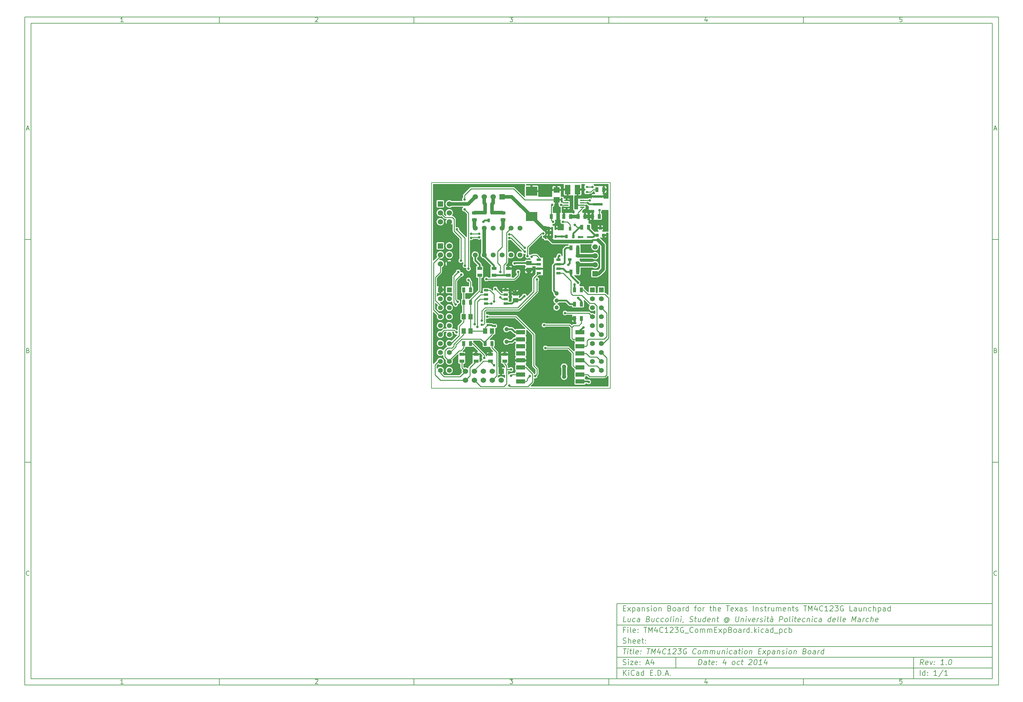
<source format=gtl>
G04 (created by PCBNEW (2013-07-07 BZR 4022)-stable) date 10/4/2014 18:50:34*
%MOIN*%
G04 Gerber Fmt 3.4, Leading zero omitted, Abs format*
%FSLAX34Y34*%
G01*
G70*
G90*
G04 APERTURE LIST*
%ADD10C,0.00590551*%
%ADD11C,0.00629921*%
%ADD12R,0.05X0.016*%
%ADD13R,0.063X0.106*%
%ADD14R,0.0512X0.059*%
%ADD15R,0.059X0.0512*%
%ADD16R,0.035X0.055*%
%ADD17R,0.055X0.035*%
%ADD18R,0.0984252X0.0511811*%
%ADD19R,0.071X0.063*%
%ADD20R,0.036X0.036*%
%ADD21R,0.0394X0.0315*%
%ADD22R,0.0315X0.0394*%
%ADD23R,0.106299X0.0314961*%
%ADD24R,0.023622X0.0354331*%
%ADD25R,0.06X0.06*%
%ADD26C,0.06*%
%ADD27R,0.05X0.025*%
%ADD28R,0.055X0.055*%
%ADD29C,0.055*%
%ADD30R,0.0314961X0.023622*%
%ADD31R,0.125984X0.102362*%
%ADD32R,0.015748X0.015748*%
%ADD33C,0.0472441*%
%ADD34C,0.0551181*%
%ADD35C,0.028*%
%ADD36C,0.05*%
%ADD37C,0.01*%
%ADD38C,0.02*%
%ADD39C,0.04*%
%ADD40C,0.012*%
G04 APERTURE END LIST*
G54D10*
X4000Y-4000D02*
X112930Y-4000D01*
X112930Y-78680D01*
X4000Y-78680D01*
X4000Y-4000D01*
X4700Y-4700D02*
X112230Y-4700D01*
X112230Y-77980D01*
X4700Y-77980D01*
X4700Y-4700D01*
X25780Y-4000D02*
X25780Y-4700D01*
X15032Y-4552D02*
X14747Y-4552D01*
X14890Y-4552D02*
X14890Y-4052D01*
X14842Y-4123D01*
X14794Y-4171D01*
X14747Y-4195D01*
X25780Y-78680D02*
X25780Y-77980D01*
X15032Y-78532D02*
X14747Y-78532D01*
X14890Y-78532D02*
X14890Y-78032D01*
X14842Y-78103D01*
X14794Y-78151D01*
X14747Y-78175D01*
X47560Y-4000D02*
X47560Y-4700D01*
X36527Y-4100D02*
X36550Y-4076D01*
X36598Y-4052D01*
X36717Y-4052D01*
X36765Y-4076D01*
X36789Y-4100D01*
X36812Y-4147D01*
X36812Y-4195D01*
X36789Y-4266D01*
X36503Y-4552D01*
X36812Y-4552D01*
X47560Y-78680D02*
X47560Y-77980D01*
X36527Y-78080D02*
X36550Y-78056D01*
X36598Y-78032D01*
X36717Y-78032D01*
X36765Y-78056D01*
X36789Y-78080D01*
X36812Y-78127D01*
X36812Y-78175D01*
X36789Y-78246D01*
X36503Y-78532D01*
X36812Y-78532D01*
X69340Y-4000D02*
X69340Y-4700D01*
X58283Y-4052D02*
X58592Y-4052D01*
X58426Y-4242D01*
X58497Y-4242D01*
X58545Y-4266D01*
X58569Y-4290D01*
X58592Y-4338D01*
X58592Y-4457D01*
X58569Y-4504D01*
X58545Y-4528D01*
X58497Y-4552D01*
X58354Y-4552D01*
X58307Y-4528D01*
X58283Y-4504D01*
X69340Y-78680D02*
X69340Y-77980D01*
X58283Y-78032D02*
X58592Y-78032D01*
X58426Y-78222D01*
X58497Y-78222D01*
X58545Y-78246D01*
X58569Y-78270D01*
X58592Y-78318D01*
X58592Y-78437D01*
X58569Y-78484D01*
X58545Y-78508D01*
X58497Y-78532D01*
X58354Y-78532D01*
X58307Y-78508D01*
X58283Y-78484D01*
X91120Y-4000D02*
X91120Y-4700D01*
X80325Y-4219D02*
X80325Y-4552D01*
X80206Y-4028D02*
X80087Y-4385D01*
X80396Y-4385D01*
X91120Y-78680D02*
X91120Y-77980D01*
X80325Y-78199D02*
X80325Y-78532D01*
X80206Y-78008D02*
X80087Y-78365D01*
X80396Y-78365D01*
X102129Y-4052D02*
X101890Y-4052D01*
X101867Y-4290D01*
X101890Y-4266D01*
X101938Y-4242D01*
X102057Y-4242D01*
X102105Y-4266D01*
X102129Y-4290D01*
X102152Y-4338D01*
X102152Y-4457D01*
X102129Y-4504D01*
X102105Y-4528D01*
X102057Y-4552D01*
X101938Y-4552D01*
X101890Y-4528D01*
X101867Y-4504D01*
X102129Y-78032D02*
X101890Y-78032D01*
X101867Y-78270D01*
X101890Y-78246D01*
X101938Y-78222D01*
X102057Y-78222D01*
X102105Y-78246D01*
X102129Y-78270D01*
X102152Y-78318D01*
X102152Y-78437D01*
X102129Y-78484D01*
X102105Y-78508D01*
X102057Y-78532D01*
X101938Y-78532D01*
X101890Y-78508D01*
X101867Y-78484D01*
X4000Y-28890D02*
X4700Y-28890D01*
X4230Y-16509D02*
X4469Y-16509D01*
X4183Y-16652D02*
X4350Y-16152D01*
X4516Y-16652D01*
X112930Y-28890D02*
X112230Y-28890D01*
X112460Y-16509D02*
X112699Y-16509D01*
X112413Y-16652D02*
X112580Y-16152D01*
X112746Y-16652D01*
X4000Y-53780D02*
X4700Y-53780D01*
X4385Y-41280D02*
X4457Y-41304D01*
X4480Y-41328D01*
X4504Y-41375D01*
X4504Y-41447D01*
X4480Y-41494D01*
X4457Y-41518D01*
X4409Y-41542D01*
X4219Y-41542D01*
X4219Y-41042D01*
X4385Y-41042D01*
X4433Y-41066D01*
X4457Y-41090D01*
X4480Y-41137D01*
X4480Y-41185D01*
X4457Y-41232D01*
X4433Y-41256D01*
X4385Y-41280D01*
X4219Y-41280D01*
X112930Y-53780D02*
X112230Y-53780D01*
X112615Y-41280D02*
X112687Y-41304D01*
X112710Y-41328D01*
X112734Y-41375D01*
X112734Y-41447D01*
X112710Y-41494D01*
X112687Y-41518D01*
X112639Y-41542D01*
X112449Y-41542D01*
X112449Y-41042D01*
X112615Y-41042D01*
X112663Y-41066D01*
X112687Y-41090D01*
X112710Y-41137D01*
X112710Y-41185D01*
X112687Y-41232D01*
X112663Y-41256D01*
X112615Y-41280D01*
X112449Y-41280D01*
X4504Y-66384D02*
X4480Y-66408D01*
X4409Y-66432D01*
X4361Y-66432D01*
X4290Y-66408D01*
X4242Y-66360D01*
X4219Y-66313D01*
X4195Y-66218D01*
X4195Y-66146D01*
X4219Y-66051D01*
X4242Y-66003D01*
X4290Y-65956D01*
X4361Y-65932D01*
X4409Y-65932D01*
X4480Y-65956D01*
X4504Y-65980D01*
X112734Y-66384D02*
X112710Y-66408D01*
X112639Y-66432D01*
X112591Y-66432D01*
X112520Y-66408D01*
X112472Y-66360D01*
X112449Y-66313D01*
X112425Y-66218D01*
X112425Y-66146D01*
X112449Y-66051D01*
X112472Y-66003D01*
X112520Y-65956D01*
X112591Y-65932D01*
X112639Y-65932D01*
X112710Y-65956D01*
X112734Y-65980D01*
X79380Y-76422D02*
X79455Y-75822D01*
X79597Y-75822D01*
X79680Y-75851D01*
X79730Y-75908D01*
X79751Y-75965D01*
X79765Y-76080D01*
X79755Y-76165D01*
X79712Y-76280D01*
X79676Y-76337D01*
X79612Y-76394D01*
X79522Y-76422D01*
X79380Y-76422D01*
X80237Y-76422D02*
X80276Y-76108D01*
X80255Y-76051D01*
X80201Y-76022D01*
X80087Y-76022D01*
X80026Y-76051D01*
X80240Y-76394D02*
X80180Y-76422D01*
X80037Y-76422D01*
X79983Y-76394D01*
X79962Y-76337D01*
X79969Y-76280D01*
X80005Y-76222D01*
X80065Y-76194D01*
X80208Y-76194D01*
X80269Y-76165D01*
X80487Y-76022D02*
X80715Y-76022D01*
X80597Y-75822D02*
X80533Y-76337D01*
X80555Y-76394D01*
X80608Y-76422D01*
X80665Y-76422D01*
X81097Y-76394D02*
X81037Y-76422D01*
X80922Y-76422D01*
X80869Y-76394D01*
X80847Y-76337D01*
X80876Y-76108D01*
X80912Y-76051D01*
X80972Y-76022D01*
X81087Y-76022D01*
X81140Y-76051D01*
X81162Y-76108D01*
X81155Y-76165D01*
X80862Y-76222D01*
X81387Y-76365D02*
X81412Y-76394D01*
X81380Y-76422D01*
X81355Y-76394D01*
X81387Y-76365D01*
X81380Y-76422D01*
X81426Y-76051D02*
X81451Y-76080D01*
X81419Y-76108D01*
X81394Y-76080D01*
X81426Y-76051D01*
X81419Y-76108D01*
X82430Y-76022D02*
X82380Y-76422D01*
X82315Y-75794D02*
X82119Y-76222D01*
X82490Y-76222D01*
X83237Y-76422D02*
X83183Y-76394D01*
X83158Y-76365D01*
X83137Y-76308D01*
X83158Y-76137D01*
X83194Y-76080D01*
X83226Y-76051D01*
X83287Y-76022D01*
X83372Y-76022D01*
X83426Y-76051D01*
X83451Y-76080D01*
X83472Y-76137D01*
X83451Y-76308D01*
X83415Y-76365D01*
X83383Y-76394D01*
X83322Y-76422D01*
X83237Y-76422D01*
X83955Y-76394D02*
X83894Y-76422D01*
X83780Y-76422D01*
X83726Y-76394D01*
X83701Y-76365D01*
X83680Y-76308D01*
X83701Y-76137D01*
X83737Y-76080D01*
X83769Y-76051D01*
X83830Y-76022D01*
X83944Y-76022D01*
X83997Y-76051D01*
X84172Y-76022D02*
X84401Y-76022D01*
X84283Y-75822D02*
X84219Y-76337D01*
X84240Y-76394D01*
X84294Y-76422D01*
X84351Y-76422D01*
X85047Y-75880D02*
X85080Y-75851D01*
X85140Y-75822D01*
X85283Y-75822D01*
X85337Y-75851D01*
X85362Y-75880D01*
X85383Y-75937D01*
X85376Y-75994D01*
X85337Y-76080D01*
X84951Y-76422D01*
X85322Y-76422D01*
X85769Y-75822D02*
X85826Y-75822D01*
X85880Y-75851D01*
X85905Y-75880D01*
X85926Y-75937D01*
X85940Y-76051D01*
X85922Y-76194D01*
X85880Y-76308D01*
X85844Y-76365D01*
X85812Y-76394D01*
X85751Y-76422D01*
X85694Y-76422D01*
X85640Y-76394D01*
X85615Y-76365D01*
X85594Y-76308D01*
X85580Y-76194D01*
X85597Y-76051D01*
X85640Y-75937D01*
X85676Y-75880D01*
X85708Y-75851D01*
X85769Y-75822D01*
X86465Y-76422D02*
X86122Y-76422D01*
X86294Y-76422D02*
X86369Y-75822D01*
X86301Y-75908D01*
X86237Y-75965D01*
X86176Y-75994D01*
X87030Y-76022D02*
X86980Y-76422D01*
X86915Y-75794D02*
X86719Y-76222D01*
X87090Y-76222D01*
X70972Y-77622D02*
X70972Y-77022D01*
X71315Y-77622D02*
X71058Y-77280D01*
X71315Y-77022D02*
X70972Y-77365D01*
X71572Y-77622D02*
X71572Y-77222D01*
X71572Y-77022D02*
X71544Y-77051D01*
X71572Y-77080D01*
X71601Y-77051D01*
X71572Y-77022D01*
X71572Y-77080D01*
X72201Y-77565D02*
X72172Y-77594D01*
X72087Y-77622D01*
X72030Y-77622D01*
X71944Y-77594D01*
X71887Y-77537D01*
X71858Y-77480D01*
X71830Y-77365D01*
X71830Y-77280D01*
X71858Y-77165D01*
X71887Y-77108D01*
X71944Y-77051D01*
X72030Y-77022D01*
X72087Y-77022D01*
X72172Y-77051D01*
X72201Y-77080D01*
X72715Y-77622D02*
X72715Y-77308D01*
X72687Y-77251D01*
X72630Y-77222D01*
X72515Y-77222D01*
X72458Y-77251D01*
X72715Y-77594D02*
X72658Y-77622D01*
X72515Y-77622D01*
X72458Y-77594D01*
X72430Y-77537D01*
X72430Y-77480D01*
X72458Y-77422D01*
X72515Y-77394D01*
X72658Y-77394D01*
X72715Y-77365D01*
X73258Y-77622D02*
X73258Y-77022D01*
X73258Y-77594D02*
X73201Y-77622D01*
X73087Y-77622D01*
X73030Y-77594D01*
X73001Y-77565D01*
X72972Y-77508D01*
X72972Y-77337D01*
X73001Y-77280D01*
X73030Y-77251D01*
X73087Y-77222D01*
X73201Y-77222D01*
X73258Y-77251D01*
X74001Y-77308D02*
X74201Y-77308D01*
X74287Y-77622D02*
X74001Y-77622D01*
X74001Y-77022D01*
X74287Y-77022D01*
X74544Y-77565D02*
X74572Y-77594D01*
X74544Y-77622D01*
X74515Y-77594D01*
X74544Y-77565D01*
X74544Y-77622D01*
X74829Y-77622D02*
X74829Y-77022D01*
X74972Y-77022D01*
X75058Y-77051D01*
X75115Y-77108D01*
X75144Y-77165D01*
X75172Y-77280D01*
X75172Y-77365D01*
X75144Y-77480D01*
X75115Y-77537D01*
X75058Y-77594D01*
X74972Y-77622D01*
X74829Y-77622D01*
X75429Y-77565D02*
X75458Y-77594D01*
X75429Y-77622D01*
X75401Y-77594D01*
X75429Y-77565D01*
X75429Y-77622D01*
X75687Y-77451D02*
X75972Y-77451D01*
X75629Y-77622D02*
X75829Y-77022D01*
X76029Y-77622D01*
X76229Y-77565D02*
X76258Y-77594D01*
X76229Y-77622D01*
X76201Y-77594D01*
X76229Y-77565D01*
X76229Y-77622D01*
X104522Y-76422D02*
X104358Y-76137D01*
X104180Y-76422D02*
X104255Y-75822D01*
X104483Y-75822D01*
X104537Y-75851D01*
X104562Y-75880D01*
X104583Y-75937D01*
X104572Y-76022D01*
X104537Y-76080D01*
X104505Y-76108D01*
X104444Y-76137D01*
X104215Y-76137D01*
X105012Y-76394D02*
X104951Y-76422D01*
X104837Y-76422D01*
X104783Y-76394D01*
X104762Y-76337D01*
X104790Y-76108D01*
X104826Y-76051D01*
X104887Y-76022D01*
X105001Y-76022D01*
X105055Y-76051D01*
X105076Y-76108D01*
X105069Y-76165D01*
X104776Y-76222D01*
X105287Y-76022D02*
X105380Y-76422D01*
X105572Y-76022D01*
X105758Y-76365D02*
X105783Y-76394D01*
X105751Y-76422D01*
X105726Y-76394D01*
X105758Y-76365D01*
X105751Y-76422D01*
X105797Y-76051D02*
X105822Y-76080D01*
X105790Y-76108D01*
X105765Y-76080D01*
X105797Y-76051D01*
X105790Y-76108D01*
X106808Y-76422D02*
X106465Y-76422D01*
X106637Y-76422D02*
X106712Y-75822D01*
X106644Y-75908D01*
X106580Y-75965D01*
X106519Y-75994D01*
X107072Y-76365D02*
X107097Y-76394D01*
X107065Y-76422D01*
X107040Y-76394D01*
X107072Y-76365D01*
X107065Y-76422D01*
X107540Y-75822D02*
X107597Y-75822D01*
X107651Y-75851D01*
X107676Y-75880D01*
X107697Y-75937D01*
X107712Y-76051D01*
X107694Y-76194D01*
X107651Y-76308D01*
X107615Y-76365D01*
X107583Y-76394D01*
X107522Y-76422D01*
X107465Y-76422D01*
X107412Y-76394D01*
X107387Y-76365D01*
X107365Y-76308D01*
X107351Y-76194D01*
X107369Y-76051D01*
X107412Y-75937D01*
X107447Y-75880D01*
X107480Y-75851D01*
X107540Y-75822D01*
X70944Y-76394D02*
X71030Y-76422D01*
X71172Y-76422D01*
X71230Y-76394D01*
X71258Y-76365D01*
X71287Y-76308D01*
X71287Y-76251D01*
X71258Y-76194D01*
X71230Y-76165D01*
X71172Y-76137D01*
X71058Y-76108D01*
X71001Y-76080D01*
X70972Y-76051D01*
X70944Y-75994D01*
X70944Y-75937D01*
X70972Y-75880D01*
X71001Y-75851D01*
X71058Y-75822D01*
X71201Y-75822D01*
X71287Y-75851D01*
X71544Y-76422D02*
X71544Y-76022D01*
X71544Y-75822D02*
X71515Y-75851D01*
X71544Y-75880D01*
X71572Y-75851D01*
X71544Y-75822D01*
X71544Y-75880D01*
X71772Y-76022D02*
X72087Y-76022D01*
X71772Y-76422D01*
X72087Y-76422D01*
X72544Y-76394D02*
X72487Y-76422D01*
X72372Y-76422D01*
X72315Y-76394D01*
X72287Y-76337D01*
X72287Y-76108D01*
X72315Y-76051D01*
X72372Y-76022D01*
X72487Y-76022D01*
X72544Y-76051D01*
X72572Y-76108D01*
X72572Y-76165D01*
X72287Y-76222D01*
X72830Y-76365D02*
X72858Y-76394D01*
X72830Y-76422D01*
X72801Y-76394D01*
X72830Y-76365D01*
X72830Y-76422D01*
X72830Y-76051D02*
X72858Y-76080D01*
X72830Y-76108D01*
X72801Y-76080D01*
X72830Y-76051D01*
X72830Y-76108D01*
X73544Y-76251D02*
X73830Y-76251D01*
X73487Y-76422D02*
X73687Y-75822D01*
X73887Y-76422D01*
X74344Y-76022D02*
X74344Y-76422D01*
X74201Y-75794D02*
X74058Y-76222D01*
X74430Y-76222D01*
X104172Y-77622D02*
X104172Y-77022D01*
X104715Y-77622D02*
X104715Y-77022D01*
X104715Y-77594D02*
X104658Y-77622D01*
X104544Y-77622D01*
X104487Y-77594D01*
X104458Y-77565D01*
X104430Y-77508D01*
X104430Y-77337D01*
X104458Y-77280D01*
X104487Y-77251D01*
X104544Y-77222D01*
X104658Y-77222D01*
X104715Y-77251D01*
X105001Y-77565D02*
X105030Y-77594D01*
X105001Y-77622D01*
X104972Y-77594D01*
X105001Y-77565D01*
X105001Y-77622D01*
X105001Y-77251D02*
X105030Y-77280D01*
X105001Y-77308D01*
X104972Y-77280D01*
X105001Y-77251D01*
X105001Y-77308D01*
X106058Y-77622D02*
X105715Y-77622D01*
X105887Y-77622D02*
X105887Y-77022D01*
X105829Y-77108D01*
X105772Y-77165D01*
X105715Y-77194D01*
X106744Y-76994D02*
X106230Y-77765D01*
X107258Y-77622D02*
X106915Y-77622D01*
X107087Y-77622D02*
X107087Y-77022D01*
X107029Y-77108D01*
X106972Y-77165D01*
X106915Y-77194D01*
X70969Y-74622D02*
X71312Y-74622D01*
X71065Y-75222D02*
X71140Y-74622D01*
X71437Y-75222D02*
X71487Y-74822D01*
X71512Y-74622D02*
X71480Y-74651D01*
X71505Y-74680D01*
X71537Y-74651D01*
X71512Y-74622D01*
X71505Y-74680D01*
X71687Y-74822D02*
X71915Y-74822D01*
X71797Y-74622D02*
X71733Y-75137D01*
X71755Y-75194D01*
X71808Y-75222D01*
X71865Y-75222D01*
X72151Y-75222D02*
X72097Y-75194D01*
X72076Y-75137D01*
X72140Y-74622D01*
X72612Y-75194D02*
X72551Y-75222D01*
X72437Y-75222D01*
X72383Y-75194D01*
X72362Y-75137D01*
X72390Y-74908D01*
X72426Y-74851D01*
X72487Y-74822D01*
X72601Y-74822D01*
X72655Y-74851D01*
X72676Y-74908D01*
X72669Y-74965D01*
X72376Y-75022D01*
X72901Y-75165D02*
X72926Y-75194D01*
X72894Y-75222D01*
X72869Y-75194D01*
X72901Y-75165D01*
X72894Y-75222D01*
X72940Y-74851D02*
X72965Y-74880D01*
X72933Y-74908D01*
X72908Y-74880D01*
X72940Y-74851D01*
X72933Y-74908D01*
X73626Y-74622D02*
X73969Y-74622D01*
X73722Y-75222D02*
X73797Y-74622D01*
X74094Y-75222D02*
X74169Y-74622D01*
X74315Y-75051D01*
X74569Y-74622D01*
X74494Y-75222D01*
X75087Y-74822D02*
X75037Y-75222D01*
X74972Y-74594D02*
X74776Y-75022D01*
X75147Y-75022D01*
X75701Y-75165D02*
X75669Y-75194D01*
X75580Y-75222D01*
X75522Y-75222D01*
X75440Y-75194D01*
X75390Y-75137D01*
X75369Y-75080D01*
X75355Y-74965D01*
X75365Y-74880D01*
X75408Y-74765D01*
X75444Y-74708D01*
X75508Y-74651D01*
X75597Y-74622D01*
X75655Y-74622D01*
X75737Y-74651D01*
X75762Y-74680D01*
X76265Y-75222D02*
X75922Y-75222D01*
X76094Y-75222D02*
X76169Y-74622D01*
X76101Y-74708D01*
X76037Y-74765D01*
X75976Y-74794D01*
X76562Y-74680D02*
X76594Y-74651D01*
X76655Y-74622D01*
X76797Y-74622D01*
X76851Y-74651D01*
X76876Y-74680D01*
X76897Y-74737D01*
X76890Y-74794D01*
X76851Y-74880D01*
X76465Y-75222D01*
X76837Y-75222D01*
X77112Y-74622D02*
X77483Y-74622D01*
X77255Y-74851D01*
X77340Y-74851D01*
X77394Y-74880D01*
X77419Y-74908D01*
X77440Y-74965D01*
X77422Y-75108D01*
X77387Y-75165D01*
X77355Y-75194D01*
X77294Y-75222D01*
X77122Y-75222D01*
X77069Y-75194D01*
X77044Y-75165D01*
X78051Y-74651D02*
X77997Y-74622D01*
X77912Y-74622D01*
X77822Y-74651D01*
X77758Y-74708D01*
X77722Y-74765D01*
X77680Y-74880D01*
X77669Y-74965D01*
X77683Y-75080D01*
X77705Y-75137D01*
X77755Y-75194D01*
X77837Y-75222D01*
X77894Y-75222D01*
X77983Y-75194D01*
X78015Y-75165D01*
X78040Y-74965D01*
X77926Y-74965D01*
X79072Y-75165D02*
X79040Y-75194D01*
X78951Y-75222D01*
X78894Y-75222D01*
X78812Y-75194D01*
X78762Y-75137D01*
X78740Y-75080D01*
X78726Y-74965D01*
X78737Y-74880D01*
X78780Y-74765D01*
X78815Y-74708D01*
X78880Y-74651D01*
X78969Y-74622D01*
X79026Y-74622D01*
X79108Y-74651D01*
X79133Y-74680D01*
X79408Y-75222D02*
X79355Y-75194D01*
X79330Y-75165D01*
X79308Y-75108D01*
X79330Y-74937D01*
X79365Y-74880D01*
X79397Y-74851D01*
X79458Y-74822D01*
X79544Y-74822D01*
X79597Y-74851D01*
X79622Y-74880D01*
X79644Y-74937D01*
X79622Y-75108D01*
X79587Y-75165D01*
X79555Y-75194D01*
X79494Y-75222D01*
X79408Y-75222D01*
X79865Y-75222D02*
X79915Y-74822D01*
X79908Y-74880D02*
X79940Y-74851D01*
X80001Y-74822D01*
X80087Y-74822D01*
X80140Y-74851D01*
X80162Y-74908D01*
X80122Y-75222D01*
X80162Y-74908D02*
X80197Y-74851D01*
X80258Y-74822D01*
X80344Y-74822D01*
X80397Y-74851D01*
X80419Y-74908D01*
X80380Y-75222D01*
X80665Y-75222D02*
X80715Y-74822D01*
X80708Y-74880D02*
X80740Y-74851D01*
X80801Y-74822D01*
X80887Y-74822D01*
X80940Y-74851D01*
X80962Y-74908D01*
X80922Y-75222D01*
X80962Y-74908D02*
X80997Y-74851D01*
X81058Y-74822D01*
X81144Y-74822D01*
X81197Y-74851D01*
X81219Y-74908D01*
X81180Y-75222D01*
X81772Y-74822D02*
X81722Y-75222D01*
X81515Y-74822D02*
X81476Y-75137D01*
X81497Y-75194D01*
X81551Y-75222D01*
X81637Y-75222D01*
X81697Y-75194D01*
X81730Y-75165D01*
X82058Y-74822D02*
X82008Y-75222D01*
X82051Y-74880D02*
X82083Y-74851D01*
X82144Y-74822D01*
X82230Y-74822D01*
X82283Y-74851D01*
X82305Y-74908D01*
X82265Y-75222D01*
X82551Y-75222D02*
X82601Y-74822D01*
X82626Y-74622D02*
X82594Y-74651D01*
X82619Y-74680D01*
X82651Y-74651D01*
X82626Y-74622D01*
X82619Y-74680D01*
X83097Y-75194D02*
X83037Y-75222D01*
X82922Y-75222D01*
X82869Y-75194D01*
X82844Y-75165D01*
X82822Y-75108D01*
X82844Y-74937D01*
X82880Y-74880D01*
X82912Y-74851D01*
X82972Y-74822D01*
X83087Y-74822D01*
X83140Y-74851D01*
X83608Y-75222D02*
X83647Y-74908D01*
X83626Y-74851D01*
X83572Y-74822D01*
X83458Y-74822D01*
X83397Y-74851D01*
X83612Y-75194D02*
X83551Y-75222D01*
X83408Y-75222D01*
X83355Y-75194D01*
X83333Y-75137D01*
X83340Y-75080D01*
X83376Y-75022D01*
X83437Y-74994D01*
X83580Y-74994D01*
X83640Y-74965D01*
X83858Y-74822D02*
X84087Y-74822D01*
X83969Y-74622D02*
X83905Y-75137D01*
X83926Y-75194D01*
X83980Y-75222D01*
X84037Y-75222D01*
X84237Y-75222D02*
X84287Y-74822D01*
X84312Y-74622D02*
X84280Y-74651D01*
X84305Y-74680D01*
X84337Y-74651D01*
X84312Y-74622D01*
X84305Y-74680D01*
X84608Y-75222D02*
X84555Y-75194D01*
X84530Y-75165D01*
X84508Y-75108D01*
X84530Y-74937D01*
X84565Y-74880D01*
X84597Y-74851D01*
X84658Y-74822D01*
X84744Y-74822D01*
X84797Y-74851D01*
X84822Y-74880D01*
X84844Y-74937D01*
X84822Y-75108D01*
X84787Y-75165D01*
X84755Y-75194D01*
X84694Y-75222D01*
X84608Y-75222D01*
X85115Y-74822D02*
X85065Y-75222D01*
X85108Y-74880D02*
X85140Y-74851D01*
X85201Y-74822D01*
X85287Y-74822D01*
X85340Y-74851D01*
X85362Y-74908D01*
X85322Y-75222D01*
X86105Y-74908D02*
X86305Y-74908D01*
X86351Y-75222D02*
X86065Y-75222D01*
X86140Y-74622D01*
X86426Y-74622D01*
X86551Y-75222D02*
X86915Y-74822D01*
X86601Y-74822D02*
X86865Y-75222D01*
X87144Y-74822D02*
X87069Y-75422D01*
X87140Y-74851D02*
X87201Y-74822D01*
X87315Y-74822D01*
X87369Y-74851D01*
X87394Y-74880D01*
X87415Y-74937D01*
X87394Y-75108D01*
X87358Y-75165D01*
X87326Y-75194D01*
X87265Y-75222D01*
X87151Y-75222D01*
X87097Y-75194D01*
X87894Y-75222D02*
X87933Y-74908D01*
X87912Y-74851D01*
X87858Y-74822D01*
X87744Y-74822D01*
X87683Y-74851D01*
X87897Y-75194D02*
X87837Y-75222D01*
X87694Y-75222D01*
X87640Y-75194D01*
X87619Y-75137D01*
X87626Y-75080D01*
X87662Y-75022D01*
X87722Y-74994D01*
X87865Y-74994D01*
X87926Y-74965D01*
X88230Y-74822D02*
X88180Y-75222D01*
X88222Y-74880D02*
X88255Y-74851D01*
X88315Y-74822D01*
X88401Y-74822D01*
X88455Y-74851D01*
X88476Y-74908D01*
X88437Y-75222D01*
X88697Y-75194D02*
X88751Y-75222D01*
X88865Y-75222D01*
X88926Y-75194D01*
X88962Y-75137D01*
X88965Y-75108D01*
X88944Y-75051D01*
X88890Y-75022D01*
X88805Y-75022D01*
X88751Y-74994D01*
X88730Y-74937D01*
X88733Y-74908D01*
X88769Y-74851D01*
X88830Y-74822D01*
X88915Y-74822D01*
X88969Y-74851D01*
X89208Y-75222D02*
X89258Y-74822D01*
X89283Y-74622D02*
X89251Y-74651D01*
X89276Y-74680D01*
X89308Y-74651D01*
X89283Y-74622D01*
X89276Y-74680D01*
X89579Y-75222D02*
X89526Y-75194D01*
X89501Y-75165D01*
X89480Y-75108D01*
X89501Y-74937D01*
X89537Y-74880D01*
X89569Y-74851D01*
X89629Y-74822D01*
X89715Y-74822D01*
X89769Y-74851D01*
X89794Y-74880D01*
X89815Y-74937D01*
X89794Y-75108D01*
X89758Y-75165D01*
X89726Y-75194D01*
X89665Y-75222D01*
X89579Y-75222D01*
X90087Y-74822D02*
X90037Y-75222D01*
X90079Y-74880D02*
X90112Y-74851D01*
X90172Y-74822D01*
X90258Y-74822D01*
X90312Y-74851D01*
X90333Y-74908D01*
X90294Y-75222D01*
X91276Y-74908D02*
X91358Y-74937D01*
X91383Y-74965D01*
X91404Y-75022D01*
X91394Y-75108D01*
X91358Y-75165D01*
X91326Y-75194D01*
X91265Y-75222D01*
X91037Y-75222D01*
X91112Y-74622D01*
X91312Y-74622D01*
X91365Y-74651D01*
X91390Y-74680D01*
X91412Y-74737D01*
X91404Y-74794D01*
X91369Y-74851D01*
X91337Y-74880D01*
X91276Y-74908D01*
X91076Y-74908D01*
X91722Y-75222D02*
X91669Y-75194D01*
X91644Y-75165D01*
X91622Y-75108D01*
X91644Y-74937D01*
X91679Y-74880D01*
X91712Y-74851D01*
X91772Y-74822D01*
X91858Y-74822D01*
X91912Y-74851D01*
X91937Y-74880D01*
X91958Y-74937D01*
X91937Y-75108D01*
X91901Y-75165D01*
X91869Y-75194D01*
X91808Y-75222D01*
X91722Y-75222D01*
X92437Y-75222D02*
X92476Y-74908D01*
X92454Y-74851D01*
X92401Y-74822D01*
X92287Y-74822D01*
X92226Y-74851D01*
X92440Y-75194D02*
X92379Y-75222D01*
X92237Y-75222D01*
X92183Y-75194D01*
X92162Y-75137D01*
X92169Y-75080D01*
X92204Y-75022D01*
X92265Y-74994D01*
X92408Y-74994D01*
X92469Y-74965D01*
X92722Y-75222D02*
X92772Y-74822D01*
X92758Y-74937D02*
X92794Y-74880D01*
X92826Y-74851D01*
X92887Y-74822D01*
X92944Y-74822D01*
X93351Y-75222D02*
X93426Y-74622D01*
X93354Y-75194D02*
X93294Y-75222D01*
X93179Y-75222D01*
X93126Y-75194D01*
X93101Y-75165D01*
X93080Y-75108D01*
X93101Y-74937D01*
X93137Y-74880D01*
X93169Y-74851D01*
X93229Y-74822D01*
X93344Y-74822D01*
X93397Y-74851D01*
X71172Y-72508D02*
X70972Y-72508D01*
X70972Y-72822D02*
X70972Y-72222D01*
X71258Y-72222D01*
X71487Y-72822D02*
X71487Y-72422D01*
X71487Y-72222D02*
X71458Y-72251D01*
X71487Y-72280D01*
X71515Y-72251D01*
X71487Y-72222D01*
X71487Y-72280D01*
X71858Y-72822D02*
X71801Y-72794D01*
X71772Y-72737D01*
X71772Y-72222D01*
X72315Y-72794D02*
X72258Y-72822D01*
X72144Y-72822D01*
X72087Y-72794D01*
X72058Y-72737D01*
X72058Y-72508D01*
X72087Y-72451D01*
X72144Y-72422D01*
X72258Y-72422D01*
X72315Y-72451D01*
X72344Y-72508D01*
X72344Y-72565D01*
X72058Y-72622D01*
X72601Y-72765D02*
X72630Y-72794D01*
X72601Y-72822D01*
X72572Y-72794D01*
X72601Y-72765D01*
X72601Y-72822D01*
X72601Y-72451D02*
X72630Y-72480D01*
X72601Y-72508D01*
X72572Y-72480D01*
X72601Y-72451D01*
X72601Y-72508D01*
X73258Y-72222D02*
X73601Y-72222D01*
X73430Y-72822D02*
X73430Y-72222D01*
X73801Y-72822D02*
X73801Y-72222D01*
X74001Y-72651D01*
X74201Y-72222D01*
X74201Y-72822D01*
X74744Y-72422D02*
X74744Y-72822D01*
X74601Y-72194D02*
X74458Y-72622D01*
X74830Y-72622D01*
X75401Y-72765D02*
X75372Y-72794D01*
X75287Y-72822D01*
X75230Y-72822D01*
X75144Y-72794D01*
X75087Y-72737D01*
X75058Y-72680D01*
X75030Y-72565D01*
X75030Y-72480D01*
X75058Y-72365D01*
X75087Y-72308D01*
X75144Y-72251D01*
X75230Y-72222D01*
X75287Y-72222D01*
X75372Y-72251D01*
X75401Y-72280D01*
X75972Y-72822D02*
X75630Y-72822D01*
X75801Y-72822D02*
X75801Y-72222D01*
X75744Y-72308D01*
X75687Y-72365D01*
X75630Y-72394D01*
X76201Y-72280D02*
X76230Y-72251D01*
X76287Y-72222D01*
X76430Y-72222D01*
X76487Y-72251D01*
X76515Y-72280D01*
X76544Y-72337D01*
X76544Y-72394D01*
X76515Y-72480D01*
X76172Y-72822D01*
X76544Y-72822D01*
X76744Y-72222D02*
X77115Y-72222D01*
X76915Y-72451D01*
X77001Y-72451D01*
X77058Y-72480D01*
X77087Y-72508D01*
X77115Y-72565D01*
X77115Y-72708D01*
X77087Y-72765D01*
X77058Y-72794D01*
X77001Y-72822D01*
X76830Y-72822D01*
X76772Y-72794D01*
X76744Y-72765D01*
X77687Y-72251D02*
X77630Y-72222D01*
X77544Y-72222D01*
X77458Y-72251D01*
X77401Y-72308D01*
X77372Y-72365D01*
X77344Y-72480D01*
X77344Y-72565D01*
X77372Y-72680D01*
X77401Y-72737D01*
X77458Y-72794D01*
X77544Y-72822D01*
X77601Y-72822D01*
X77687Y-72794D01*
X77715Y-72765D01*
X77715Y-72565D01*
X77601Y-72565D01*
X77830Y-72880D02*
X78287Y-72880D01*
X78772Y-72765D02*
X78744Y-72794D01*
X78658Y-72822D01*
X78601Y-72822D01*
X78515Y-72794D01*
X78458Y-72737D01*
X78430Y-72680D01*
X78401Y-72565D01*
X78401Y-72480D01*
X78430Y-72365D01*
X78458Y-72308D01*
X78515Y-72251D01*
X78601Y-72222D01*
X78658Y-72222D01*
X78744Y-72251D01*
X78772Y-72280D01*
X79115Y-72822D02*
X79058Y-72794D01*
X79030Y-72765D01*
X79001Y-72708D01*
X79001Y-72537D01*
X79030Y-72480D01*
X79058Y-72451D01*
X79115Y-72422D01*
X79201Y-72422D01*
X79258Y-72451D01*
X79287Y-72480D01*
X79315Y-72537D01*
X79315Y-72708D01*
X79287Y-72765D01*
X79258Y-72794D01*
X79201Y-72822D01*
X79115Y-72822D01*
X79572Y-72822D02*
X79572Y-72422D01*
X79572Y-72480D02*
X79601Y-72451D01*
X79658Y-72422D01*
X79744Y-72422D01*
X79801Y-72451D01*
X79830Y-72508D01*
X79830Y-72822D01*
X79830Y-72508D02*
X79858Y-72451D01*
X79915Y-72422D01*
X80001Y-72422D01*
X80058Y-72451D01*
X80087Y-72508D01*
X80087Y-72822D01*
X80372Y-72822D02*
X80372Y-72422D01*
X80372Y-72480D02*
X80401Y-72451D01*
X80458Y-72422D01*
X80544Y-72422D01*
X80601Y-72451D01*
X80630Y-72508D01*
X80630Y-72822D01*
X80630Y-72508D02*
X80658Y-72451D01*
X80715Y-72422D01*
X80801Y-72422D01*
X80858Y-72451D01*
X80887Y-72508D01*
X80887Y-72822D01*
X81172Y-72508D02*
X81372Y-72508D01*
X81458Y-72822D02*
X81172Y-72822D01*
X81172Y-72222D01*
X81458Y-72222D01*
X81658Y-72822D02*
X81972Y-72422D01*
X81658Y-72422D02*
X81972Y-72822D01*
X82201Y-72422D02*
X82201Y-73022D01*
X82201Y-72451D02*
X82258Y-72422D01*
X82372Y-72422D01*
X82430Y-72451D01*
X82458Y-72480D01*
X82487Y-72537D01*
X82487Y-72708D01*
X82458Y-72765D01*
X82430Y-72794D01*
X82372Y-72822D01*
X82258Y-72822D01*
X82201Y-72794D01*
X82944Y-72508D02*
X83030Y-72537D01*
X83058Y-72565D01*
X83087Y-72622D01*
X83087Y-72708D01*
X83058Y-72765D01*
X83030Y-72794D01*
X82972Y-72822D01*
X82744Y-72822D01*
X82744Y-72222D01*
X82944Y-72222D01*
X83001Y-72251D01*
X83030Y-72280D01*
X83058Y-72337D01*
X83058Y-72394D01*
X83030Y-72451D01*
X83001Y-72480D01*
X82944Y-72508D01*
X82744Y-72508D01*
X83430Y-72822D02*
X83372Y-72794D01*
X83344Y-72765D01*
X83315Y-72708D01*
X83315Y-72537D01*
X83344Y-72480D01*
X83372Y-72451D01*
X83430Y-72422D01*
X83515Y-72422D01*
X83572Y-72451D01*
X83601Y-72480D01*
X83630Y-72537D01*
X83630Y-72708D01*
X83601Y-72765D01*
X83572Y-72794D01*
X83515Y-72822D01*
X83430Y-72822D01*
X84144Y-72822D02*
X84144Y-72508D01*
X84115Y-72451D01*
X84058Y-72422D01*
X83944Y-72422D01*
X83887Y-72451D01*
X84144Y-72794D02*
X84087Y-72822D01*
X83944Y-72822D01*
X83887Y-72794D01*
X83858Y-72737D01*
X83858Y-72680D01*
X83887Y-72622D01*
X83944Y-72594D01*
X84087Y-72594D01*
X84144Y-72565D01*
X84430Y-72822D02*
X84430Y-72422D01*
X84430Y-72537D02*
X84458Y-72480D01*
X84487Y-72451D01*
X84544Y-72422D01*
X84601Y-72422D01*
X85058Y-72822D02*
X85058Y-72222D01*
X85058Y-72794D02*
X85001Y-72822D01*
X84887Y-72822D01*
X84830Y-72794D01*
X84801Y-72765D01*
X84772Y-72708D01*
X84772Y-72537D01*
X84801Y-72480D01*
X84830Y-72451D01*
X84887Y-72422D01*
X85001Y-72422D01*
X85058Y-72451D01*
X85344Y-72765D02*
X85372Y-72794D01*
X85344Y-72822D01*
X85315Y-72794D01*
X85344Y-72765D01*
X85344Y-72822D01*
X85630Y-72822D02*
X85630Y-72222D01*
X85687Y-72594D02*
X85858Y-72822D01*
X85858Y-72422D02*
X85630Y-72651D01*
X86115Y-72822D02*
X86115Y-72422D01*
X86115Y-72222D02*
X86087Y-72251D01*
X86115Y-72280D01*
X86144Y-72251D01*
X86115Y-72222D01*
X86115Y-72280D01*
X86658Y-72794D02*
X86601Y-72822D01*
X86487Y-72822D01*
X86430Y-72794D01*
X86401Y-72765D01*
X86372Y-72708D01*
X86372Y-72537D01*
X86401Y-72480D01*
X86430Y-72451D01*
X86487Y-72422D01*
X86601Y-72422D01*
X86658Y-72451D01*
X87172Y-72822D02*
X87172Y-72508D01*
X87144Y-72451D01*
X87087Y-72422D01*
X86972Y-72422D01*
X86915Y-72451D01*
X87172Y-72794D02*
X87115Y-72822D01*
X86972Y-72822D01*
X86915Y-72794D01*
X86887Y-72737D01*
X86887Y-72680D01*
X86915Y-72622D01*
X86972Y-72594D01*
X87115Y-72594D01*
X87172Y-72565D01*
X87715Y-72822D02*
X87715Y-72222D01*
X87715Y-72794D02*
X87658Y-72822D01*
X87544Y-72822D01*
X87487Y-72794D01*
X87458Y-72765D01*
X87430Y-72708D01*
X87430Y-72537D01*
X87458Y-72480D01*
X87487Y-72451D01*
X87544Y-72422D01*
X87658Y-72422D01*
X87715Y-72451D01*
X87858Y-72880D02*
X88315Y-72880D01*
X88458Y-72422D02*
X88458Y-73022D01*
X88458Y-72451D02*
X88515Y-72422D01*
X88630Y-72422D01*
X88687Y-72451D01*
X88715Y-72480D01*
X88744Y-72537D01*
X88744Y-72708D01*
X88715Y-72765D01*
X88687Y-72794D01*
X88630Y-72822D01*
X88515Y-72822D01*
X88458Y-72794D01*
X89258Y-72794D02*
X89201Y-72822D01*
X89087Y-72822D01*
X89030Y-72794D01*
X89001Y-72765D01*
X88972Y-72708D01*
X88972Y-72537D01*
X89001Y-72480D01*
X89030Y-72451D01*
X89087Y-72422D01*
X89201Y-72422D01*
X89258Y-72451D01*
X89515Y-72822D02*
X89515Y-72222D01*
X89515Y-72451D02*
X89572Y-72422D01*
X89687Y-72422D01*
X89744Y-72451D01*
X89772Y-72480D01*
X89801Y-72537D01*
X89801Y-72708D01*
X89772Y-72765D01*
X89744Y-72794D01*
X89687Y-72822D01*
X89572Y-72822D01*
X89515Y-72794D01*
X70944Y-73994D02*
X71030Y-74022D01*
X71172Y-74022D01*
X71230Y-73994D01*
X71258Y-73965D01*
X71287Y-73908D01*
X71287Y-73851D01*
X71258Y-73794D01*
X71230Y-73765D01*
X71172Y-73737D01*
X71058Y-73708D01*
X71001Y-73680D01*
X70972Y-73651D01*
X70944Y-73594D01*
X70944Y-73537D01*
X70972Y-73480D01*
X71001Y-73451D01*
X71058Y-73422D01*
X71201Y-73422D01*
X71287Y-73451D01*
X71544Y-74022D02*
X71544Y-73422D01*
X71801Y-74022D02*
X71801Y-73708D01*
X71772Y-73651D01*
X71715Y-73622D01*
X71630Y-73622D01*
X71572Y-73651D01*
X71544Y-73680D01*
X72315Y-73994D02*
X72258Y-74022D01*
X72144Y-74022D01*
X72087Y-73994D01*
X72058Y-73937D01*
X72058Y-73708D01*
X72087Y-73651D01*
X72144Y-73622D01*
X72258Y-73622D01*
X72315Y-73651D01*
X72344Y-73708D01*
X72344Y-73765D01*
X72058Y-73822D01*
X72830Y-73994D02*
X72772Y-74022D01*
X72658Y-74022D01*
X72601Y-73994D01*
X72572Y-73937D01*
X72572Y-73708D01*
X72601Y-73651D01*
X72658Y-73622D01*
X72772Y-73622D01*
X72830Y-73651D01*
X72858Y-73708D01*
X72858Y-73765D01*
X72572Y-73822D01*
X73030Y-73622D02*
X73258Y-73622D01*
X73115Y-73422D02*
X73115Y-73937D01*
X73144Y-73994D01*
X73201Y-74022D01*
X73258Y-74022D01*
X73458Y-73965D02*
X73487Y-73994D01*
X73458Y-74022D01*
X73430Y-73994D01*
X73458Y-73965D01*
X73458Y-74022D01*
X73458Y-73651D02*
X73487Y-73680D01*
X73458Y-73708D01*
X73430Y-73680D01*
X73458Y-73651D01*
X73458Y-73708D01*
X71265Y-71622D02*
X70980Y-71622D01*
X71055Y-71022D01*
X71772Y-71222D02*
X71722Y-71622D01*
X71515Y-71222D02*
X71476Y-71537D01*
X71497Y-71594D01*
X71551Y-71622D01*
X71637Y-71622D01*
X71697Y-71594D01*
X71730Y-71565D01*
X72269Y-71594D02*
X72208Y-71622D01*
X72094Y-71622D01*
X72040Y-71594D01*
X72015Y-71565D01*
X71994Y-71508D01*
X72015Y-71337D01*
X72051Y-71280D01*
X72083Y-71251D01*
X72144Y-71222D01*
X72258Y-71222D01*
X72312Y-71251D01*
X72780Y-71622D02*
X72819Y-71308D01*
X72797Y-71251D01*
X72744Y-71222D01*
X72630Y-71222D01*
X72569Y-71251D01*
X72783Y-71594D02*
X72722Y-71622D01*
X72580Y-71622D01*
X72526Y-71594D01*
X72505Y-71537D01*
X72512Y-71480D01*
X72547Y-71422D01*
X72608Y-71394D01*
X72751Y-71394D01*
X72812Y-71365D01*
X73762Y-71308D02*
X73844Y-71337D01*
X73869Y-71365D01*
X73890Y-71422D01*
X73880Y-71508D01*
X73844Y-71565D01*
X73812Y-71594D01*
X73751Y-71622D01*
X73522Y-71622D01*
X73597Y-71022D01*
X73797Y-71022D01*
X73851Y-71051D01*
X73876Y-71080D01*
X73897Y-71137D01*
X73890Y-71194D01*
X73854Y-71251D01*
X73822Y-71280D01*
X73762Y-71308D01*
X73562Y-71308D01*
X74430Y-71222D02*
X74380Y-71622D01*
X74172Y-71222D02*
X74133Y-71537D01*
X74155Y-71594D01*
X74208Y-71622D01*
X74294Y-71622D01*
X74355Y-71594D01*
X74387Y-71565D01*
X74926Y-71594D02*
X74865Y-71622D01*
X74751Y-71622D01*
X74697Y-71594D01*
X74672Y-71565D01*
X74651Y-71508D01*
X74672Y-71337D01*
X74708Y-71280D01*
X74740Y-71251D01*
X74801Y-71222D01*
X74915Y-71222D01*
X74969Y-71251D01*
X75440Y-71594D02*
X75380Y-71622D01*
X75265Y-71622D01*
X75212Y-71594D01*
X75187Y-71565D01*
X75165Y-71508D01*
X75187Y-71337D01*
X75222Y-71280D01*
X75255Y-71251D01*
X75315Y-71222D01*
X75430Y-71222D01*
X75483Y-71251D01*
X75780Y-71622D02*
X75726Y-71594D01*
X75701Y-71565D01*
X75680Y-71508D01*
X75701Y-71337D01*
X75737Y-71280D01*
X75769Y-71251D01*
X75830Y-71222D01*
X75915Y-71222D01*
X75969Y-71251D01*
X75994Y-71280D01*
X76015Y-71337D01*
X75994Y-71508D01*
X75958Y-71565D01*
X75926Y-71594D01*
X75865Y-71622D01*
X75780Y-71622D01*
X76322Y-71622D02*
X76269Y-71594D01*
X76247Y-71537D01*
X76312Y-71022D01*
X76551Y-71622D02*
X76601Y-71222D01*
X76626Y-71022D02*
X76594Y-71051D01*
X76619Y-71080D01*
X76651Y-71051D01*
X76626Y-71022D01*
X76619Y-71080D01*
X76887Y-71222D02*
X76837Y-71622D01*
X76880Y-71280D02*
X76912Y-71251D01*
X76972Y-71222D01*
X77058Y-71222D01*
X77112Y-71251D01*
X77133Y-71308D01*
X77094Y-71622D01*
X77380Y-71622D02*
X77430Y-71222D01*
X77455Y-71022D02*
X77422Y-71051D01*
X77447Y-71080D01*
X77480Y-71051D01*
X77455Y-71022D01*
X77447Y-71080D01*
X77697Y-71594D02*
X77694Y-71622D01*
X77658Y-71680D01*
X77626Y-71708D01*
X78383Y-71594D02*
X78465Y-71622D01*
X78608Y-71622D01*
X78669Y-71594D01*
X78701Y-71565D01*
X78737Y-71508D01*
X78744Y-71451D01*
X78722Y-71394D01*
X78697Y-71365D01*
X78644Y-71337D01*
X78533Y-71308D01*
X78480Y-71280D01*
X78454Y-71251D01*
X78433Y-71194D01*
X78440Y-71137D01*
X78476Y-71080D01*
X78508Y-71051D01*
X78569Y-71022D01*
X78712Y-71022D01*
X78794Y-71051D01*
X78944Y-71222D02*
X79172Y-71222D01*
X79055Y-71022D02*
X78990Y-71537D01*
X79012Y-71594D01*
X79065Y-71622D01*
X79122Y-71622D01*
X79630Y-71222D02*
X79580Y-71622D01*
X79372Y-71222D02*
X79333Y-71537D01*
X79355Y-71594D01*
X79408Y-71622D01*
X79494Y-71622D01*
X79555Y-71594D01*
X79587Y-71565D01*
X80122Y-71622D02*
X80197Y-71022D01*
X80126Y-71594D02*
X80065Y-71622D01*
X79951Y-71622D01*
X79897Y-71594D01*
X79872Y-71565D01*
X79851Y-71508D01*
X79872Y-71337D01*
X79908Y-71280D01*
X79940Y-71251D01*
X80001Y-71222D01*
X80115Y-71222D01*
X80169Y-71251D01*
X80640Y-71594D02*
X80580Y-71622D01*
X80465Y-71622D01*
X80412Y-71594D01*
X80390Y-71537D01*
X80419Y-71308D01*
X80454Y-71251D01*
X80515Y-71222D01*
X80630Y-71222D01*
X80683Y-71251D01*
X80705Y-71308D01*
X80697Y-71365D01*
X80405Y-71422D01*
X80972Y-71222D02*
X80922Y-71622D01*
X80965Y-71280D02*
X80997Y-71251D01*
X81058Y-71222D01*
X81144Y-71222D01*
X81197Y-71251D01*
X81219Y-71308D01*
X81180Y-71622D01*
X81430Y-71222D02*
X81658Y-71222D01*
X81540Y-71022D02*
X81476Y-71537D01*
X81497Y-71594D01*
X81551Y-71622D01*
X81608Y-71622D01*
X82672Y-71337D02*
X82647Y-71308D01*
X82594Y-71280D01*
X82537Y-71280D01*
X82476Y-71308D01*
X82444Y-71337D01*
X82408Y-71394D01*
X82401Y-71451D01*
X82422Y-71508D01*
X82447Y-71537D01*
X82501Y-71565D01*
X82558Y-71565D01*
X82619Y-71537D01*
X82651Y-71508D01*
X82680Y-71280D02*
X82651Y-71508D01*
X82676Y-71537D01*
X82705Y-71537D01*
X82765Y-71508D01*
X82801Y-71451D01*
X82819Y-71308D01*
X82772Y-71222D01*
X82694Y-71165D01*
X82583Y-71137D01*
X82465Y-71165D01*
X82372Y-71222D01*
X82305Y-71308D01*
X82262Y-71422D01*
X82276Y-71537D01*
X82322Y-71622D01*
X82401Y-71680D01*
X82512Y-71708D01*
X82630Y-71680D01*
X82722Y-71622D01*
X83569Y-71022D02*
X83508Y-71508D01*
X83530Y-71565D01*
X83555Y-71594D01*
X83608Y-71622D01*
X83722Y-71622D01*
X83783Y-71594D01*
X83815Y-71565D01*
X83851Y-71508D01*
X83912Y-71022D01*
X84172Y-71222D02*
X84122Y-71622D01*
X84165Y-71280D02*
X84197Y-71251D01*
X84258Y-71222D01*
X84344Y-71222D01*
X84397Y-71251D01*
X84419Y-71308D01*
X84380Y-71622D01*
X84665Y-71622D02*
X84715Y-71222D01*
X84740Y-71022D02*
X84708Y-71051D01*
X84733Y-71080D01*
X84765Y-71051D01*
X84740Y-71022D01*
X84733Y-71080D01*
X84944Y-71222D02*
X85037Y-71622D01*
X85230Y-71222D01*
X85640Y-71594D02*
X85580Y-71622D01*
X85465Y-71622D01*
X85412Y-71594D01*
X85390Y-71537D01*
X85419Y-71308D01*
X85454Y-71251D01*
X85515Y-71222D01*
X85630Y-71222D01*
X85683Y-71251D01*
X85705Y-71308D01*
X85697Y-71365D01*
X85405Y-71422D01*
X85922Y-71622D02*
X85972Y-71222D01*
X85958Y-71337D02*
X85994Y-71280D01*
X86026Y-71251D01*
X86087Y-71222D01*
X86144Y-71222D01*
X86269Y-71594D02*
X86322Y-71622D01*
X86437Y-71622D01*
X86497Y-71594D01*
X86533Y-71537D01*
X86537Y-71508D01*
X86515Y-71451D01*
X86462Y-71422D01*
X86376Y-71422D01*
X86322Y-71394D01*
X86301Y-71337D01*
X86305Y-71308D01*
X86340Y-71251D01*
X86401Y-71222D01*
X86487Y-71222D01*
X86540Y-71251D01*
X86780Y-71622D02*
X86830Y-71222D01*
X86855Y-71022D02*
X86822Y-71051D01*
X86847Y-71080D01*
X86880Y-71051D01*
X86855Y-71022D01*
X86847Y-71080D01*
X87030Y-71222D02*
X87258Y-71222D01*
X87140Y-71022D02*
X87076Y-71537D01*
X87097Y-71594D01*
X87151Y-71622D01*
X87208Y-71622D01*
X87665Y-71622D02*
X87705Y-71308D01*
X87683Y-71251D01*
X87630Y-71222D01*
X87515Y-71222D01*
X87454Y-71251D01*
X87669Y-71594D02*
X87608Y-71622D01*
X87465Y-71622D01*
X87412Y-71594D01*
X87390Y-71537D01*
X87397Y-71480D01*
X87433Y-71422D01*
X87494Y-71394D01*
X87637Y-71394D01*
X87697Y-71365D01*
X87544Y-70994D02*
X87619Y-71080D01*
X88408Y-71622D02*
X88483Y-71022D01*
X88712Y-71022D01*
X88765Y-71051D01*
X88790Y-71080D01*
X88812Y-71137D01*
X88801Y-71222D01*
X88765Y-71280D01*
X88733Y-71308D01*
X88672Y-71337D01*
X88444Y-71337D01*
X89094Y-71622D02*
X89040Y-71594D01*
X89015Y-71565D01*
X88994Y-71508D01*
X89015Y-71337D01*
X89051Y-71280D01*
X89083Y-71251D01*
X89144Y-71222D01*
X89230Y-71222D01*
X89283Y-71251D01*
X89308Y-71280D01*
X89329Y-71337D01*
X89308Y-71508D01*
X89272Y-71565D01*
X89240Y-71594D01*
X89180Y-71622D01*
X89094Y-71622D01*
X89637Y-71622D02*
X89583Y-71594D01*
X89562Y-71537D01*
X89626Y-71022D01*
X89865Y-71622D02*
X89915Y-71222D01*
X89940Y-71022D02*
X89908Y-71051D01*
X89933Y-71080D01*
X89965Y-71051D01*
X89940Y-71022D01*
X89933Y-71080D01*
X90115Y-71222D02*
X90344Y-71222D01*
X90226Y-71022D02*
X90162Y-71537D01*
X90183Y-71594D01*
X90237Y-71622D01*
X90294Y-71622D01*
X90726Y-71594D02*
X90665Y-71622D01*
X90551Y-71622D01*
X90497Y-71594D01*
X90476Y-71537D01*
X90505Y-71308D01*
X90540Y-71251D01*
X90601Y-71222D01*
X90715Y-71222D01*
X90769Y-71251D01*
X90790Y-71308D01*
X90783Y-71365D01*
X90490Y-71422D01*
X91269Y-71594D02*
X91208Y-71622D01*
X91094Y-71622D01*
X91040Y-71594D01*
X91015Y-71565D01*
X90994Y-71508D01*
X91015Y-71337D01*
X91051Y-71280D01*
X91083Y-71251D01*
X91144Y-71222D01*
X91258Y-71222D01*
X91312Y-71251D01*
X91572Y-71222D02*
X91522Y-71622D01*
X91565Y-71280D02*
X91597Y-71251D01*
X91658Y-71222D01*
X91744Y-71222D01*
X91797Y-71251D01*
X91819Y-71308D01*
X91780Y-71622D01*
X92065Y-71622D02*
X92115Y-71222D01*
X92140Y-71022D02*
X92108Y-71051D01*
X92133Y-71080D01*
X92165Y-71051D01*
X92140Y-71022D01*
X92133Y-71080D01*
X92612Y-71594D02*
X92551Y-71622D01*
X92437Y-71622D01*
X92383Y-71594D01*
X92358Y-71565D01*
X92337Y-71508D01*
X92358Y-71337D01*
X92394Y-71280D01*
X92426Y-71251D01*
X92487Y-71222D01*
X92601Y-71222D01*
X92654Y-71251D01*
X93122Y-71622D02*
X93162Y-71308D01*
X93140Y-71251D01*
X93087Y-71222D01*
X92972Y-71222D01*
X92912Y-71251D01*
X93126Y-71594D02*
X93065Y-71622D01*
X92922Y-71622D01*
X92869Y-71594D01*
X92847Y-71537D01*
X92855Y-71480D01*
X92890Y-71422D01*
X92951Y-71394D01*
X93094Y-71394D01*
X93155Y-71365D01*
X94122Y-71622D02*
X94197Y-71022D01*
X94126Y-71594D02*
X94065Y-71622D01*
X93951Y-71622D01*
X93897Y-71594D01*
X93872Y-71565D01*
X93851Y-71508D01*
X93872Y-71337D01*
X93908Y-71280D01*
X93940Y-71251D01*
X94001Y-71222D01*
X94115Y-71222D01*
X94169Y-71251D01*
X94640Y-71594D02*
X94580Y-71622D01*
X94465Y-71622D01*
X94412Y-71594D01*
X94390Y-71537D01*
X94419Y-71308D01*
X94454Y-71251D01*
X94515Y-71222D01*
X94630Y-71222D01*
X94683Y-71251D01*
X94705Y-71308D01*
X94697Y-71365D01*
X94405Y-71422D01*
X95008Y-71622D02*
X94955Y-71594D01*
X94933Y-71537D01*
X94997Y-71022D01*
X95322Y-71622D02*
X95269Y-71594D01*
X95247Y-71537D01*
X95312Y-71022D01*
X95783Y-71594D02*
X95722Y-71622D01*
X95608Y-71622D01*
X95555Y-71594D01*
X95533Y-71537D01*
X95562Y-71308D01*
X95597Y-71251D01*
X95658Y-71222D01*
X95772Y-71222D01*
X95826Y-71251D01*
X95847Y-71308D01*
X95840Y-71365D01*
X95547Y-71422D01*
X96522Y-71622D02*
X96597Y-71022D01*
X96744Y-71451D01*
X96997Y-71022D01*
X96922Y-71622D01*
X97465Y-71622D02*
X97505Y-71308D01*
X97483Y-71251D01*
X97430Y-71222D01*
X97315Y-71222D01*
X97255Y-71251D01*
X97469Y-71594D02*
X97408Y-71622D01*
X97265Y-71622D01*
X97212Y-71594D01*
X97190Y-71537D01*
X97197Y-71480D01*
X97233Y-71422D01*
X97294Y-71394D01*
X97437Y-71394D01*
X97497Y-71365D01*
X97751Y-71622D02*
X97801Y-71222D01*
X97787Y-71337D02*
X97822Y-71280D01*
X97855Y-71251D01*
X97915Y-71222D01*
X97972Y-71222D01*
X98383Y-71594D02*
X98322Y-71622D01*
X98208Y-71622D01*
X98155Y-71594D01*
X98130Y-71565D01*
X98108Y-71508D01*
X98130Y-71337D01*
X98165Y-71280D01*
X98197Y-71251D01*
X98258Y-71222D01*
X98372Y-71222D01*
X98426Y-71251D01*
X98637Y-71622D02*
X98712Y-71022D01*
X98894Y-71622D02*
X98933Y-71308D01*
X98912Y-71251D01*
X98858Y-71222D01*
X98772Y-71222D01*
X98712Y-71251D01*
X98680Y-71280D01*
X99412Y-71594D02*
X99351Y-71622D01*
X99237Y-71622D01*
X99183Y-71594D01*
X99162Y-71537D01*
X99190Y-71308D01*
X99226Y-71251D01*
X99287Y-71222D01*
X99401Y-71222D01*
X99455Y-71251D01*
X99476Y-71308D01*
X99469Y-71365D01*
X99176Y-71422D01*
X70972Y-70108D02*
X71172Y-70108D01*
X71258Y-70422D02*
X70972Y-70422D01*
X70972Y-69822D01*
X71258Y-69822D01*
X71458Y-70422D02*
X71772Y-70022D01*
X71458Y-70022D02*
X71772Y-70422D01*
X72001Y-70022D02*
X72001Y-70622D01*
X72001Y-70051D02*
X72058Y-70022D01*
X72172Y-70022D01*
X72230Y-70051D01*
X72258Y-70080D01*
X72287Y-70137D01*
X72287Y-70308D01*
X72258Y-70365D01*
X72230Y-70394D01*
X72172Y-70422D01*
X72058Y-70422D01*
X72001Y-70394D01*
X72801Y-70422D02*
X72801Y-70108D01*
X72772Y-70051D01*
X72715Y-70022D01*
X72601Y-70022D01*
X72544Y-70051D01*
X72801Y-70394D02*
X72744Y-70422D01*
X72601Y-70422D01*
X72544Y-70394D01*
X72515Y-70337D01*
X72515Y-70280D01*
X72544Y-70222D01*
X72601Y-70194D01*
X72744Y-70194D01*
X72801Y-70165D01*
X73087Y-70022D02*
X73087Y-70422D01*
X73087Y-70080D02*
X73115Y-70051D01*
X73172Y-70022D01*
X73258Y-70022D01*
X73315Y-70051D01*
X73344Y-70108D01*
X73344Y-70422D01*
X73601Y-70394D02*
X73658Y-70422D01*
X73772Y-70422D01*
X73829Y-70394D01*
X73858Y-70337D01*
X73858Y-70308D01*
X73829Y-70251D01*
X73772Y-70222D01*
X73687Y-70222D01*
X73629Y-70194D01*
X73601Y-70137D01*
X73601Y-70108D01*
X73629Y-70051D01*
X73687Y-70022D01*
X73772Y-70022D01*
X73829Y-70051D01*
X74115Y-70422D02*
X74115Y-70022D01*
X74115Y-69822D02*
X74087Y-69851D01*
X74115Y-69880D01*
X74144Y-69851D01*
X74115Y-69822D01*
X74115Y-69880D01*
X74487Y-70422D02*
X74429Y-70394D01*
X74401Y-70365D01*
X74372Y-70308D01*
X74372Y-70137D01*
X74401Y-70080D01*
X74429Y-70051D01*
X74487Y-70022D01*
X74572Y-70022D01*
X74629Y-70051D01*
X74658Y-70080D01*
X74687Y-70137D01*
X74687Y-70308D01*
X74658Y-70365D01*
X74629Y-70394D01*
X74572Y-70422D01*
X74487Y-70422D01*
X74944Y-70022D02*
X74944Y-70422D01*
X74944Y-70080D02*
X74972Y-70051D01*
X75029Y-70022D01*
X75115Y-70022D01*
X75172Y-70051D01*
X75201Y-70108D01*
X75201Y-70422D01*
X76144Y-70108D02*
X76229Y-70137D01*
X76258Y-70165D01*
X76287Y-70222D01*
X76287Y-70308D01*
X76258Y-70365D01*
X76229Y-70394D01*
X76172Y-70422D01*
X75944Y-70422D01*
X75944Y-69822D01*
X76144Y-69822D01*
X76201Y-69851D01*
X76229Y-69880D01*
X76258Y-69937D01*
X76258Y-69994D01*
X76229Y-70051D01*
X76201Y-70080D01*
X76144Y-70108D01*
X75944Y-70108D01*
X76629Y-70422D02*
X76572Y-70394D01*
X76544Y-70365D01*
X76515Y-70308D01*
X76515Y-70137D01*
X76544Y-70080D01*
X76572Y-70051D01*
X76629Y-70022D01*
X76715Y-70022D01*
X76772Y-70051D01*
X76801Y-70080D01*
X76829Y-70137D01*
X76829Y-70308D01*
X76801Y-70365D01*
X76772Y-70394D01*
X76715Y-70422D01*
X76629Y-70422D01*
X77344Y-70422D02*
X77344Y-70108D01*
X77315Y-70051D01*
X77258Y-70022D01*
X77144Y-70022D01*
X77087Y-70051D01*
X77344Y-70394D02*
X77287Y-70422D01*
X77144Y-70422D01*
X77087Y-70394D01*
X77058Y-70337D01*
X77058Y-70280D01*
X77087Y-70222D01*
X77144Y-70194D01*
X77287Y-70194D01*
X77344Y-70165D01*
X77629Y-70422D02*
X77629Y-70022D01*
X77629Y-70137D02*
X77658Y-70080D01*
X77687Y-70051D01*
X77744Y-70022D01*
X77801Y-70022D01*
X78258Y-70422D02*
X78258Y-69822D01*
X78258Y-70394D02*
X78201Y-70422D01*
X78087Y-70422D01*
X78029Y-70394D01*
X78001Y-70365D01*
X77972Y-70308D01*
X77972Y-70137D01*
X78001Y-70080D01*
X78029Y-70051D01*
X78087Y-70022D01*
X78201Y-70022D01*
X78258Y-70051D01*
X78915Y-70022D02*
X79144Y-70022D01*
X79001Y-70422D02*
X79001Y-69908D01*
X79029Y-69851D01*
X79087Y-69822D01*
X79144Y-69822D01*
X79429Y-70422D02*
X79372Y-70394D01*
X79344Y-70365D01*
X79315Y-70308D01*
X79315Y-70137D01*
X79344Y-70080D01*
X79372Y-70051D01*
X79429Y-70022D01*
X79515Y-70022D01*
X79572Y-70051D01*
X79601Y-70080D01*
X79629Y-70137D01*
X79629Y-70308D01*
X79601Y-70365D01*
X79572Y-70394D01*
X79515Y-70422D01*
X79429Y-70422D01*
X79887Y-70422D02*
X79887Y-70022D01*
X79887Y-70137D02*
X79915Y-70080D01*
X79944Y-70051D01*
X80001Y-70022D01*
X80058Y-70022D01*
X80629Y-70022D02*
X80858Y-70022D01*
X80715Y-69822D02*
X80715Y-70337D01*
X80744Y-70394D01*
X80801Y-70422D01*
X80858Y-70422D01*
X81058Y-70422D02*
X81058Y-69822D01*
X81315Y-70422D02*
X81315Y-70108D01*
X81287Y-70051D01*
X81229Y-70022D01*
X81144Y-70022D01*
X81087Y-70051D01*
X81058Y-70080D01*
X81829Y-70394D02*
X81772Y-70422D01*
X81658Y-70422D01*
X81601Y-70394D01*
X81572Y-70337D01*
X81572Y-70108D01*
X81601Y-70051D01*
X81658Y-70022D01*
X81772Y-70022D01*
X81829Y-70051D01*
X81858Y-70108D01*
X81858Y-70165D01*
X81572Y-70222D01*
X82487Y-69822D02*
X82829Y-69822D01*
X82658Y-70422D02*
X82658Y-69822D01*
X83258Y-70394D02*
X83201Y-70422D01*
X83087Y-70422D01*
X83029Y-70394D01*
X83001Y-70337D01*
X83001Y-70108D01*
X83029Y-70051D01*
X83087Y-70022D01*
X83201Y-70022D01*
X83258Y-70051D01*
X83287Y-70108D01*
X83287Y-70165D01*
X83001Y-70222D01*
X83487Y-70422D02*
X83801Y-70022D01*
X83487Y-70022D02*
X83801Y-70422D01*
X84287Y-70422D02*
X84287Y-70108D01*
X84258Y-70051D01*
X84201Y-70022D01*
X84087Y-70022D01*
X84029Y-70051D01*
X84287Y-70394D02*
X84229Y-70422D01*
X84087Y-70422D01*
X84029Y-70394D01*
X84001Y-70337D01*
X84001Y-70280D01*
X84029Y-70222D01*
X84087Y-70194D01*
X84229Y-70194D01*
X84287Y-70165D01*
X84544Y-70394D02*
X84601Y-70422D01*
X84715Y-70422D01*
X84772Y-70394D01*
X84801Y-70337D01*
X84801Y-70308D01*
X84772Y-70251D01*
X84715Y-70222D01*
X84629Y-70222D01*
X84572Y-70194D01*
X84544Y-70137D01*
X84544Y-70108D01*
X84572Y-70051D01*
X84629Y-70022D01*
X84715Y-70022D01*
X84772Y-70051D01*
X85515Y-70422D02*
X85515Y-69822D01*
X85801Y-70022D02*
X85801Y-70422D01*
X85801Y-70080D02*
X85829Y-70051D01*
X85887Y-70022D01*
X85972Y-70022D01*
X86029Y-70051D01*
X86058Y-70108D01*
X86058Y-70422D01*
X86315Y-70394D02*
X86372Y-70422D01*
X86487Y-70422D01*
X86544Y-70394D01*
X86572Y-70337D01*
X86572Y-70308D01*
X86544Y-70251D01*
X86487Y-70222D01*
X86401Y-70222D01*
X86344Y-70194D01*
X86315Y-70137D01*
X86315Y-70108D01*
X86344Y-70051D01*
X86401Y-70022D01*
X86487Y-70022D01*
X86544Y-70051D01*
X86744Y-70022D02*
X86972Y-70022D01*
X86829Y-69822D02*
X86829Y-70337D01*
X86858Y-70394D01*
X86915Y-70422D01*
X86972Y-70422D01*
X87172Y-70422D02*
X87172Y-70022D01*
X87172Y-70137D02*
X87201Y-70080D01*
X87229Y-70051D01*
X87287Y-70022D01*
X87344Y-70022D01*
X87801Y-70022D02*
X87801Y-70422D01*
X87544Y-70022D02*
X87544Y-70337D01*
X87572Y-70394D01*
X87629Y-70422D01*
X87715Y-70422D01*
X87772Y-70394D01*
X87801Y-70365D01*
X88087Y-70422D02*
X88087Y-70022D01*
X88087Y-70080D02*
X88115Y-70051D01*
X88172Y-70022D01*
X88258Y-70022D01*
X88315Y-70051D01*
X88344Y-70108D01*
X88344Y-70422D01*
X88344Y-70108D02*
X88372Y-70051D01*
X88429Y-70022D01*
X88515Y-70022D01*
X88572Y-70051D01*
X88601Y-70108D01*
X88601Y-70422D01*
X89115Y-70394D02*
X89058Y-70422D01*
X88944Y-70422D01*
X88887Y-70394D01*
X88858Y-70337D01*
X88858Y-70108D01*
X88887Y-70051D01*
X88944Y-70022D01*
X89058Y-70022D01*
X89115Y-70051D01*
X89144Y-70108D01*
X89144Y-70165D01*
X88858Y-70222D01*
X89401Y-70022D02*
X89401Y-70422D01*
X89401Y-70080D02*
X89429Y-70051D01*
X89487Y-70022D01*
X89572Y-70022D01*
X89629Y-70051D01*
X89658Y-70108D01*
X89658Y-70422D01*
X89858Y-70022D02*
X90087Y-70022D01*
X89944Y-69822D02*
X89944Y-70337D01*
X89972Y-70394D01*
X90029Y-70422D01*
X90087Y-70422D01*
X90258Y-70394D02*
X90315Y-70422D01*
X90429Y-70422D01*
X90487Y-70394D01*
X90515Y-70337D01*
X90515Y-70308D01*
X90487Y-70251D01*
X90429Y-70222D01*
X90344Y-70222D01*
X90287Y-70194D01*
X90258Y-70137D01*
X90258Y-70108D01*
X90287Y-70051D01*
X90344Y-70022D01*
X90429Y-70022D01*
X90487Y-70051D01*
X91144Y-69822D02*
X91487Y-69822D01*
X91315Y-70422D02*
X91315Y-69822D01*
X91687Y-70422D02*
X91687Y-69822D01*
X91887Y-70251D01*
X92087Y-69822D01*
X92087Y-70422D01*
X92629Y-70022D02*
X92629Y-70422D01*
X92487Y-69794D02*
X92344Y-70222D01*
X92715Y-70222D01*
X93287Y-70365D02*
X93258Y-70394D01*
X93172Y-70422D01*
X93115Y-70422D01*
X93029Y-70394D01*
X92972Y-70337D01*
X92944Y-70280D01*
X92915Y-70165D01*
X92915Y-70080D01*
X92944Y-69965D01*
X92972Y-69908D01*
X93029Y-69851D01*
X93115Y-69822D01*
X93172Y-69822D01*
X93258Y-69851D01*
X93287Y-69880D01*
X93858Y-70422D02*
X93515Y-70422D01*
X93687Y-70422D02*
X93687Y-69822D01*
X93629Y-69908D01*
X93572Y-69965D01*
X93515Y-69994D01*
X94087Y-69880D02*
X94115Y-69851D01*
X94172Y-69822D01*
X94315Y-69822D01*
X94372Y-69851D01*
X94401Y-69880D01*
X94429Y-69937D01*
X94429Y-69994D01*
X94401Y-70080D01*
X94058Y-70422D01*
X94429Y-70422D01*
X94629Y-69822D02*
X95001Y-69822D01*
X94801Y-70051D01*
X94887Y-70051D01*
X94944Y-70080D01*
X94972Y-70108D01*
X95001Y-70165D01*
X95001Y-70308D01*
X94972Y-70365D01*
X94944Y-70394D01*
X94887Y-70422D01*
X94715Y-70422D01*
X94658Y-70394D01*
X94629Y-70365D01*
X95572Y-69851D02*
X95515Y-69822D01*
X95430Y-69822D01*
X95344Y-69851D01*
X95287Y-69908D01*
X95258Y-69965D01*
X95230Y-70080D01*
X95230Y-70165D01*
X95258Y-70280D01*
X95287Y-70337D01*
X95344Y-70394D01*
X95430Y-70422D01*
X95487Y-70422D01*
X95572Y-70394D01*
X95601Y-70365D01*
X95601Y-70165D01*
X95487Y-70165D01*
X96601Y-70422D02*
X96315Y-70422D01*
X96315Y-69822D01*
X97058Y-70422D02*
X97058Y-70108D01*
X97030Y-70051D01*
X96972Y-70022D01*
X96858Y-70022D01*
X96801Y-70051D01*
X97058Y-70394D02*
X97001Y-70422D01*
X96858Y-70422D01*
X96801Y-70394D01*
X96772Y-70337D01*
X96772Y-70280D01*
X96801Y-70222D01*
X96858Y-70194D01*
X97001Y-70194D01*
X97058Y-70165D01*
X97601Y-70022D02*
X97601Y-70422D01*
X97344Y-70022D02*
X97344Y-70337D01*
X97372Y-70394D01*
X97429Y-70422D01*
X97515Y-70422D01*
X97572Y-70394D01*
X97601Y-70365D01*
X97887Y-70022D02*
X97887Y-70422D01*
X97887Y-70080D02*
X97915Y-70051D01*
X97972Y-70022D01*
X98058Y-70022D01*
X98115Y-70051D01*
X98144Y-70108D01*
X98144Y-70422D01*
X98687Y-70394D02*
X98629Y-70422D01*
X98515Y-70422D01*
X98458Y-70394D01*
X98429Y-70365D01*
X98401Y-70308D01*
X98401Y-70137D01*
X98429Y-70080D01*
X98458Y-70051D01*
X98515Y-70022D01*
X98629Y-70022D01*
X98687Y-70051D01*
X98944Y-70422D02*
X98944Y-69822D01*
X99201Y-70422D02*
X99201Y-70108D01*
X99172Y-70051D01*
X99115Y-70022D01*
X99029Y-70022D01*
X98972Y-70051D01*
X98944Y-70080D01*
X99487Y-70022D02*
X99487Y-70622D01*
X99487Y-70051D02*
X99544Y-70022D01*
X99658Y-70022D01*
X99715Y-70051D01*
X99744Y-70080D01*
X99772Y-70137D01*
X99772Y-70308D01*
X99744Y-70365D01*
X99715Y-70394D01*
X99658Y-70422D01*
X99544Y-70422D01*
X99487Y-70394D01*
X100287Y-70422D02*
X100287Y-70108D01*
X100258Y-70051D01*
X100201Y-70022D01*
X100087Y-70022D01*
X100029Y-70051D01*
X100287Y-70394D02*
X100229Y-70422D01*
X100087Y-70422D01*
X100029Y-70394D01*
X100001Y-70337D01*
X100001Y-70280D01*
X100029Y-70222D01*
X100087Y-70194D01*
X100229Y-70194D01*
X100287Y-70165D01*
X100829Y-70422D02*
X100829Y-69822D01*
X100829Y-70394D02*
X100772Y-70422D01*
X100658Y-70422D01*
X100601Y-70394D01*
X100572Y-70365D01*
X100544Y-70308D01*
X100544Y-70137D01*
X100572Y-70080D01*
X100601Y-70051D01*
X100658Y-70022D01*
X100772Y-70022D01*
X100829Y-70051D01*
X70230Y-69580D02*
X70230Y-77980D01*
X70230Y-71980D02*
X112230Y-71980D01*
X70230Y-69580D02*
X112230Y-69580D01*
X70230Y-74380D02*
X112230Y-74380D01*
X103430Y-75580D02*
X103430Y-77980D01*
X70230Y-76780D02*
X112230Y-76780D01*
X70230Y-75580D02*
X112230Y-75580D01*
X76830Y-75580D02*
X76830Y-76780D01*
G54D11*
X49500Y-22500D02*
X69500Y-22500D01*
X69500Y-22500D02*
X69500Y-45500D01*
X49500Y-45500D02*
G75*
G03X49500Y-45500I0J0D01*
G74*
G01*
X49499Y-45500D02*
X49500Y-45500D01*
X49500Y-45499D02*
X49500Y-45500D01*
X49500Y-45500D02*
G75*
G03X49500Y-45500I0J0D01*
G74*
G01*
X49499Y-45500D02*
X49500Y-45500D01*
X49500Y-45499D02*
X49500Y-45500D01*
X69500Y-22500D02*
X69500Y-45500D01*
X49500Y-22500D02*
X69500Y-22500D01*
X49500Y-45500D02*
X49500Y-22500D01*
X49500Y-45500D02*
X69500Y-45500D01*
G54D12*
X64625Y-24515D03*
X64625Y-24770D03*
X64625Y-25030D03*
X64625Y-25285D03*
X66375Y-25285D03*
X66375Y-25030D03*
X66375Y-24770D03*
X66375Y-24515D03*
G54D13*
X65850Y-23300D03*
X64750Y-23300D03*
G54D14*
X53125Y-37500D03*
X53875Y-37500D03*
G54D15*
X58900Y-34925D03*
X58900Y-35675D03*
G54D14*
X56275Y-39100D03*
X55525Y-39100D03*
G54D15*
X60400Y-32275D03*
X60400Y-31525D03*
G54D14*
X53125Y-39100D03*
X53875Y-39100D03*
G54D16*
X53875Y-34500D03*
X53125Y-34500D03*
X65125Y-32500D03*
X65875Y-32500D03*
G54D17*
X58100Y-32125D03*
X58100Y-32875D03*
G54D16*
X66275Y-36100D03*
X65525Y-36100D03*
X66275Y-37700D03*
X65525Y-37700D03*
X66275Y-34500D03*
X65525Y-34500D03*
X53125Y-35900D03*
X53875Y-35900D03*
G54D17*
X56100Y-41725D03*
X56100Y-42475D03*
X54500Y-41725D03*
X54500Y-42475D03*
X52900Y-41725D03*
X52900Y-42475D03*
X57700Y-41725D03*
X57700Y-42475D03*
G54D16*
X56275Y-40500D03*
X55525Y-40500D03*
X53875Y-40500D03*
X53125Y-40500D03*
G54D17*
X54300Y-26675D03*
X54300Y-25925D03*
G54D16*
X62925Y-26300D03*
X63675Y-26300D03*
G54D17*
X57500Y-26675D03*
X57500Y-25925D03*
G54D16*
X68025Y-23300D03*
X68775Y-23300D03*
X68275Y-26300D03*
X67525Y-26300D03*
G54D17*
X54900Y-32875D03*
X54900Y-32125D03*
G54D16*
X65925Y-26300D03*
X66675Y-26300D03*
X65075Y-26300D03*
X64325Y-26300D03*
X65125Y-29800D03*
X65875Y-29800D03*
G54D17*
X56500Y-32875D03*
X56500Y-32125D03*
G54D18*
X59492Y-39244D03*
X59492Y-40031D03*
X59492Y-40818D03*
X59492Y-41606D03*
X59492Y-42393D03*
X59492Y-43181D03*
X59492Y-43968D03*
X59492Y-44755D03*
X66107Y-44755D03*
X66107Y-43968D03*
X66107Y-43181D03*
X66107Y-42393D03*
X66107Y-41606D03*
X66107Y-40818D03*
X66107Y-40031D03*
X66107Y-39244D03*
G54D19*
X63500Y-24450D03*
X63500Y-23350D03*
G54D20*
X68750Y-28400D03*
X68050Y-28400D03*
X68400Y-27600D03*
G54D21*
X64967Y-31100D03*
X65833Y-30725D03*
X65833Y-31475D03*
G54D22*
X55900Y-26733D03*
X55525Y-25867D03*
X56275Y-25867D03*
G54D23*
X68100Y-24933D03*
X68100Y-24066D03*
G54D24*
X62625Y-28552D03*
X63000Y-28552D03*
X63374Y-28552D03*
X63374Y-27647D03*
X63000Y-27647D03*
X62625Y-27647D03*
G54D25*
X50500Y-24900D03*
G54D26*
X51500Y-24900D03*
X50500Y-25900D03*
X51500Y-25900D03*
X50500Y-26900D03*
X51500Y-26900D03*
G54D25*
X50500Y-29600D03*
G54D26*
X51500Y-29600D03*
X50500Y-30600D03*
X51500Y-30600D03*
X50500Y-31600D03*
X51500Y-31600D03*
G54D25*
X67800Y-32700D03*
G54D26*
X67800Y-31700D03*
X67800Y-30700D03*
X67800Y-29700D03*
G54D25*
X57400Y-24100D03*
G54D26*
X56400Y-24100D03*
X55400Y-24100D03*
X54400Y-24100D03*
G54D27*
X61500Y-31150D03*
X61500Y-31650D03*
X61500Y-32150D03*
X61500Y-32650D03*
X63700Y-32650D03*
X63700Y-32150D03*
X63700Y-31650D03*
X63700Y-31150D03*
X55600Y-34550D03*
X55600Y-35050D03*
X55600Y-35550D03*
X55600Y-36050D03*
X57800Y-36050D03*
X57800Y-35550D03*
X57800Y-35050D03*
X57800Y-34550D03*
G54D28*
X50500Y-34500D03*
G54D29*
X50500Y-35500D03*
X50500Y-36500D03*
X50500Y-37500D03*
X50500Y-38500D03*
X50500Y-39500D03*
X50500Y-40500D03*
X50500Y-41500D03*
X50500Y-42500D03*
X50500Y-43500D03*
G54D28*
X68500Y-34500D03*
G54D29*
X68500Y-35500D03*
X68500Y-36500D03*
X68500Y-37500D03*
X68500Y-38500D03*
X68500Y-39500D03*
X68500Y-40500D03*
X68500Y-41500D03*
X68500Y-42500D03*
X68500Y-43500D03*
G54D28*
X51500Y-34500D03*
G54D29*
X51500Y-35500D03*
X51500Y-36500D03*
X51500Y-37500D03*
X51500Y-38500D03*
X51500Y-39500D03*
X51500Y-40500D03*
X51500Y-41500D03*
X51500Y-42500D03*
X51500Y-43500D03*
G54D28*
X67500Y-34500D03*
G54D29*
X67500Y-35500D03*
X67500Y-36500D03*
X67500Y-37500D03*
X67500Y-38500D03*
X67500Y-39500D03*
X67500Y-40500D03*
X67500Y-41500D03*
X67500Y-42500D03*
X67500Y-43500D03*
G54D30*
X66900Y-23585D03*
X66900Y-23014D03*
G54D22*
X65000Y-27667D03*
X65375Y-28533D03*
X64625Y-28533D03*
G54D25*
X57300Y-43600D03*
G54D26*
X57300Y-44600D03*
X56300Y-43600D03*
X56300Y-44600D03*
X55300Y-43600D03*
X55300Y-44600D03*
X54300Y-43600D03*
X54300Y-44600D03*
X53300Y-43600D03*
X53300Y-44600D03*
G54D31*
X60700Y-26317D03*
X60700Y-23482D03*
G54D32*
X66424Y-28600D03*
X66975Y-28600D03*
G54D33*
X63500Y-36487D03*
X63500Y-34912D03*
X63500Y-35700D03*
G54D34*
X59400Y-27600D03*
X58400Y-27600D03*
X57400Y-27600D03*
X56400Y-27600D03*
X55400Y-27600D03*
X54400Y-27600D03*
X54400Y-30600D03*
X55400Y-30600D03*
X56400Y-30600D03*
X57400Y-30600D03*
X58400Y-30600D03*
X59400Y-30600D03*
G54D16*
X67075Y-27500D03*
X66325Y-27500D03*
G54D33*
X57900Y-40300D03*
X57900Y-38900D03*
G54D35*
X53650Y-33400D03*
X53650Y-32150D03*
X53200Y-25500D03*
X53200Y-24400D03*
G54D36*
X59000Y-38400D03*
X60750Y-38400D03*
X68950Y-28850D03*
X61900Y-29000D03*
G54D35*
X57200Y-41400D03*
X55500Y-41400D03*
X53800Y-41400D03*
X60250Y-30750D03*
X62000Y-28200D03*
X65550Y-27250D03*
X59200Y-32500D03*
X55650Y-33300D03*
X55150Y-37950D03*
X61300Y-33350D03*
X60700Y-30800D03*
X55150Y-38400D03*
X52300Y-39250D03*
X60500Y-44150D03*
X61100Y-44150D03*
X55750Y-37500D03*
X58200Y-45200D03*
X62250Y-41000D03*
X62100Y-38450D03*
X54350Y-38350D03*
X54650Y-38650D03*
X56500Y-35800D03*
X56200Y-36050D03*
X55400Y-42100D03*
X58400Y-43400D03*
X56500Y-42950D03*
X58400Y-44100D03*
X59950Y-30250D03*
X58200Y-28700D03*
X54850Y-28650D03*
X53950Y-28700D03*
X64450Y-37100D03*
X58200Y-28300D03*
X54850Y-28250D03*
X53950Y-28250D03*
X59950Y-29800D03*
X52450Y-35850D03*
X52350Y-27750D03*
X52850Y-32800D03*
X53250Y-31800D03*
X52500Y-32500D03*
X52800Y-31250D03*
X52200Y-36150D03*
X56600Y-38550D03*
X55800Y-38450D03*
X67100Y-44800D03*
G54D36*
X64350Y-44200D03*
X64350Y-43100D03*
G54D35*
X59900Y-35200D03*
X58800Y-31550D03*
X55300Y-26900D03*
X66500Y-38700D03*
X66000Y-28600D03*
X64100Y-28552D03*
X64800Y-31700D03*
X65200Y-25400D03*
X65200Y-25000D03*
X65200Y-24600D03*
X65200Y-24200D03*
X67500Y-23000D03*
X64200Y-26900D03*
X63100Y-26900D03*
X63000Y-25000D03*
X64000Y-25000D03*
X57200Y-35350D03*
X57200Y-32500D03*
X56650Y-34400D03*
X65900Y-35400D03*
X65900Y-33700D03*
X65500Y-33900D03*
X63800Y-30700D03*
X68300Y-25600D03*
X67200Y-24500D03*
G54D37*
X63500Y-24450D02*
X59950Y-24450D01*
X53875Y-33625D02*
X53875Y-34500D01*
X53650Y-33400D02*
X53875Y-33625D01*
X53650Y-25950D02*
X53650Y-32150D01*
X53200Y-25500D02*
X53650Y-25950D01*
X53200Y-23950D02*
X53200Y-24400D01*
X53950Y-23200D02*
X53200Y-23950D01*
X58700Y-23200D02*
X53950Y-23200D01*
X59950Y-24450D02*
X58700Y-23200D01*
G54D38*
X63374Y-27647D02*
X63374Y-27325D01*
G54D39*
X63675Y-27025D02*
X63675Y-26300D01*
G54D38*
X63374Y-27325D02*
X63675Y-27025D01*
G54D37*
X64625Y-24770D02*
X64270Y-24770D01*
G54D38*
X63950Y-24450D02*
X63500Y-24450D01*
G54D37*
X64270Y-24770D02*
X63950Y-24450D01*
G54D39*
X63500Y-24450D02*
X63500Y-25700D01*
X63500Y-25700D02*
X63675Y-25875D01*
X63675Y-25875D02*
X63675Y-26300D01*
X61650Y-37500D02*
X60750Y-38400D01*
X59000Y-38400D02*
X59100Y-38400D01*
X65525Y-37700D02*
X63750Y-37700D01*
X63750Y-37700D02*
X62600Y-36550D01*
G54D38*
X62600Y-36450D02*
X62600Y-36550D01*
G54D39*
X61650Y-39650D02*
X61650Y-42000D01*
G54D38*
X61650Y-42000D02*
X61300Y-42350D01*
X60600Y-42400D02*
X60593Y-42393D01*
X60593Y-42393D02*
X59492Y-42393D01*
G54D39*
X61650Y-37500D02*
X61650Y-39650D01*
X62600Y-36550D02*
X61650Y-37500D01*
G54D37*
X58100Y-32125D02*
X59525Y-32125D01*
X59675Y-32275D02*
X60400Y-32275D01*
X59525Y-32125D02*
X59675Y-32275D01*
G54D39*
X62600Y-31750D02*
X62600Y-36450D01*
X51500Y-26900D02*
X51500Y-28050D01*
X52300Y-28850D02*
X52300Y-31600D01*
X51500Y-28050D02*
X52300Y-28850D01*
X52300Y-31600D02*
X51500Y-31600D01*
X50500Y-34500D02*
X50500Y-33250D01*
X50500Y-33250D02*
X51500Y-32250D01*
X51500Y-32250D02*
X51500Y-31600D01*
G54D38*
X61400Y-32150D02*
X62200Y-32150D01*
X68750Y-28650D02*
X68950Y-28850D01*
X68750Y-28650D02*
X68750Y-28400D01*
G54D39*
X62600Y-29700D02*
X61900Y-29000D01*
X62600Y-31750D02*
X62600Y-29700D01*
X62200Y-32150D02*
X62600Y-31750D01*
G54D38*
X57700Y-41600D02*
X57700Y-41725D01*
X53500Y-41725D02*
X53500Y-41700D01*
X56100Y-41500D02*
X56100Y-41725D01*
X56000Y-41400D02*
X56100Y-41500D01*
X55500Y-41400D02*
X56000Y-41400D01*
X53500Y-41700D02*
X53800Y-41400D01*
X52900Y-41725D02*
X53500Y-41725D01*
X53500Y-41725D02*
X53700Y-41725D01*
X53700Y-41725D02*
X54500Y-41725D01*
X57700Y-41725D02*
X58125Y-41725D01*
X58125Y-41725D02*
X58793Y-42393D01*
X58793Y-42393D02*
X59492Y-42393D01*
X57700Y-41725D02*
X57575Y-41725D01*
X57100Y-42200D02*
X57100Y-43400D01*
X57100Y-43400D02*
X57300Y-43600D01*
G54D39*
X58900Y-34925D02*
X59175Y-34925D01*
X60400Y-33700D02*
X60400Y-32275D01*
X59175Y-34925D02*
X60400Y-33700D01*
G54D38*
X57800Y-34550D02*
X58525Y-34550D01*
X58525Y-34550D02*
X58900Y-34925D01*
X61500Y-32150D02*
X60525Y-32150D01*
X60525Y-32150D02*
X60400Y-32275D01*
G54D37*
X58500Y-33300D02*
X58800Y-33300D01*
X65800Y-27500D02*
X66325Y-27500D01*
X60250Y-29750D02*
X60250Y-30750D01*
X61800Y-28200D02*
X60250Y-29750D01*
X62000Y-28200D02*
X61800Y-28200D01*
X65800Y-27500D02*
X65550Y-27250D01*
X59200Y-32900D02*
X59200Y-32500D01*
X58800Y-33300D02*
X59200Y-32900D01*
X58450Y-33300D02*
X58500Y-33300D01*
X58500Y-33300D02*
X55650Y-33300D01*
G54D38*
X65375Y-28533D02*
X65375Y-28225D01*
X65375Y-28225D02*
X66100Y-27500D01*
X66100Y-27500D02*
X66325Y-27500D01*
G54D37*
X63700Y-32650D02*
X64250Y-32650D01*
X68000Y-39000D02*
X68500Y-39500D01*
X68000Y-36300D02*
X68000Y-39000D01*
X67700Y-36000D02*
X68000Y-36300D01*
X67200Y-36000D02*
X67700Y-36000D01*
X66300Y-35100D02*
X67200Y-36000D01*
X65300Y-35100D02*
X66300Y-35100D01*
X65100Y-34900D02*
X65300Y-35100D01*
X65100Y-33500D02*
X65100Y-34900D01*
X64250Y-32650D02*
X65100Y-33500D01*
X69300Y-39300D02*
X69300Y-35400D01*
X68700Y-40500D02*
X69300Y-39899D01*
X69300Y-39899D02*
X69300Y-39300D01*
X68500Y-40500D02*
X68700Y-40500D01*
X66500Y-34500D02*
X66275Y-34500D01*
X67000Y-35000D02*
X66500Y-34500D01*
X68900Y-35000D02*
X67000Y-35000D01*
X69300Y-35400D02*
X68900Y-35000D01*
X55150Y-36850D02*
X55500Y-36500D01*
X55500Y-36500D02*
X59150Y-36500D01*
X59150Y-36500D02*
X60950Y-34700D01*
X60950Y-34700D02*
X60950Y-33200D01*
X61500Y-32650D02*
X60950Y-33200D01*
X55150Y-37950D02*
X55150Y-36850D01*
X61300Y-34700D02*
X61300Y-33350D01*
X61500Y-30900D02*
X61500Y-31150D01*
X61250Y-30650D02*
X61500Y-30900D01*
X60850Y-30650D02*
X61250Y-30650D01*
X60700Y-30800D02*
X60850Y-30650D01*
X55150Y-38400D02*
X55300Y-38400D01*
X55300Y-38400D02*
X55450Y-38250D01*
X55450Y-38250D02*
X55450Y-36900D01*
X55450Y-36900D02*
X55600Y-36750D01*
X55600Y-36750D02*
X59250Y-36750D01*
X59250Y-36750D02*
X61300Y-34700D01*
X61300Y-34700D02*
X61275Y-34725D01*
X50500Y-39500D02*
X50500Y-39450D01*
X52050Y-39000D02*
X52300Y-39250D01*
X50950Y-39000D02*
X52050Y-39000D01*
X50500Y-39450D02*
X50950Y-39000D01*
G54D39*
X65875Y-29800D02*
X65875Y-30683D01*
X65892Y-30700D02*
X67800Y-30700D01*
X65875Y-30683D02*
X65892Y-30700D01*
X65875Y-32500D02*
X65875Y-31517D01*
X66058Y-31700D02*
X67800Y-31700D01*
X65875Y-31517D02*
X66058Y-31700D01*
G54D37*
X60250Y-44400D02*
X60250Y-44600D01*
X60250Y-44600D02*
X60094Y-44755D01*
X59492Y-44755D02*
X60094Y-44755D01*
X58800Y-37500D02*
X58950Y-37500D01*
X58800Y-37500D02*
X55750Y-37500D01*
X61300Y-43350D02*
X61300Y-43950D01*
X60950Y-43000D02*
X61300Y-43350D01*
X60950Y-39500D02*
X60950Y-43000D01*
X58950Y-37500D02*
X60950Y-39500D01*
X60500Y-44150D02*
X60250Y-44400D01*
X61100Y-44150D02*
X61300Y-43950D01*
X55750Y-37500D02*
X55750Y-37500D01*
X58200Y-45200D02*
X58300Y-45300D01*
X58300Y-45300D02*
X60300Y-45300D01*
X60300Y-45300D02*
X60800Y-44800D01*
X60800Y-44800D02*
X60800Y-43900D01*
X60800Y-43900D02*
X60081Y-43181D01*
X59492Y-43181D02*
X60081Y-43181D01*
X66107Y-43968D02*
X66968Y-43968D01*
X69100Y-42100D02*
X68500Y-41500D01*
X69100Y-44000D02*
X69100Y-42100D01*
X68900Y-44200D02*
X69100Y-44000D01*
X67200Y-44200D02*
X68900Y-44200D01*
X66968Y-43968D02*
X67200Y-44200D01*
X62250Y-41000D02*
X64800Y-41000D01*
X65531Y-43181D02*
X66107Y-43181D01*
X65350Y-43000D02*
X65531Y-43181D01*
X65350Y-41550D02*
X65350Y-43000D01*
X64800Y-41000D02*
X65350Y-41550D01*
X66900Y-40700D02*
X66900Y-40200D01*
X66125Y-40800D02*
X66600Y-40800D01*
X66600Y-40800D02*
X66800Y-40800D01*
X66800Y-40800D02*
X66900Y-40700D01*
X66107Y-40818D02*
X66125Y-40800D01*
X69100Y-37100D02*
X68500Y-36500D01*
X69100Y-39700D02*
X69100Y-37100D01*
X68800Y-40000D02*
X69100Y-39700D01*
X67100Y-40000D02*
X68800Y-40000D01*
X66900Y-40200D02*
X67100Y-40000D01*
X66107Y-42393D02*
X66493Y-42393D01*
X68000Y-43000D02*
X68500Y-43500D01*
X67100Y-43000D02*
X68000Y-43000D01*
X66493Y-42393D02*
X67100Y-43000D01*
X62100Y-38450D02*
X64950Y-38450D01*
X64950Y-38450D02*
X65200Y-38700D01*
X66075Y-40000D02*
X66107Y-40031D01*
X66275Y-37700D02*
X66275Y-38225D01*
X65331Y-40031D02*
X66107Y-40031D01*
X65200Y-39900D02*
X65331Y-40031D01*
X65200Y-38700D02*
X65200Y-39900D01*
X65400Y-38500D02*
X65200Y-38700D01*
X66000Y-38500D02*
X65400Y-38500D01*
X66275Y-38225D02*
X66000Y-38500D01*
X66107Y-41606D02*
X66806Y-41606D01*
X68000Y-42000D02*
X68500Y-42500D01*
X67200Y-42000D02*
X68000Y-42000D01*
X66806Y-41606D02*
X67200Y-42000D01*
G54D39*
X56275Y-25867D02*
X57442Y-25867D01*
X57442Y-25867D02*
X57500Y-25925D01*
X56275Y-25867D02*
X56275Y-24925D01*
X56400Y-24800D02*
X56400Y-24100D01*
X56275Y-24925D02*
X56400Y-24800D01*
X55525Y-25867D02*
X54358Y-25867D01*
X54358Y-25867D02*
X54300Y-25925D01*
X55525Y-25867D02*
X55525Y-24925D01*
X55400Y-24800D02*
X55400Y-24100D01*
X55525Y-24925D02*
X55400Y-24800D01*
G54D37*
X55000Y-35050D02*
X55600Y-35050D01*
X54350Y-35700D02*
X55000Y-35050D01*
X54350Y-38350D02*
X54350Y-35700D01*
X54950Y-35550D02*
X55600Y-35550D01*
X54650Y-35850D02*
X54950Y-35550D01*
X54650Y-36200D02*
X54650Y-35850D01*
X54650Y-38650D02*
X54650Y-36200D01*
X55700Y-34650D02*
X55600Y-34550D01*
X56050Y-34550D02*
X55600Y-34550D01*
X56500Y-35000D02*
X56050Y-34550D01*
X56500Y-35800D02*
X56500Y-35000D01*
X55600Y-36050D02*
X56200Y-36050D01*
G54D38*
X68150Y-28950D02*
X67550Y-28950D01*
G54D39*
X62625Y-28625D02*
X63100Y-29100D01*
X63100Y-29100D02*
X67400Y-29100D01*
G54D38*
X62625Y-28625D02*
X62625Y-28552D01*
X67550Y-28950D02*
X67400Y-29100D01*
G54D39*
X68200Y-32700D02*
X67800Y-32700D01*
X68700Y-32200D02*
X68200Y-32700D01*
X68700Y-29500D02*
X68700Y-32200D01*
X68200Y-29000D02*
X68150Y-28950D01*
X68150Y-28950D02*
X68700Y-29500D01*
X57400Y-24100D02*
X58482Y-24100D01*
X58482Y-24100D02*
X60700Y-26317D01*
X62625Y-27647D02*
X62029Y-27647D01*
X62029Y-27647D02*
X60700Y-26317D01*
G54D38*
X62625Y-27647D02*
X63000Y-27647D01*
X63000Y-27647D02*
X63000Y-28552D01*
G54D37*
X63000Y-28552D02*
X62625Y-28552D01*
X53125Y-39100D02*
X53125Y-39475D01*
X51000Y-42000D02*
X51500Y-42500D01*
X51000Y-41300D02*
X51000Y-42000D01*
X51300Y-41000D02*
X51000Y-41300D01*
X51800Y-41000D02*
X51300Y-41000D01*
X52000Y-40800D02*
X51800Y-41000D01*
X52000Y-40600D02*
X52000Y-40800D01*
X53125Y-39475D02*
X52000Y-40600D01*
X53125Y-40500D02*
X53125Y-40975D01*
X51500Y-42400D02*
X51500Y-42500D01*
X52600Y-41300D02*
X51500Y-42400D01*
X52800Y-41300D02*
X52600Y-41300D01*
X53125Y-40975D02*
X52800Y-41300D01*
X55525Y-40500D02*
X55500Y-40500D01*
X55500Y-40500D02*
X55000Y-40000D01*
X51500Y-41500D02*
X51600Y-41500D01*
X51600Y-41500D02*
X52250Y-40850D01*
X52250Y-40850D02*
X52250Y-40650D01*
X52250Y-40650D02*
X52900Y-40000D01*
X52900Y-40000D02*
X55000Y-40000D01*
X55525Y-40500D02*
X55525Y-40275D01*
X56275Y-39525D02*
X56275Y-39100D01*
X55525Y-40275D02*
X56275Y-39525D01*
X55400Y-41800D02*
X55400Y-42100D01*
X54100Y-40500D02*
X55400Y-41800D01*
X53875Y-40500D02*
X54100Y-40500D01*
X56275Y-40500D02*
X56275Y-40975D01*
X56800Y-44100D02*
X56300Y-44600D01*
X56800Y-41500D02*
X56800Y-44100D01*
X56275Y-40975D02*
X56800Y-41500D01*
X57900Y-43400D02*
X58400Y-43400D01*
X57700Y-42475D02*
X57700Y-42800D01*
X55000Y-45300D02*
X54300Y-44600D01*
X57600Y-45300D02*
X55000Y-45300D01*
X57900Y-45000D02*
X57600Y-45300D01*
X57900Y-43000D02*
X57900Y-43400D01*
X57900Y-43400D02*
X57900Y-45000D01*
X57700Y-42800D02*
X57900Y-43000D01*
X56500Y-42950D02*
X56100Y-42550D01*
X56100Y-42475D02*
X56100Y-42550D01*
X54300Y-43600D02*
X54300Y-43500D01*
X55325Y-42475D02*
X56100Y-42475D01*
X54300Y-43500D02*
X55325Y-42475D01*
X50500Y-42500D02*
X50300Y-42500D01*
X50500Y-44600D02*
X53300Y-44600D01*
X49900Y-44000D02*
X50500Y-44600D01*
X49900Y-42900D02*
X49900Y-44000D01*
X50300Y-42500D02*
X49900Y-42900D01*
X54500Y-42475D02*
X54500Y-42500D01*
X53800Y-44100D02*
X53300Y-44600D01*
X53800Y-43200D02*
X53800Y-44100D01*
X54500Y-42500D02*
X53800Y-43200D01*
X50500Y-43500D02*
X50500Y-43800D01*
X52700Y-44200D02*
X53300Y-43600D01*
X50900Y-44200D02*
X52700Y-44200D01*
X50500Y-43800D02*
X50900Y-44200D01*
X52900Y-42475D02*
X52900Y-43200D01*
X52900Y-43200D02*
X53300Y-43600D01*
X58400Y-44100D02*
X58531Y-43968D01*
X58531Y-43968D02*
X59492Y-43968D01*
X58400Y-28700D02*
X59950Y-30250D01*
X54000Y-28650D02*
X54850Y-28650D01*
X53950Y-28700D02*
X54000Y-28650D01*
X58200Y-28700D02*
X58400Y-28700D01*
X64450Y-37100D02*
X66750Y-37100D01*
X67100Y-37100D02*
X67500Y-37500D01*
X66750Y-37100D02*
X67100Y-37100D01*
X58200Y-28300D02*
X58450Y-28300D01*
X53950Y-28250D02*
X54850Y-28250D01*
X58450Y-28300D02*
X59950Y-29800D01*
X50500Y-36500D02*
X50500Y-36250D01*
X50500Y-32550D02*
X50500Y-31600D01*
X49950Y-33100D02*
X50500Y-32550D01*
X49950Y-35700D02*
X49950Y-33100D01*
X50500Y-36250D02*
X49950Y-35700D01*
X50500Y-30600D02*
X50500Y-30750D01*
X49749Y-36749D02*
X50500Y-37500D01*
X49749Y-31500D02*
X49749Y-36749D01*
X50500Y-30750D02*
X49749Y-31500D01*
X52450Y-35850D02*
X52200Y-35600D01*
X53250Y-31800D02*
X53250Y-28700D01*
X52200Y-35600D02*
X52200Y-33449D01*
X52200Y-33449D02*
X52850Y-32800D01*
X52350Y-27800D02*
X52350Y-27750D01*
X53250Y-28700D02*
X52350Y-27800D01*
X52000Y-35950D02*
X52000Y-33000D01*
X52000Y-33000D02*
X52500Y-32500D01*
X52800Y-31250D02*
X52800Y-28700D01*
X52800Y-28700D02*
X52050Y-27950D01*
X52050Y-27950D02*
X52050Y-26600D01*
X52050Y-26600D02*
X51850Y-26400D01*
X51850Y-26400D02*
X51000Y-26400D01*
X50500Y-25900D02*
X51000Y-26400D01*
X52200Y-36150D02*
X52000Y-35950D01*
X53125Y-35900D02*
X53125Y-34500D01*
X53125Y-35900D02*
X53125Y-37500D01*
X51500Y-40500D02*
X51700Y-40500D01*
X53125Y-38075D02*
X53125Y-37500D01*
X52600Y-38600D02*
X53125Y-38075D01*
X52600Y-39600D02*
X52600Y-38600D01*
X51700Y-40500D02*
X52600Y-39600D01*
X51500Y-40500D02*
X51500Y-40500D01*
G54D38*
X56250Y-38450D02*
X56350Y-38550D01*
X56350Y-38550D02*
X56600Y-38550D01*
G54D37*
X55525Y-39100D02*
X55525Y-38725D01*
X55525Y-38725D02*
X55800Y-38450D01*
G54D38*
X55800Y-38450D02*
X56250Y-38450D01*
X67055Y-44755D02*
X66107Y-44755D01*
X67055Y-44755D02*
X67100Y-44800D01*
G54D39*
X64350Y-44200D02*
X64350Y-43100D01*
G54D37*
X54900Y-32875D02*
X54900Y-34600D01*
X53875Y-35625D02*
X53875Y-35900D01*
X54900Y-34600D02*
X53875Y-35625D01*
G54D38*
X58900Y-35675D02*
X58925Y-35650D01*
X59450Y-35650D02*
X59900Y-35200D01*
X58925Y-35650D02*
X59450Y-35650D01*
G54D37*
X53875Y-37500D02*
X53875Y-35900D01*
X58800Y-31550D02*
X58800Y-31525D01*
X53875Y-37500D02*
X53875Y-39100D01*
X53875Y-39100D02*
X55525Y-39100D01*
G54D38*
X60400Y-31525D02*
X58800Y-31525D01*
X55900Y-26733D02*
X55467Y-26733D01*
X55467Y-26733D02*
X55300Y-26900D01*
X66107Y-39244D02*
X66107Y-39092D01*
X66107Y-39092D02*
X66500Y-38700D01*
G54D39*
X51500Y-24900D02*
X53600Y-24900D01*
X53600Y-24900D02*
X54400Y-24100D01*
G54D38*
X58900Y-35675D02*
X58525Y-36050D01*
X58525Y-36050D02*
X57800Y-36050D01*
X61500Y-31650D02*
X60525Y-31650D01*
X60525Y-31650D02*
X60400Y-31525D01*
X66424Y-28600D02*
X66000Y-28600D01*
X64967Y-31100D02*
X64967Y-31533D01*
X64967Y-31533D02*
X64800Y-31700D01*
X63374Y-28552D02*
X64100Y-28552D01*
X64100Y-28552D02*
X64605Y-28552D01*
X64605Y-28552D02*
X64625Y-28533D01*
G54D37*
X64625Y-24515D02*
X64625Y-24275D01*
X64625Y-25625D02*
X64625Y-25285D01*
X64700Y-25700D02*
X64625Y-25625D01*
X64900Y-25700D02*
X64700Y-25700D01*
X65200Y-25400D02*
X64900Y-25700D01*
X65200Y-24600D02*
X65200Y-25000D01*
X64700Y-24200D02*
X65200Y-24200D01*
X64625Y-24275D02*
X64700Y-24200D01*
X66900Y-23014D02*
X67485Y-23014D01*
X67485Y-23014D02*
X67500Y-23000D01*
G54D38*
X57900Y-40300D02*
X58500Y-40300D01*
X58768Y-40031D02*
X59492Y-40031D01*
X58500Y-40300D02*
X58768Y-40031D01*
G54D37*
X62925Y-26300D02*
X62925Y-26725D01*
X65000Y-27200D02*
X65000Y-27667D01*
X64700Y-26900D02*
X65000Y-27200D01*
X64200Y-26900D02*
X64700Y-26900D01*
X62925Y-26725D02*
X63100Y-26900D01*
X64625Y-25030D02*
X64030Y-25030D01*
X62925Y-25075D02*
X62925Y-26300D01*
X63000Y-25000D02*
X62925Y-25075D01*
X64030Y-25030D02*
X64000Y-25000D01*
G54D38*
X65525Y-36100D02*
X65000Y-36100D01*
X64600Y-35700D02*
X63500Y-35700D01*
X65000Y-36100D02*
X64600Y-35700D01*
G54D37*
X57400Y-27600D02*
X57400Y-29700D01*
X57400Y-35550D02*
X57800Y-35550D01*
X57200Y-35350D02*
X57400Y-35550D01*
X57200Y-31800D02*
X57200Y-32500D01*
X56900Y-31500D02*
X57200Y-31800D01*
X56900Y-30200D02*
X56900Y-31500D01*
X57400Y-29700D02*
X56900Y-30200D01*
G54D39*
X57500Y-26675D02*
X57500Y-27500D01*
X57500Y-27500D02*
X57400Y-27600D01*
G54D38*
X54400Y-30600D02*
X54400Y-31200D01*
X54900Y-31700D02*
X54900Y-32125D01*
X54400Y-31200D02*
X54900Y-31700D01*
G54D37*
X66375Y-25285D02*
X66375Y-25425D01*
X65925Y-25875D02*
X65925Y-26300D01*
X66375Y-25425D02*
X65925Y-25875D01*
G54D39*
X65075Y-26300D02*
X65925Y-26300D01*
G54D37*
X57300Y-35050D02*
X57800Y-35050D01*
X56650Y-34400D02*
X57300Y-35050D01*
G54D39*
X54300Y-26675D02*
X54300Y-27500D01*
X54300Y-27500D02*
X54400Y-27600D01*
G54D38*
X65125Y-32500D02*
X65125Y-32925D01*
X66275Y-35775D02*
X66275Y-36100D01*
X65900Y-35400D02*
X66275Y-35775D01*
X65125Y-32925D02*
X65900Y-33700D01*
X63700Y-32150D02*
X64250Y-32150D01*
X64600Y-32500D02*
X65125Y-32500D01*
X64400Y-32300D02*
X64600Y-32500D01*
X64250Y-32150D02*
X64400Y-32300D01*
X63700Y-31650D02*
X63350Y-31650D01*
X63200Y-34612D02*
X63500Y-34912D01*
X63200Y-31800D02*
X63200Y-34612D01*
X63350Y-31650D02*
X63200Y-31800D01*
X63700Y-31650D02*
X64250Y-31650D01*
X64600Y-29800D02*
X65125Y-29800D01*
X64400Y-30000D02*
X64600Y-29800D01*
X64400Y-31500D02*
X64400Y-30000D01*
X64250Y-31650D02*
X64400Y-31500D01*
X63800Y-30700D02*
X63700Y-30800D01*
X63700Y-31150D02*
X63700Y-30800D01*
X65525Y-34500D02*
X65525Y-33925D01*
X65525Y-33925D02*
X65500Y-33900D01*
X57900Y-38900D02*
X58500Y-38900D01*
X58844Y-39244D02*
X59492Y-39244D01*
X58500Y-38900D02*
X58844Y-39244D01*
G54D37*
X66900Y-23585D02*
X67314Y-23585D01*
X67600Y-23300D02*
X68025Y-23300D01*
X67314Y-23585D02*
X67600Y-23300D01*
X66375Y-24770D02*
X66900Y-24770D01*
G54D38*
X66970Y-24770D02*
X67133Y-24933D01*
X67133Y-24933D02*
X68100Y-24933D01*
X66900Y-24770D02*
X66970Y-24770D01*
G54D37*
X66375Y-25030D02*
X66780Y-25030D01*
X66780Y-25030D02*
X66900Y-25150D01*
X66900Y-25150D02*
X66900Y-25750D01*
X66900Y-25750D02*
X67100Y-25950D01*
X67100Y-25950D02*
X67100Y-26300D01*
X66375Y-25030D02*
X65930Y-25030D01*
X65850Y-24950D02*
X65850Y-24050D01*
X65930Y-25030D02*
X65850Y-24950D01*
X65850Y-24066D02*
X65850Y-24050D01*
X65850Y-24050D02*
X65850Y-23300D01*
X68100Y-24066D02*
X65850Y-24066D01*
X68100Y-24066D02*
X68783Y-24066D01*
X68783Y-24066D02*
X68800Y-24050D01*
X68800Y-24050D02*
X68800Y-23325D01*
X68800Y-23325D02*
X68775Y-23300D01*
X67525Y-26300D02*
X67525Y-27225D01*
X67525Y-27225D02*
X67900Y-27600D01*
X67900Y-27600D02*
X68400Y-27600D01*
G54D39*
X66675Y-26300D02*
X67100Y-26300D01*
X67100Y-26300D02*
X67525Y-26300D01*
G54D38*
X67075Y-27500D02*
X67075Y-27675D01*
X67075Y-27675D02*
X67800Y-28400D01*
X67800Y-28400D02*
X68050Y-28400D01*
X68050Y-28400D02*
X67800Y-28400D01*
X67600Y-28600D02*
X66975Y-28600D01*
X67800Y-28400D02*
X67600Y-28600D01*
G54D37*
X58400Y-27600D02*
X58400Y-27600D01*
X57600Y-31750D02*
X57600Y-32875D01*
X57900Y-31450D02*
X57600Y-31750D01*
X57900Y-28100D02*
X57900Y-31450D01*
X58400Y-27600D02*
X57900Y-28100D01*
G54D38*
X58100Y-32875D02*
X57600Y-32875D01*
X57600Y-32875D02*
X56500Y-32875D01*
G54D37*
X66375Y-24515D02*
X67185Y-24515D01*
X68275Y-25625D02*
X68275Y-26300D01*
X68300Y-25600D02*
X68275Y-25625D01*
X67185Y-24515D02*
X67200Y-24500D01*
G54D38*
X55400Y-30600D02*
X55400Y-30700D01*
X56500Y-31800D02*
X56500Y-32125D01*
X55400Y-30700D02*
X56500Y-31800D01*
G54D39*
X55400Y-27600D02*
X55400Y-30600D01*
G54D10*
G36*
X65440Y-25920D02*
X65396Y-25920D01*
X65390Y-25910D01*
X65365Y-25885D01*
X65336Y-25865D01*
X65303Y-25852D01*
X65268Y-25845D01*
X65233Y-25844D01*
X65055Y-25844D01*
X65055Y-25382D01*
X65055Y-25370D01*
X65010Y-25325D01*
X64665Y-25325D01*
X64665Y-25500D01*
X64710Y-25545D01*
X64858Y-25545D01*
X64893Y-25544D01*
X64928Y-25537D01*
X64961Y-25524D01*
X64990Y-25504D01*
X65015Y-25479D01*
X65034Y-25449D01*
X65048Y-25417D01*
X65055Y-25382D01*
X65055Y-25844D01*
X64960Y-25844D01*
X64960Y-25840D01*
X64585Y-25840D01*
X64585Y-25500D01*
X64585Y-25325D01*
X64240Y-25325D01*
X64195Y-25370D01*
X64194Y-25382D01*
X64201Y-25417D01*
X64215Y-25449D01*
X64234Y-25479D01*
X64259Y-25504D01*
X64288Y-25524D01*
X64321Y-25537D01*
X64356Y-25544D01*
X64391Y-25545D01*
X64540Y-25545D01*
X64585Y-25500D01*
X64585Y-25840D01*
X64440Y-25840D01*
X64440Y-25844D01*
X64410Y-25845D01*
X64365Y-25890D01*
X64365Y-26260D01*
X64372Y-26260D01*
X64372Y-26340D01*
X64365Y-26340D01*
X64365Y-26347D01*
X64285Y-26347D01*
X64285Y-26340D01*
X64277Y-26340D01*
X64277Y-26260D01*
X64285Y-26260D01*
X64285Y-25890D01*
X64240Y-25845D01*
X64160Y-25844D01*
X64160Y-25277D01*
X64187Y-25260D01*
X64275Y-25260D01*
X64288Y-25269D01*
X64321Y-25282D01*
X64356Y-25289D01*
X64391Y-25290D01*
X64892Y-25290D01*
X64927Y-25283D01*
X64959Y-25269D01*
X64974Y-25260D01*
X65060Y-25260D01*
X65060Y-24540D01*
X65055Y-24540D01*
X65055Y-24417D01*
X65048Y-24382D01*
X65034Y-24350D01*
X65015Y-24320D01*
X64990Y-24295D01*
X64961Y-24275D01*
X64928Y-24262D01*
X64893Y-24255D01*
X64858Y-24254D01*
X64710Y-24255D01*
X64710Y-23965D01*
X64710Y-23340D01*
X64300Y-23340D01*
X64255Y-23385D01*
X64254Y-23813D01*
X64255Y-23848D01*
X64262Y-23883D01*
X64275Y-23916D01*
X64295Y-23945D01*
X64320Y-23970D01*
X64350Y-23989D01*
X64382Y-24003D01*
X64417Y-24010D01*
X64665Y-24010D01*
X64710Y-23965D01*
X64710Y-24255D01*
X64665Y-24300D01*
X64665Y-24475D01*
X65010Y-24475D01*
X65055Y-24430D01*
X65055Y-24417D01*
X65055Y-24540D01*
X64974Y-24540D01*
X64961Y-24530D01*
X64928Y-24517D01*
X64893Y-24510D01*
X64858Y-24509D01*
X64577Y-24509D01*
X64577Y-24475D01*
X64585Y-24475D01*
X64585Y-24300D01*
X64540Y-24255D01*
X64391Y-24254D01*
X64360Y-24255D01*
X64360Y-24040D01*
X64060Y-24040D01*
X64060Y-23440D01*
X64035Y-23440D01*
X64035Y-23017D01*
X64028Y-22982D01*
X64014Y-22950D01*
X63995Y-22920D01*
X63970Y-22895D01*
X63941Y-22875D01*
X63908Y-22862D01*
X63873Y-22855D01*
X63838Y-22854D01*
X63585Y-22855D01*
X63540Y-22900D01*
X63540Y-23310D01*
X63990Y-23310D01*
X64035Y-23265D01*
X64035Y-23017D01*
X64035Y-23440D01*
X64035Y-23440D01*
X64035Y-23435D01*
X63990Y-23390D01*
X63540Y-23390D01*
X63540Y-23397D01*
X63460Y-23397D01*
X63460Y-23390D01*
X63460Y-23310D01*
X63460Y-22900D01*
X63415Y-22855D01*
X63161Y-22854D01*
X63126Y-22855D01*
X63091Y-22862D01*
X63058Y-22875D01*
X63029Y-22895D01*
X63004Y-22920D01*
X62985Y-22950D01*
X62971Y-22982D01*
X62964Y-23017D01*
X62965Y-23265D01*
X63010Y-23310D01*
X63460Y-23310D01*
X63460Y-23390D01*
X63010Y-23390D01*
X62965Y-23435D01*
X62964Y-23440D01*
X62940Y-23440D01*
X62940Y-24040D01*
X61504Y-24040D01*
X61509Y-24012D01*
X61509Y-22953D01*
X61503Y-22918D01*
X61489Y-22885D01*
X61470Y-22856D01*
X61445Y-22831D01*
X61415Y-22811D01*
X61383Y-22798D01*
X61348Y-22790D01*
X61313Y-22790D01*
X60785Y-22790D01*
X60740Y-22835D01*
X60740Y-23442D01*
X61464Y-23442D01*
X61509Y-23397D01*
X61509Y-22953D01*
X61509Y-24012D01*
X61509Y-23567D01*
X61464Y-23522D01*
X60740Y-23522D01*
X60740Y-23530D01*
X60660Y-23530D01*
X60660Y-23522D01*
X60652Y-23522D01*
X60652Y-23442D01*
X60660Y-23442D01*
X60660Y-22835D01*
X60615Y-22790D01*
X60160Y-22790D01*
X60160Y-22760D01*
X64255Y-22760D01*
X64254Y-22786D01*
X64255Y-23215D01*
X64300Y-23260D01*
X64710Y-23260D01*
X64710Y-23252D01*
X64790Y-23252D01*
X64790Y-23260D01*
X64797Y-23260D01*
X64797Y-23340D01*
X64790Y-23340D01*
X64790Y-23965D01*
X64835Y-24010D01*
X65082Y-24010D01*
X65082Y-24010D01*
X65320Y-24010D01*
X65320Y-25680D01*
X65440Y-25680D01*
X65440Y-25920D01*
X65440Y-25920D01*
G37*
G54D40*
X65440Y-25920D02*
X65396Y-25920D01*
X65390Y-25910D01*
X65365Y-25885D01*
X65336Y-25865D01*
X65303Y-25852D01*
X65268Y-25845D01*
X65233Y-25844D01*
X65055Y-25844D01*
X65055Y-25382D01*
X65055Y-25370D01*
X65010Y-25325D01*
X64665Y-25325D01*
X64665Y-25500D01*
X64710Y-25545D01*
X64858Y-25545D01*
X64893Y-25544D01*
X64928Y-25537D01*
X64961Y-25524D01*
X64990Y-25504D01*
X65015Y-25479D01*
X65034Y-25449D01*
X65048Y-25417D01*
X65055Y-25382D01*
X65055Y-25844D01*
X64960Y-25844D01*
X64960Y-25840D01*
X64585Y-25840D01*
X64585Y-25500D01*
X64585Y-25325D01*
X64240Y-25325D01*
X64195Y-25370D01*
X64194Y-25382D01*
X64201Y-25417D01*
X64215Y-25449D01*
X64234Y-25479D01*
X64259Y-25504D01*
X64288Y-25524D01*
X64321Y-25537D01*
X64356Y-25544D01*
X64391Y-25545D01*
X64540Y-25545D01*
X64585Y-25500D01*
X64585Y-25840D01*
X64440Y-25840D01*
X64440Y-25844D01*
X64410Y-25845D01*
X64365Y-25890D01*
X64365Y-26260D01*
X64372Y-26260D01*
X64372Y-26340D01*
X64365Y-26340D01*
X64365Y-26347D01*
X64285Y-26347D01*
X64285Y-26340D01*
X64277Y-26340D01*
X64277Y-26260D01*
X64285Y-26260D01*
X64285Y-25890D01*
X64240Y-25845D01*
X64160Y-25844D01*
X64160Y-25277D01*
X64187Y-25260D01*
X64275Y-25260D01*
X64288Y-25269D01*
X64321Y-25282D01*
X64356Y-25289D01*
X64391Y-25290D01*
X64892Y-25290D01*
X64927Y-25283D01*
X64959Y-25269D01*
X64974Y-25260D01*
X65060Y-25260D01*
X65060Y-24540D01*
X65055Y-24540D01*
X65055Y-24417D01*
X65048Y-24382D01*
X65034Y-24350D01*
X65015Y-24320D01*
X64990Y-24295D01*
X64961Y-24275D01*
X64928Y-24262D01*
X64893Y-24255D01*
X64858Y-24254D01*
X64710Y-24255D01*
X64710Y-23965D01*
X64710Y-23340D01*
X64300Y-23340D01*
X64255Y-23385D01*
X64254Y-23813D01*
X64255Y-23848D01*
X64262Y-23883D01*
X64275Y-23916D01*
X64295Y-23945D01*
X64320Y-23970D01*
X64350Y-23989D01*
X64382Y-24003D01*
X64417Y-24010D01*
X64665Y-24010D01*
X64710Y-23965D01*
X64710Y-24255D01*
X64665Y-24300D01*
X64665Y-24475D01*
X65010Y-24475D01*
X65055Y-24430D01*
X65055Y-24417D01*
X65055Y-24540D01*
X64974Y-24540D01*
X64961Y-24530D01*
X64928Y-24517D01*
X64893Y-24510D01*
X64858Y-24509D01*
X64577Y-24509D01*
X64577Y-24475D01*
X64585Y-24475D01*
X64585Y-24300D01*
X64540Y-24255D01*
X64391Y-24254D01*
X64360Y-24255D01*
X64360Y-24040D01*
X64060Y-24040D01*
X64060Y-23440D01*
X64035Y-23440D01*
X64035Y-23017D01*
X64028Y-22982D01*
X64014Y-22950D01*
X63995Y-22920D01*
X63970Y-22895D01*
X63941Y-22875D01*
X63908Y-22862D01*
X63873Y-22855D01*
X63838Y-22854D01*
X63585Y-22855D01*
X63540Y-22900D01*
X63540Y-23310D01*
X63990Y-23310D01*
X64035Y-23265D01*
X64035Y-23017D01*
X64035Y-23440D01*
X64035Y-23440D01*
X64035Y-23435D01*
X63990Y-23390D01*
X63540Y-23390D01*
X63540Y-23397D01*
X63460Y-23397D01*
X63460Y-23390D01*
X63460Y-23310D01*
X63460Y-22900D01*
X63415Y-22855D01*
X63161Y-22854D01*
X63126Y-22855D01*
X63091Y-22862D01*
X63058Y-22875D01*
X63029Y-22895D01*
X63004Y-22920D01*
X62985Y-22950D01*
X62971Y-22982D01*
X62964Y-23017D01*
X62965Y-23265D01*
X63010Y-23310D01*
X63460Y-23310D01*
X63460Y-23390D01*
X63010Y-23390D01*
X62965Y-23435D01*
X62964Y-23440D01*
X62940Y-23440D01*
X62940Y-24040D01*
X61504Y-24040D01*
X61509Y-24012D01*
X61509Y-22953D01*
X61503Y-22918D01*
X61489Y-22885D01*
X61470Y-22856D01*
X61445Y-22831D01*
X61415Y-22811D01*
X61383Y-22798D01*
X61348Y-22790D01*
X61313Y-22790D01*
X60785Y-22790D01*
X60740Y-22835D01*
X60740Y-23442D01*
X61464Y-23442D01*
X61509Y-23397D01*
X61509Y-22953D01*
X61509Y-24012D01*
X61509Y-23567D01*
X61464Y-23522D01*
X60740Y-23522D01*
X60740Y-23530D01*
X60660Y-23530D01*
X60660Y-23522D01*
X60652Y-23522D01*
X60652Y-23442D01*
X60660Y-23442D01*
X60660Y-22835D01*
X60615Y-22790D01*
X60160Y-22790D01*
X60160Y-22760D01*
X64255Y-22760D01*
X64254Y-22786D01*
X64255Y-23215D01*
X64300Y-23260D01*
X64710Y-23260D01*
X64710Y-23252D01*
X64790Y-23252D01*
X64790Y-23260D01*
X64797Y-23260D01*
X64797Y-23340D01*
X64790Y-23340D01*
X64790Y-23965D01*
X64835Y-24010D01*
X65082Y-24010D01*
X65082Y-24010D01*
X65320Y-24010D01*
X65320Y-25680D01*
X65440Y-25680D01*
X65440Y-25920D01*
G54D10*
G36*
X64240Y-27790D02*
X63672Y-27790D01*
X63672Y-27486D01*
X63672Y-27451D01*
X63664Y-27416D01*
X63651Y-27384D01*
X63631Y-27354D01*
X63606Y-27329D01*
X63577Y-27310D01*
X63544Y-27296D01*
X63509Y-27290D01*
X63459Y-27290D01*
X63414Y-27335D01*
X63414Y-27607D01*
X63627Y-27607D01*
X63672Y-27562D01*
X63672Y-27486D01*
X63672Y-27790D01*
X63672Y-27790D01*
X63672Y-27732D01*
X63627Y-27687D01*
X63414Y-27687D01*
X63414Y-27695D01*
X63360Y-27695D01*
X63360Y-27340D01*
X63334Y-27340D01*
X63334Y-27335D01*
X63289Y-27290D01*
X63238Y-27290D01*
X63203Y-27296D01*
X63187Y-27303D01*
X63171Y-27297D01*
X63137Y-27290D01*
X63110Y-27290D01*
X63110Y-27220D01*
X63124Y-27220D01*
X63186Y-27209D01*
X63244Y-27187D01*
X63297Y-27153D01*
X63343Y-27110D01*
X63379Y-27058D01*
X63405Y-27001D01*
X63419Y-26940D01*
X63420Y-26868D01*
X63407Y-26807D01*
X63388Y-26760D01*
X63560Y-26760D01*
X63560Y-26755D01*
X63590Y-26755D01*
X63635Y-26710D01*
X63635Y-26340D01*
X63627Y-26340D01*
X63627Y-26260D01*
X63635Y-26260D01*
X63635Y-25890D01*
X63590Y-25845D01*
X63560Y-25844D01*
X63560Y-25840D01*
X63155Y-25840D01*
X63155Y-25280D01*
X63197Y-25253D01*
X63243Y-25210D01*
X63279Y-25158D01*
X63305Y-25101D01*
X63319Y-25040D01*
X63320Y-24968D01*
X63315Y-24945D01*
X63415Y-24945D01*
X63460Y-24900D01*
X63460Y-24490D01*
X63452Y-24490D01*
X63452Y-24410D01*
X63460Y-24410D01*
X63460Y-24402D01*
X63540Y-24402D01*
X63540Y-24410D01*
X63990Y-24410D01*
X64035Y-24365D01*
X64035Y-24280D01*
X64120Y-24280D01*
X64120Y-24703D01*
X64095Y-24692D01*
X64035Y-24680D01*
X64035Y-24535D01*
X63990Y-24490D01*
X63540Y-24490D01*
X63540Y-24900D01*
X63585Y-24945D01*
X63684Y-24945D01*
X63680Y-24964D01*
X63679Y-25026D01*
X63690Y-25088D01*
X63714Y-25146D01*
X63748Y-25199D01*
X63791Y-25244D01*
X63843Y-25280D01*
X63900Y-25305D01*
X63920Y-25310D01*
X63920Y-25859D01*
X63902Y-25851D01*
X63867Y-25844D01*
X63760Y-25845D01*
X63715Y-25890D01*
X63715Y-26260D01*
X63722Y-26260D01*
X63722Y-26340D01*
X63715Y-26340D01*
X63715Y-26710D01*
X63760Y-26755D01*
X63867Y-26755D01*
X63902Y-26748D01*
X63920Y-26740D01*
X63920Y-26742D01*
X63918Y-26745D01*
X63893Y-26802D01*
X63880Y-26864D01*
X63879Y-26926D01*
X63890Y-26988D01*
X63914Y-27046D01*
X63948Y-27099D01*
X63991Y-27144D01*
X64043Y-27180D01*
X64100Y-27205D01*
X64161Y-27219D01*
X64224Y-27220D01*
X64240Y-27217D01*
X64240Y-27790D01*
X64240Y-27790D01*
G37*
G54D40*
X64240Y-27790D02*
X63672Y-27790D01*
X63672Y-27486D01*
X63672Y-27451D01*
X63664Y-27416D01*
X63651Y-27384D01*
X63631Y-27354D01*
X63606Y-27329D01*
X63577Y-27310D01*
X63544Y-27296D01*
X63509Y-27290D01*
X63459Y-27290D01*
X63414Y-27335D01*
X63414Y-27607D01*
X63627Y-27607D01*
X63672Y-27562D01*
X63672Y-27486D01*
X63672Y-27790D01*
X63672Y-27790D01*
X63672Y-27732D01*
X63627Y-27687D01*
X63414Y-27687D01*
X63414Y-27695D01*
X63360Y-27695D01*
X63360Y-27340D01*
X63334Y-27340D01*
X63334Y-27335D01*
X63289Y-27290D01*
X63238Y-27290D01*
X63203Y-27296D01*
X63187Y-27303D01*
X63171Y-27297D01*
X63137Y-27290D01*
X63110Y-27290D01*
X63110Y-27220D01*
X63124Y-27220D01*
X63186Y-27209D01*
X63244Y-27187D01*
X63297Y-27153D01*
X63343Y-27110D01*
X63379Y-27058D01*
X63405Y-27001D01*
X63419Y-26940D01*
X63420Y-26868D01*
X63407Y-26807D01*
X63388Y-26760D01*
X63560Y-26760D01*
X63560Y-26755D01*
X63590Y-26755D01*
X63635Y-26710D01*
X63635Y-26340D01*
X63627Y-26340D01*
X63627Y-26260D01*
X63635Y-26260D01*
X63635Y-25890D01*
X63590Y-25845D01*
X63560Y-25844D01*
X63560Y-25840D01*
X63155Y-25840D01*
X63155Y-25280D01*
X63197Y-25253D01*
X63243Y-25210D01*
X63279Y-25158D01*
X63305Y-25101D01*
X63319Y-25040D01*
X63320Y-24968D01*
X63315Y-24945D01*
X63415Y-24945D01*
X63460Y-24900D01*
X63460Y-24490D01*
X63452Y-24490D01*
X63452Y-24410D01*
X63460Y-24410D01*
X63460Y-24402D01*
X63540Y-24402D01*
X63540Y-24410D01*
X63990Y-24410D01*
X64035Y-24365D01*
X64035Y-24280D01*
X64120Y-24280D01*
X64120Y-24703D01*
X64095Y-24692D01*
X64035Y-24680D01*
X64035Y-24535D01*
X63990Y-24490D01*
X63540Y-24490D01*
X63540Y-24900D01*
X63585Y-24945D01*
X63684Y-24945D01*
X63680Y-24964D01*
X63679Y-25026D01*
X63690Y-25088D01*
X63714Y-25146D01*
X63748Y-25199D01*
X63791Y-25244D01*
X63843Y-25280D01*
X63900Y-25305D01*
X63920Y-25310D01*
X63920Y-25859D01*
X63902Y-25851D01*
X63867Y-25844D01*
X63760Y-25845D01*
X63715Y-25890D01*
X63715Y-26260D01*
X63722Y-26260D01*
X63722Y-26340D01*
X63715Y-26340D01*
X63715Y-26710D01*
X63760Y-26755D01*
X63867Y-26755D01*
X63902Y-26748D01*
X63920Y-26740D01*
X63920Y-26742D01*
X63918Y-26745D01*
X63893Y-26802D01*
X63880Y-26864D01*
X63879Y-26926D01*
X63890Y-26988D01*
X63914Y-27046D01*
X63948Y-27099D01*
X63991Y-27144D01*
X64043Y-27180D01*
X64100Y-27205D01*
X64161Y-27219D01*
X64224Y-27220D01*
X64240Y-27217D01*
X64240Y-27790D01*
G54D10*
G36*
X63040Y-28600D02*
X62960Y-28600D01*
X62960Y-28592D01*
X62960Y-28512D01*
X62960Y-28240D01*
X62915Y-28195D01*
X62864Y-28195D01*
X62829Y-28202D01*
X62812Y-28209D01*
X62796Y-28202D01*
X62761Y-28195D01*
X62710Y-28195D01*
X62665Y-28240D01*
X62665Y-28512D01*
X62746Y-28512D01*
X62879Y-28512D01*
X62960Y-28512D01*
X62960Y-28592D01*
X62879Y-28592D01*
X62746Y-28592D01*
X62665Y-28592D01*
X62665Y-28600D01*
X62585Y-28600D01*
X62585Y-28592D01*
X62585Y-28512D01*
X62585Y-28240D01*
X62585Y-27959D01*
X62585Y-27687D01*
X62372Y-27687D01*
X62327Y-27732D01*
X62327Y-27808D01*
X62327Y-27843D01*
X62335Y-27877D01*
X62348Y-27910D01*
X62368Y-27939D01*
X62393Y-27964D01*
X62422Y-27984D01*
X62455Y-27997D01*
X62490Y-28004D01*
X62540Y-28004D01*
X62585Y-27959D01*
X62585Y-28240D01*
X62540Y-28195D01*
X62490Y-28195D01*
X62455Y-28202D01*
X62422Y-28215D01*
X62393Y-28235D01*
X62368Y-28260D01*
X62348Y-28289D01*
X62335Y-28322D01*
X62327Y-28356D01*
X62327Y-28391D01*
X62327Y-28467D01*
X62372Y-28512D01*
X62585Y-28512D01*
X62585Y-28592D01*
X62372Y-28592D01*
X62327Y-28637D01*
X62327Y-28713D01*
X62327Y-28748D01*
X62335Y-28783D01*
X62337Y-28790D01*
X62276Y-28790D01*
X62234Y-28726D01*
X62175Y-28667D01*
X62105Y-28619D01*
X62060Y-28600D01*
X62060Y-28514D01*
X62086Y-28509D01*
X62144Y-28487D01*
X62197Y-28453D01*
X62243Y-28410D01*
X62279Y-28358D01*
X62305Y-28301D01*
X62319Y-28240D01*
X62320Y-28168D01*
X62307Y-28107D01*
X62283Y-28049D01*
X62249Y-27996D01*
X62204Y-27952D01*
X62152Y-27917D01*
X62095Y-27892D01*
X62060Y-27885D01*
X62060Y-27460D01*
X62327Y-27460D01*
X62327Y-27486D01*
X62327Y-27562D01*
X62372Y-27607D01*
X62585Y-27607D01*
X62585Y-27599D01*
X62665Y-27599D01*
X62665Y-27607D01*
X62673Y-27607D01*
X62673Y-27687D01*
X62665Y-27687D01*
X62665Y-27959D01*
X62710Y-28004D01*
X62761Y-28004D01*
X62796Y-27997D01*
X62812Y-27990D01*
X62829Y-27997D01*
X62864Y-28004D01*
X62870Y-28004D01*
X62870Y-28030D01*
X63040Y-28030D01*
X63040Y-28240D01*
X63040Y-28512D01*
X63040Y-28592D01*
X63040Y-28600D01*
X63040Y-28600D01*
G37*
G54D40*
X63040Y-28600D02*
X62960Y-28600D01*
X62960Y-28592D01*
X62960Y-28512D01*
X62960Y-28240D01*
X62915Y-28195D01*
X62864Y-28195D01*
X62829Y-28202D01*
X62812Y-28209D01*
X62796Y-28202D01*
X62761Y-28195D01*
X62710Y-28195D01*
X62665Y-28240D01*
X62665Y-28512D01*
X62746Y-28512D01*
X62879Y-28512D01*
X62960Y-28512D01*
X62960Y-28592D01*
X62879Y-28592D01*
X62746Y-28592D01*
X62665Y-28592D01*
X62665Y-28600D01*
X62585Y-28600D01*
X62585Y-28592D01*
X62585Y-28512D01*
X62585Y-28240D01*
X62585Y-27959D01*
X62585Y-27687D01*
X62372Y-27687D01*
X62327Y-27732D01*
X62327Y-27808D01*
X62327Y-27843D01*
X62335Y-27877D01*
X62348Y-27910D01*
X62368Y-27939D01*
X62393Y-27964D01*
X62422Y-27984D01*
X62455Y-27997D01*
X62490Y-28004D01*
X62540Y-28004D01*
X62585Y-27959D01*
X62585Y-28240D01*
X62540Y-28195D01*
X62490Y-28195D01*
X62455Y-28202D01*
X62422Y-28215D01*
X62393Y-28235D01*
X62368Y-28260D01*
X62348Y-28289D01*
X62335Y-28322D01*
X62327Y-28356D01*
X62327Y-28391D01*
X62327Y-28467D01*
X62372Y-28512D01*
X62585Y-28512D01*
X62585Y-28592D01*
X62372Y-28592D01*
X62327Y-28637D01*
X62327Y-28713D01*
X62327Y-28748D01*
X62335Y-28783D01*
X62337Y-28790D01*
X62276Y-28790D01*
X62234Y-28726D01*
X62175Y-28667D01*
X62105Y-28619D01*
X62060Y-28600D01*
X62060Y-28514D01*
X62086Y-28509D01*
X62144Y-28487D01*
X62197Y-28453D01*
X62243Y-28410D01*
X62279Y-28358D01*
X62305Y-28301D01*
X62319Y-28240D01*
X62320Y-28168D01*
X62307Y-28107D01*
X62283Y-28049D01*
X62249Y-27996D01*
X62204Y-27952D01*
X62152Y-27917D01*
X62095Y-27892D01*
X62060Y-27885D01*
X62060Y-27460D01*
X62327Y-27460D01*
X62327Y-27486D01*
X62327Y-27562D01*
X62372Y-27607D01*
X62585Y-27607D01*
X62585Y-27599D01*
X62665Y-27599D01*
X62665Y-27607D01*
X62673Y-27607D01*
X62673Y-27687D01*
X62665Y-27687D01*
X62665Y-27959D01*
X62710Y-28004D01*
X62761Y-28004D01*
X62796Y-27997D01*
X62812Y-27990D01*
X62829Y-27997D01*
X62864Y-28004D01*
X62870Y-28004D01*
X62870Y-28030D01*
X63040Y-28030D01*
X63040Y-28240D01*
X63040Y-28512D01*
X63040Y-28592D01*
X63040Y-28600D01*
G54D10*
G36*
X55161Y-42313D02*
X54955Y-42519D01*
X54955Y-42360D01*
X54960Y-42360D01*
X54960Y-41740D01*
X54460Y-41740D01*
X54460Y-41685D01*
X54460Y-41415D01*
X54415Y-41370D01*
X54241Y-41369D01*
X54206Y-41370D01*
X54171Y-41377D01*
X54138Y-41390D01*
X54109Y-41410D01*
X54084Y-41435D01*
X54065Y-41465D01*
X54051Y-41497D01*
X54044Y-41532D01*
X54045Y-41640D01*
X54090Y-41685D01*
X54460Y-41685D01*
X54460Y-41740D01*
X54040Y-41740D01*
X54040Y-42360D01*
X54044Y-42360D01*
X54044Y-42629D01*
X53637Y-43037D01*
X53623Y-43053D01*
X53610Y-43070D01*
X53609Y-43071D01*
X53608Y-43072D01*
X53598Y-43090D01*
X53588Y-43109D01*
X53588Y-43110D01*
X53587Y-43111D01*
X53581Y-43131D01*
X53575Y-43152D01*
X53574Y-43153D01*
X53574Y-43154D01*
X53572Y-43175D01*
X53570Y-43196D01*
X53570Y-43199D01*
X53570Y-43199D01*
X53570Y-43199D01*
X53570Y-43200D01*
X53570Y-43203D01*
X53529Y-43175D01*
X53442Y-43139D01*
X53350Y-43120D01*
X53256Y-43119D01*
X53163Y-43137D01*
X53162Y-43137D01*
X53130Y-43104D01*
X53130Y-42830D01*
X53192Y-42830D01*
X53227Y-42823D01*
X53259Y-42809D01*
X53289Y-42790D01*
X53314Y-42765D01*
X53334Y-42736D01*
X53347Y-42703D01*
X53354Y-42668D01*
X53355Y-42633D01*
X53355Y-42360D01*
X53360Y-42360D01*
X53360Y-41840D01*
X53355Y-41840D01*
X53355Y-41810D01*
X53310Y-41765D01*
X52940Y-41765D01*
X52940Y-41772D01*
X52860Y-41772D01*
X52860Y-41765D01*
X52852Y-41765D01*
X52852Y-41685D01*
X52860Y-41685D01*
X52860Y-41677D01*
X52940Y-41677D01*
X52940Y-41685D01*
X53310Y-41685D01*
X53355Y-41640D01*
X53355Y-41532D01*
X53348Y-41497D01*
X53334Y-41465D01*
X53315Y-41435D01*
X53290Y-41410D01*
X53261Y-41390D01*
X53228Y-41377D01*
X53193Y-41370D01*
X53158Y-41369D01*
X53055Y-41369D01*
X53287Y-41137D01*
X53301Y-41121D01*
X53314Y-41104D01*
X53315Y-41103D01*
X53316Y-41102D01*
X53326Y-41084D01*
X53336Y-41065D01*
X53336Y-41064D01*
X53337Y-41063D01*
X53343Y-41043D01*
X53349Y-41022D01*
X53350Y-41021D01*
X53350Y-41020D01*
X53352Y-40999D01*
X53354Y-40978D01*
X53354Y-40975D01*
X53354Y-40975D01*
X53354Y-40975D01*
X53355Y-40975D01*
X53355Y-40960D01*
X53760Y-40960D01*
X53760Y-40955D01*
X54067Y-40955D01*
X54102Y-40948D01*
X54134Y-40934D01*
X54164Y-40915D01*
X54177Y-40902D01*
X54644Y-41369D01*
X54585Y-41370D01*
X54540Y-41415D01*
X54540Y-41685D01*
X54910Y-41685D01*
X54934Y-41660D01*
X55160Y-41886D01*
X55153Y-41893D01*
X55118Y-41945D01*
X55093Y-42002D01*
X55080Y-42064D01*
X55079Y-42126D01*
X55090Y-42188D01*
X55114Y-42246D01*
X55148Y-42299D01*
X55161Y-42313D01*
X55161Y-42313D01*
G37*
G54D40*
X55161Y-42313D02*
X54955Y-42519D01*
X54955Y-42360D01*
X54960Y-42360D01*
X54960Y-41740D01*
X54460Y-41740D01*
X54460Y-41685D01*
X54460Y-41415D01*
X54415Y-41370D01*
X54241Y-41369D01*
X54206Y-41370D01*
X54171Y-41377D01*
X54138Y-41390D01*
X54109Y-41410D01*
X54084Y-41435D01*
X54065Y-41465D01*
X54051Y-41497D01*
X54044Y-41532D01*
X54045Y-41640D01*
X54090Y-41685D01*
X54460Y-41685D01*
X54460Y-41740D01*
X54040Y-41740D01*
X54040Y-42360D01*
X54044Y-42360D01*
X54044Y-42629D01*
X53637Y-43037D01*
X53623Y-43053D01*
X53610Y-43070D01*
X53609Y-43071D01*
X53608Y-43072D01*
X53598Y-43090D01*
X53588Y-43109D01*
X53588Y-43110D01*
X53587Y-43111D01*
X53581Y-43131D01*
X53575Y-43152D01*
X53574Y-43153D01*
X53574Y-43154D01*
X53572Y-43175D01*
X53570Y-43196D01*
X53570Y-43199D01*
X53570Y-43199D01*
X53570Y-43199D01*
X53570Y-43200D01*
X53570Y-43203D01*
X53529Y-43175D01*
X53442Y-43139D01*
X53350Y-43120D01*
X53256Y-43119D01*
X53163Y-43137D01*
X53162Y-43137D01*
X53130Y-43104D01*
X53130Y-42830D01*
X53192Y-42830D01*
X53227Y-42823D01*
X53259Y-42809D01*
X53289Y-42790D01*
X53314Y-42765D01*
X53334Y-42736D01*
X53347Y-42703D01*
X53354Y-42668D01*
X53355Y-42633D01*
X53355Y-42360D01*
X53360Y-42360D01*
X53360Y-41840D01*
X53355Y-41840D01*
X53355Y-41810D01*
X53310Y-41765D01*
X52940Y-41765D01*
X52940Y-41772D01*
X52860Y-41772D01*
X52860Y-41765D01*
X52852Y-41765D01*
X52852Y-41685D01*
X52860Y-41685D01*
X52860Y-41677D01*
X52940Y-41677D01*
X52940Y-41685D01*
X53310Y-41685D01*
X53355Y-41640D01*
X53355Y-41532D01*
X53348Y-41497D01*
X53334Y-41465D01*
X53315Y-41435D01*
X53290Y-41410D01*
X53261Y-41390D01*
X53228Y-41377D01*
X53193Y-41370D01*
X53158Y-41369D01*
X53055Y-41369D01*
X53287Y-41137D01*
X53301Y-41121D01*
X53314Y-41104D01*
X53315Y-41103D01*
X53316Y-41102D01*
X53326Y-41084D01*
X53336Y-41065D01*
X53336Y-41064D01*
X53337Y-41063D01*
X53343Y-41043D01*
X53349Y-41022D01*
X53350Y-41021D01*
X53350Y-41020D01*
X53352Y-40999D01*
X53354Y-40978D01*
X53354Y-40975D01*
X53354Y-40975D01*
X53354Y-40975D01*
X53355Y-40975D01*
X53355Y-40960D01*
X53760Y-40960D01*
X53760Y-40955D01*
X54067Y-40955D01*
X54102Y-40948D01*
X54134Y-40934D01*
X54164Y-40915D01*
X54177Y-40902D01*
X54644Y-41369D01*
X54585Y-41370D01*
X54540Y-41415D01*
X54540Y-41685D01*
X54910Y-41685D01*
X54934Y-41660D01*
X55160Y-41886D01*
X55153Y-41893D01*
X55118Y-41945D01*
X55093Y-42002D01*
X55080Y-42064D01*
X55079Y-42126D01*
X55090Y-42188D01*
X55114Y-42246D01*
X55148Y-42299D01*
X55161Y-42313D01*
G54D10*
G36*
X56344Y-41369D02*
X56185Y-41370D01*
X56140Y-41415D01*
X56140Y-41659D01*
X56060Y-41691D01*
X56060Y-41685D01*
X56060Y-41415D01*
X56015Y-41370D01*
X55841Y-41369D01*
X55806Y-41370D01*
X55771Y-41377D01*
X55738Y-41390D01*
X55709Y-41410D01*
X55684Y-41435D01*
X55665Y-41465D01*
X55651Y-41497D01*
X55644Y-41532D01*
X55645Y-41640D01*
X55690Y-41685D01*
X56060Y-41685D01*
X56060Y-41691D01*
X55875Y-41765D01*
X55690Y-41765D01*
X55645Y-41810D01*
X55644Y-41857D01*
X55640Y-41859D01*
X55640Y-41887D01*
X55630Y-41877D01*
X55630Y-41800D01*
X55627Y-41778D01*
X55626Y-41757D01*
X55625Y-41756D01*
X55625Y-41755D01*
X55619Y-41734D01*
X55613Y-41714D01*
X55612Y-41713D01*
X55612Y-41712D01*
X55602Y-41693D01*
X55592Y-41674D01*
X55592Y-41673D01*
X55591Y-41672D01*
X55578Y-41656D01*
X55564Y-41639D01*
X55563Y-41637D01*
X55563Y-41637D01*
X55563Y-41637D01*
X55562Y-41637D01*
X54262Y-40337D01*
X54246Y-40323D01*
X54230Y-40310D01*
X54230Y-40230D01*
X54904Y-40230D01*
X55169Y-40495D01*
X55169Y-40792D01*
X55176Y-40827D01*
X55190Y-40859D01*
X55209Y-40889D01*
X55234Y-40914D01*
X55263Y-40934D01*
X55296Y-40947D01*
X55331Y-40954D01*
X55366Y-40955D01*
X55640Y-40955D01*
X55640Y-40960D01*
X56045Y-40960D01*
X56045Y-40975D01*
X56047Y-40996D01*
X56048Y-41017D01*
X56049Y-41018D01*
X56049Y-41019D01*
X56055Y-41040D01*
X56061Y-41060D01*
X56062Y-41061D01*
X56062Y-41062D01*
X56072Y-41081D01*
X56082Y-41100D01*
X56082Y-41101D01*
X56083Y-41102D01*
X56096Y-41118D01*
X56110Y-41135D01*
X56111Y-41137D01*
X56111Y-41137D01*
X56111Y-41137D01*
X56112Y-41137D01*
X56344Y-41369D01*
X56344Y-41369D01*
G37*
G54D40*
X56344Y-41369D02*
X56185Y-41370D01*
X56140Y-41415D01*
X56140Y-41659D01*
X56060Y-41691D01*
X56060Y-41685D01*
X56060Y-41415D01*
X56015Y-41370D01*
X55841Y-41369D01*
X55806Y-41370D01*
X55771Y-41377D01*
X55738Y-41390D01*
X55709Y-41410D01*
X55684Y-41435D01*
X55665Y-41465D01*
X55651Y-41497D01*
X55644Y-41532D01*
X55645Y-41640D01*
X55690Y-41685D01*
X56060Y-41685D01*
X56060Y-41691D01*
X55875Y-41765D01*
X55690Y-41765D01*
X55645Y-41810D01*
X55644Y-41857D01*
X55640Y-41859D01*
X55640Y-41887D01*
X55630Y-41877D01*
X55630Y-41800D01*
X55627Y-41778D01*
X55626Y-41757D01*
X55625Y-41756D01*
X55625Y-41755D01*
X55619Y-41734D01*
X55613Y-41714D01*
X55612Y-41713D01*
X55612Y-41712D01*
X55602Y-41693D01*
X55592Y-41674D01*
X55592Y-41673D01*
X55591Y-41672D01*
X55578Y-41656D01*
X55564Y-41639D01*
X55563Y-41637D01*
X55563Y-41637D01*
X55563Y-41637D01*
X55562Y-41637D01*
X54262Y-40337D01*
X54246Y-40323D01*
X54230Y-40310D01*
X54230Y-40230D01*
X54904Y-40230D01*
X55169Y-40495D01*
X55169Y-40792D01*
X55176Y-40827D01*
X55190Y-40859D01*
X55209Y-40889D01*
X55234Y-40914D01*
X55263Y-40934D01*
X55296Y-40947D01*
X55331Y-40954D01*
X55366Y-40955D01*
X55640Y-40955D01*
X55640Y-40960D01*
X56045Y-40960D01*
X56045Y-40975D01*
X56047Y-40996D01*
X56048Y-41017D01*
X56049Y-41018D01*
X56049Y-41019D01*
X56055Y-41040D01*
X56061Y-41060D01*
X56062Y-41061D01*
X56062Y-41062D01*
X56072Y-41081D01*
X56082Y-41100D01*
X56082Y-41101D01*
X56083Y-41102D01*
X56096Y-41118D01*
X56110Y-41135D01*
X56111Y-41137D01*
X56111Y-41137D01*
X56111Y-41137D01*
X56112Y-41137D01*
X56344Y-41369D01*
G54D10*
G36*
X61070Y-43829D02*
X61020Y-43839D01*
X61019Y-43834D01*
X61013Y-43814D01*
X61012Y-43813D01*
X61012Y-43812D01*
X61002Y-43793D01*
X60992Y-43774D01*
X60992Y-43773D01*
X60991Y-43772D01*
X60978Y-43756D01*
X60964Y-43739D01*
X60963Y-43737D01*
X60963Y-43737D01*
X60963Y-43737D01*
X60962Y-43737D01*
X60243Y-43018D01*
X60227Y-43004D01*
X60211Y-42991D01*
X60209Y-42990D01*
X60209Y-42989D01*
X60190Y-42979D01*
X60171Y-42969D01*
X60170Y-42969D01*
X60169Y-42968D01*
X60165Y-42967D01*
X60165Y-42907D01*
X60158Y-42872D01*
X60144Y-42840D01*
X60125Y-42810D01*
X60101Y-42787D01*
X60124Y-42764D01*
X60144Y-42735D01*
X60157Y-42703D01*
X60164Y-42668D01*
X60165Y-42633D01*
X60165Y-42478D01*
X60120Y-42433D01*
X59532Y-42433D01*
X59532Y-42441D01*
X59452Y-42441D01*
X59452Y-42433D01*
X58865Y-42433D01*
X58820Y-42478D01*
X58820Y-42633D01*
X58820Y-42668D01*
X58828Y-42703D01*
X58841Y-42735D01*
X58861Y-42764D01*
X58884Y-42787D01*
X58861Y-42809D01*
X58841Y-42839D01*
X58828Y-42871D01*
X58820Y-42906D01*
X58820Y-42941D01*
X58820Y-43454D01*
X58827Y-43489D01*
X58841Y-43521D01*
X58860Y-43551D01*
X58884Y-43574D01*
X58861Y-43597D01*
X58841Y-43626D01*
X58828Y-43659D01*
X58820Y-43693D01*
X58820Y-43728D01*
X58820Y-43738D01*
X58531Y-43738D01*
X58510Y-43740D01*
X58489Y-43742D01*
X58488Y-43742D01*
X58486Y-43742D01*
X58466Y-43749D01*
X58446Y-43754D01*
X58445Y-43755D01*
X58443Y-43755D01*
X58425Y-43765D01*
X58406Y-43775D01*
X58405Y-43776D01*
X58404Y-43776D01*
X58400Y-43779D01*
X58370Y-43779D01*
X58309Y-43791D01*
X58251Y-43815D01*
X58198Y-43849D01*
X58153Y-43893D01*
X58130Y-43927D01*
X58130Y-43630D01*
X58177Y-43630D01*
X58191Y-43644D01*
X58243Y-43680D01*
X58300Y-43705D01*
X58361Y-43719D01*
X58424Y-43720D01*
X58486Y-43709D01*
X58544Y-43687D01*
X58597Y-43653D01*
X58643Y-43610D01*
X58679Y-43558D01*
X58705Y-43501D01*
X58719Y-43440D01*
X58720Y-43368D01*
X58707Y-43307D01*
X58683Y-43249D01*
X58649Y-43196D01*
X58604Y-43152D01*
X58552Y-43117D01*
X58495Y-43092D01*
X58433Y-43080D01*
X58370Y-43079D01*
X58309Y-43091D01*
X58251Y-43115D01*
X58198Y-43149D01*
X58177Y-43170D01*
X58130Y-43170D01*
X58130Y-43000D01*
X58127Y-42978D01*
X58126Y-42957D01*
X58125Y-42956D01*
X58125Y-42955D01*
X58119Y-42934D01*
X58113Y-42914D01*
X58112Y-42913D01*
X58112Y-42912D01*
X58102Y-42893D01*
X58092Y-42874D01*
X58092Y-42873D01*
X58091Y-42872D01*
X58078Y-42856D01*
X58064Y-42839D01*
X58063Y-42837D01*
X58063Y-42837D01*
X58063Y-42837D01*
X58062Y-42837D01*
X58042Y-42816D01*
X58059Y-42809D01*
X58089Y-42790D01*
X58114Y-42765D01*
X58134Y-42736D01*
X58147Y-42703D01*
X58154Y-42668D01*
X58155Y-42633D01*
X58155Y-42360D01*
X58160Y-42360D01*
X58160Y-41840D01*
X58155Y-41840D01*
X58155Y-41532D01*
X58148Y-41497D01*
X58134Y-41465D01*
X58115Y-41435D01*
X58090Y-41410D01*
X58061Y-41390D01*
X58028Y-41377D01*
X57993Y-41370D01*
X57958Y-41369D01*
X57785Y-41370D01*
X57740Y-41415D01*
X57740Y-41685D01*
X58110Y-41685D01*
X58155Y-41640D01*
X58155Y-41532D01*
X58155Y-41840D01*
X58155Y-41840D01*
X58155Y-41810D01*
X58110Y-41765D01*
X57740Y-41765D01*
X57740Y-41772D01*
X57660Y-41772D01*
X57660Y-41765D01*
X57660Y-41685D01*
X57660Y-41415D01*
X57615Y-41370D01*
X57441Y-41369D01*
X57406Y-41370D01*
X57371Y-41377D01*
X57338Y-41390D01*
X57309Y-41410D01*
X57284Y-41435D01*
X57265Y-41465D01*
X57251Y-41497D01*
X57244Y-41532D01*
X57245Y-41640D01*
X57290Y-41685D01*
X57660Y-41685D01*
X57660Y-41765D01*
X57290Y-41765D01*
X57245Y-41810D01*
X57244Y-41840D01*
X57240Y-41840D01*
X57240Y-42360D01*
X57244Y-42360D01*
X57244Y-42667D01*
X57251Y-42702D01*
X57265Y-42734D01*
X57284Y-42764D01*
X57309Y-42789D01*
X57338Y-42809D01*
X57371Y-42822D01*
X57406Y-42829D01*
X57441Y-42830D01*
X57472Y-42830D01*
X57473Y-42842D01*
X57474Y-42843D01*
X57474Y-42844D01*
X57480Y-42865D01*
X57486Y-42885D01*
X57487Y-42886D01*
X57487Y-42887D01*
X57497Y-42906D01*
X57507Y-42925D01*
X57507Y-42926D01*
X57508Y-42927D01*
X57521Y-42943D01*
X57535Y-42960D01*
X57536Y-42962D01*
X57536Y-42962D01*
X57536Y-42962D01*
X57537Y-42962D01*
X57670Y-43095D01*
X57670Y-43134D01*
X57652Y-43126D01*
X57617Y-43119D01*
X57385Y-43120D01*
X57340Y-43165D01*
X57340Y-43560D01*
X57347Y-43560D01*
X57347Y-43640D01*
X57340Y-43640D01*
X57340Y-44035D01*
X57385Y-44080D01*
X57617Y-44080D01*
X57652Y-44073D01*
X57670Y-44065D01*
X57670Y-44291D01*
X57607Y-44228D01*
X57529Y-44175D01*
X57442Y-44139D01*
X57350Y-44120D01*
X57256Y-44119D01*
X57163Y-44137D01*
X57076Y-44172D01*
X56997Y-44224D01*
X56980Y-44241D01*
X56989Y-44229D01*
X56990Y-44228D01*
X56991Y-44227D01*
X57001Y-44209D01*
X57011Y-44190D01*
X57011Y-44189D01*
X57012Y-44188D01*
X57018Y-44168D01*
X57024Y-44147D01*
X57025Y-44146D01*
X57025Y-44145D01*
X57027Y-44124D01*
X57029Y-44103D01*
X57029Y-44100D01*
X57029Y-44100D01*
X57029Y-44100D01*
X57030Y-44100D01*
X57030Y-44080D01*
X57215Y-44080D01*
X57260Y-44035D01*
X57260Y-43640D01*
X57252Y-43640D01*
X57252Y-43560D01*
X57260Y-43560D01*
X57260Y-43165D01*
X57215Y-43120D01*
X57030Y-43119D01*
X57030Y-41500D01*
X57027Y-41478D01*
X57026Y-41457D01*
X57025Y-41456D01*
X57025Y-41455D01*
X57019Y-41434D01*
X57013Y-41414D01*
X57012Y-41413D01*
X57012Y-41412D01*
X57002Y-41393D01*
X56992Y-41374D01*
X56992Y-41373D01*
X56991Y-41372D01*
X56978Y-41356D01*
X56964Y-41339D01*
X56963Y-41337D01*
X56963Y-41337D01*
X56963Y-41337D01*
X56962Y-41337D01*
X56549Y-40924D01*
X56564Y-40915D01*
X56589Y-40890D01*
X56609Y-40861D01*
X56622Y-40828D01*
X56629Y-40793D01*
X56630Y-40758D01*
X56630Y-40207D01*
X56623Y-40172D01*
X56609Y-40140D01*
X56590Y-40110D01*
X56565Y-40085D01*
X56536Y-40065D01*
X56503Y-40052D01*
X56468Y-40045D01*
X56433Y-40044D01*
X56160Y-40044D01*
X56160Y-40040D01*
X56085Y-40040D01*
X56437Y-39687D01*
X56451Y-39671D01*
X56464Y-39654D01*
X56465Y-39653D01*
X56466Y-39652D01*
X56476Y-39634D01*
X56486Y-39615D01*
X56486Y-39614D01*
X56487Y-39613D01*
X56493Y-39593D01*
X56499Y-39575D01*
X56548Y-39575D01*
X56583Y-39568D01*
X56615Y-39554D01*
X56645Y-39535D01*
X56670Y-39510D01*
X56690Y-39481D01*
X56703Y-39448D01*
X56710Y-39413D01*
X56711Y-39378D01*
X56711Y-38850D01*
X56744Y-38837D01*
X56797Y-38803D01*
X56843Y-38760D01*
X56879Y-38708D01*
X56905Y-38651D01*
X56919Y-38590D01*
X56920Y-38518D01*
X56907Y-38457D01*
X56883Y-38399D01*
X56849Y-38346D01*
X56804Y-38302D01*
X56752Y-38267D01*
X56695Y-38242D01*
X56633Y-38230D01*
X56570Y-38229D01*
X56509Y-38241D01*
X56458Y-38262D01*
X56447Y-38252D01*
X56428Y-38235D01*
X56408Y-38218D01*
X56406Y-38218D01*
X56405Y-38217D01*
X56382Y-38205D01*
X56360Y-38192D01*
X56358Y-38192D01*
X56357Y-38191D01*
X56332Y-38183D01*
X56308Y-38176D01*
X56306Y-38175D01*
X56305Y-38175D01*
X56279Y-38172D01*
X56253Y-38170D01*
X56251Y-38170D01*
X56250Y-38170D01*
X56250Y-38170D01*
X56250Y-38170D01*
X55957Y-38170D01*
X55952Y-38167D01*
X55895Y-38142D01*
X55833Y-38130D01*
X55770Y-38129D01*
X55709Y-38141D01*
X55680Y-38153D01*
X55680Y-37812D01*
X55711Y-37819D01*
X55774Y-37820D01*
X55836Y-37809D01*
X55894Y-37787D01*
X55947Y-37753D01*
X55972Y-37730D01*
X58800Y-37730D01*
X58854Y-37730D01*
X59932Y-38808D01*
X58983Y-38808D01*
X58948Y-38815D01*
X58915Y-38828D01*
X58886Y-38848D01*
X58865Y-38869D01*
X58697Y-38702D01*
X58678Y-38685D01*
X58658Y-38668D01*
X58656Y-38668D01*
X58655Y-38667D01*
X58632Y-38655D01*
X58610Y-38642D01*
X58608Y-38642D01*
X58607Y-38641D01*
X58582Y-38633D01*
X58558Y-38626D01*
X58556Y-38625D01*
X58555Y-38625D01*
X58529Y-38622D01*
X58503Y-38620D01*
X58501Y-38620D01*
X58500Y-38620D01*
X58500Y-38620D01*
X58500Y-38620D01*
X58208Y-38620D01*
X58166Y-38577D01*
X58098Y-38532D01*
X58023Y-38500D01*
X57943Y-38484D01*
X57862Y-38483D01*
X57781Y-38498D01*
X57706Y-38529D01*
X57637Y-38574D01*
X57579Y-38631D01*
X57533Y-38698D01*
X57501Y-38773D01*
X57484Y-38853D01*
X57483Y-38934D01*
X57497Y-39015D01*
X57528Y-39091D01*
X57572Y-39159D01*
X57628Y-39218D01*
X57695Y-39265D01*
X57770Y-39297D01*
X57850Y-39315D01*
X57932Y-39317D01*
X58012Y-39302D01*
X58088Y-39273D01*
X58157Y-39229D01*
X58209Y-39180D01*
X58384Y-39180D01*
X58646Y-39442D01*
X58666Y-39458D01*
X58685Y-39475D01*
X58687Y-39475D01*
X58688Y-39476D01*
X58711Y-39488D01*
X58733Y-39501D01*
X58735Y-39501D01*
X58736Y-39502D01*
X58761Y-39510D01*
X58785Y-39517D01*
X58787Y-39518D01*
X58788Y-39518D01*
X58814Y-39521D01*
X58821Y-39521D01*
X58827Y-39552D01*
X58841Y-39584D01*
X58860Y-39614D01*
X58884Y-39637D01*
X58861Y-39660D01*
X58841Y-39689D01*
X58828Y-39722D01*
X58821Y-39751D01*
X58768Y-39751D01*
X58742Y-39754D01*
X58716Y-39756D01*
X58715Y-39756D01*
X58714Y-39756D01*
X58689Y-39764D01*
X58664Y-39771D01*
X58663Y-39772D01*
X58661Y-39772D01*
X58638Y-39784D01*
X58616Y-39796D01*
X58614Y-39797D01*
X58613Y-39798D01*
X58593Y-39814D01*
X58573Y-39830D01*
X58571Y-39832D01*
X58571Y-39832D01*
X58571Y-39832D01*
X58570Y-39833D01*
X58384Y-40020D01*
X58208Y-40020D01*
X58166Y-39977D01*
X58098Y-39932D01*
X58023Y-39900D01*
X57943Y-39884D01*
X57862Y-39883D01*
X57781Y-39898D01*
X57706Y-39929D01*
X57637Y-39974D01*
X57579Y-40031D01*
X57533Y-40098D01*
X57501Y-40173D01*
X57484Y-40253D01*
X57483Y-40334D01*
X57497Y-40415D01*
X57528Y-40491D01*
X57572Y-40559D01*
X57628Y-40618D01*
X57695Y-40665D01*
X57770Y-40697D01*
X57850Y-40715D01*
X57932Y-40717D01*
X58012Y-40702D01*
X58088Y-40673D01*
X58157Y-40629D01*
X58209Y-40580D01*
X58500Y-40580D01*
X58525Y-40577D01*
X58551Y-40575D01*
X58552Y-40574D01*
X58554Y-40574D01*
X58579Y-40567D01*
X58603Y-40559D01*
X58605Y-40559D01*
X58606Y-40558D01*
X58629Y-40546D01*
X58652Y-40534D01*
X58653Y-40533D01*
X58654Y-40533D01*
X58674Y-40516D01*
X58695Y-40500D01*
X58697Y-40498D01*
X58697Y-40498D01*
X58697Y-40498D01*
X58697Y-40497D01*
X58836Y-40359D01*
X58841Y-40372D01*
X58860Y-40401D01*
X58884Y-40425D01*
X58861Y-40447D01*
X58841Y-40476D01*
X58828Y-40509D01*
X58820Y-40544D01*
X58820Y-40579D01*
X58820Y-41092D01*
X58827Y-41127D01*
X58841Y-41159D01*
X58860Y-41189D01*
X58884Y-41212D01*
X58861Y-41235D01*
X58841Y-41264D01*
X58828Y-41296D01*
X58820Y-41331D01*
X58820Y-41366D01*
X58820Y-41879D01*
X58827Y-41914D01*
X58841Y-41947D01*
X58860Y-41976D01*
X58884Y-42000D01*
X58861Y-42022D01*
X58841Y-42051D01*
X58828Y-42084D01*
X58820Y-42118D01*
X58820Y-42154D01*
X58820Y-42308D01*
X58865Y-42353D01*
X59452Y-42353D01*
X59452Y-42345D01*
X59532Y-42345D01*
X59532Y-42353D01*
X60120Y-42353D01*
X60165Y-42308D01*
X60165Y-42154D01*
X60164Y-42118D01*
X60157Y-42084D01*
X60144Y-42051D01*
X60124Y-42022D01*
X60101Y-42000D01*
X60124Y-41977D01*
X60144Y-41948D01*
X60157Y-41915D01*
X60164Y-41881D01*
X60165Y-41845D01*
X60165Y-41332D01*
X60158Y-41298D01*
X60144Y-41265D01*
X60125Y-41236D01*
X60101Y-41212D01*
X60124Y-41190D01*
X60144Y-41160D01*
X60157Y-41128D01*
X60164Y-41093D01*
X60165Y-41058D01*
X60165Y-40545D01*
X60158Y-40510D01*
X60144Y-40478D01*
X60125Y-40448D01*
X60101Y-40425D01*
X60124Y-40402D01*
X60144Y-40373D01*
X60157Y-40340D01*
X60164Y-40306D01*
X60165Y-40271D01*
X60165Y-39757D01*
X60158Y-39723D01*
X60144Y-39690D01*
X60125Y-39661D01*
X60101Y-39637D01*
X60124Y-39615D01*
X60144Y-39586D01*
X60157Y-39553D01*
X60164Y-39518D01*
X60165Y-39483D01*
X60165Y-39040D01*
X60720Y-39595D01*
X60720Y-43000D01*
X60722Y-43021D01*
X60723Y-43042D01*
X60724Y-43043D01*
X60724Y-43044D01*
X60730Y-43065D01*
X60736Y-43085D01*
X60737Y-43086D01*
X60737Y-43087D01*
X60747Y-43106D01*
X60757Y-43125D01*
X60757Y-43126D01*
X60758Y-43127D01*
X60771Y-43143D01*
X60785Y-43160D01*
X60786Y-43162D01*
X60786Y-43162D01*
X60786Y-43162D01*
X60787Y-43162D01*
X61070Y-43445D01*
X61070Y-43829D01*
X61070Y-43829D01*
G37*
G54D40*
X61070Y-43829D02*
X61020Y-43839D01*
X61019Y-43834D01*
X61013Y-43814D01*
X61012Y-43813D01*
X61012Y-43812D01*
X61002Y-43793D01*
X60992Y-43774D01*
X60992Y-43773D01*
X60991Y-43772D01*
X60978Y-43756D01*
X60964Y-43739D01*
X60963Y-43737D01*
X60963Y-43737D01*
X60963Y-43737D01*
X60962Y-43737D01*
X60243Y-43018D01*
X60227Y-43004D01*
X60211Y-42991D01*
X60209Y-42990D01*
X60209Y-42989D01*
X60190Y-42979D01*
X60171Y-42969D01*
X60170Y-42969D01*
X60169Y-42968D01*
X60165Y-42967D01*
X60165Y-42907D01*
X60158Y-42872D01*
X60144Y-42840D01*
X60125Y-42810D01*
X60101Y-42787D01*
X60124Y-42764D01*
X60144Y-42735D01*
X60157Y-42703D01*
X60164Y-42668D01*
X60165Y-42633D01*
X60165Y-42478D01*
X60120Y-42433D01*
X59532Y-42433D01*
X59532Y-42441D01*
X59452Y-42441D01*
X59452Y-42433D01*
X58865Y-42433D01*
X58820Y-42478D01*
X58820Y-42633D01*
X58820Y-42668D01*
X58828Y-42703D01*
X58841Y-42735D01*
X58861Y-42764D01*
X58884Y-42787D01*
X58861Y-42809D01*
X58841Y-42839D01*
X58828Y-42871D01*
X58820Y-42906D01*
X58820Y-42941D01*
X58820Y-43454D01*
X58827Y-43489D01*
X58841Y-43521D01*
X58860Y-43551D01*
X58884Y-43574D01*
X58861Y-43597D01*
X58841Y-43626D01*
X58828Y-43659D01*
X58820Y-43693D01*
X58820Y-43728D01*
X58820Y-43738D01*
X58531Y-43738D01*
X58510Y-43740D01*
X58489Y-43742D01*
X58488Y-43742D01*
X58486Y-43742D01*
X58466Y-43749D01*
X58446Y-43754D01*
X58445Y-43755D01*
X58443Y-43755D01*
X58425Y-43765D01*
X58406Y-43775D01*
X58405Y-43776D01*
X58404Y-43776D01*
X58400Y-43779D01*
X58370Y-43779D01*
X58309Y-43791D01*
X58251Y-43815D01*
X58198Y-43849D01*
X58153Y-43893D01*
X58130Y-43927D01*
X58130Y-43630D01*
X58177Y-43630D01*
X58191Y-43644D01*
X58243Y-43680D01*
X58300Y-43705D01*
X58361Y-43719D01*
X58424Y-43720D01*
X58486Y-43709D01*
X58544Y-43687D01*
X58597Y-43653D01*
X58643Y-43610D01*
X58679Y-43558D01*
X58705Y-43501D01*
X58719Y-43440D01*
X58720Y-43368D01*
X58707Y-43307D01*
X58683Y-43249D01*
X58649Y-43196D01*
X58604Y-43152D01*
X58552Y-43117D01*
X58495Y-43092D01*
X58433Y-43080D01*
X58370Y-43079D01*
X58309Y-43091D01*
X58251Y-43115D01*
X58198Y-43149D01*
X58177Y-43170D01*
X58130Y-43170D01*
X58130Y-43000D01*
X58127Y-42978D01*
X58126Y-42957D01*
X58125Y-42956D01*
X58125Y-42955D01*
X58119Y-42934D01*
X58113Y-42914D01*
X58112Y-42913D01*
X58112Y-42912D01*
X58102Y-42893D01*
X58092Y-42874D01*
X58092Y-42873D01*
X58091Y-42872D01*
X58078Y-42856D01*
X58064Y-42839D01*
X58063Y-42837D01*
X58063Y-42837D01*
X58063Y-42837D01*
X58062Y-42837D01*
X58042Y-42816D01*
X58059Y-42809D01*
X58089Y-42790D01*
X58114Y-42765D01*
X58134Y-42736D01*
X58147Y-42703D01*
X58154Y-42668D01*
X58155Y-42633D01*
X58155Y-42360D01*
X58160Y-42360D01*
X58160Y-41840D01*
X58155Y-41840D01*
X58155Y-41532D01*
X58148Y-41497D01*
X58134Y-41465D01*
X58115Y-41435D01*
X58090Y-41410D01*
X58061Y-41390D01*
X58028Y-41377D01*
X57993Y-41370D01*
X57958Y-41369D01*
X57785Y-41370D01*
X57740Y-41415D01*
X57740Y-41685D01*
X58110Y-41685D01*
X58155Y-41640D01*
X58155Y-41532D01*
X58155Y-41840D01*
X58155Y-41840D01*
X58155Y-41810D01*
X58110Y-41765D01*
X57740Y-41765D01*
X57740Y-41772D01*
X57660Y-41772D01*
X57660Y-41765D01*
X57660Y-41685D01*
X57660Y-41415D01*
X57615Y-41370D01*
X57441Y-41369D01*
X57406Y-41370D01*
X57371Y-41377D01*
X57338Y-41390D01*
X57309Y-41410D01*
X57284Y-41435D01*
X57265Y-41465D01*
X57251Y-41497D01*
X57244Y-41532D01*
X57245Y-41640D01*
X57290Y-41685D01*
X57660Y-41685D01*
X57660Y-41765D01*
X57290Y-41765D01*
X57245Y-41810D01*
X57244Y-41840D01*
X57240Y-41840D01*
X57240Y-42360D01*
X57244Y-42360D01*
X57244Y-42667D01*
X57251Y-42702D01*
X57265Y-42734D01*
X57284Y-42764D01*
X57309Y-42789D01*
X57338Y-42809D01*
X57371Y-42822D01*
X57406Y-42829D01*
X57441Y-42830D01*
X57472Y-42830D01*
X57473Y-42842D01*
X57474Y-42843D01*
X57474Y-42844D01*
X57480Y-42865D01*
X57486Y-42885D01*
X57487Y-42886D01*
X57487Y-42887D01*
X57497Y-42906D01*
X57507Y-42925D01*
X57507Y-42926D01*
X57508Y-42927D01*
X57521Y-42943D01*
X57535Y-42960D01*
X57536Y-42962D01*
X57536Y-42962D01*
X57536Y-42962D01*
X57537Y-42962D01*
X57670Y-43095D01*
X57670Y-43134D01*
X57652Y-43126D01*
X57617Y-43119D01*
X57385Y-43120D01*
X57340Y-43165D01*
X57340Y-43560D01*
X57347Y-43560D01*
X57347Y-43640D01*
X57340Y-43640D01*
X57340Y-44035D01*
X57385Y-44080D01*
X57617Y-44080D01*
X57652Y-44073D01*
X57670Y-44065D01*
X57670Y-44291D01*
X57607Y-44228D01*
X57529Y-44175D01*
X57442Y-44139D01*
X57350Y-44120D01*
X57256Y-44119D01*
X57163Y-44137D01*
X57076Y-44172D01*
X56997Y-44224D01*
X56980Y-44241D01*
X56989Y-44229D01*
X56990Y-44228D01*
X56991Y-44227D01*
X57001Y-44209D01*
X57011Y-44190D01*
X57011Y-44189D01*
X57012Y-44188D01*
X57018Y-44168D01*
X57024Y-44147D01*
X57025Y-44146D01*
X57025Y-44145D01*
X57027Y-44124D01*
X57029Y-44103D01*
X57029Y-44100D01*
X57029Y-44100D01*
X57029Y-44100D01*
X57030Y-44100D01*
X57030Y-44080D01*
X57215Y-44080D01*
X57260Y-44035D01*
X57260Y-43640D01*
X57252Y-43640D01*
X57252Y-43560D01*
X57260Y-43560D01*
X57260Y-43165D01*
X57215Y-43120D01*
X57030Y-43119D01*
X57030Y-41500D01*
X57027Y-41478D01*
X57026Y-41457D01*
X57025Y-41456D01*
X57025Y-41455D01*
X57019Y-41434D01*
X57013Y-41414D01*
X57012Y-41413D01*
X57012Y-41412D01*
X57002Y-41393D01*
X56992Y-41374D01*
X56992Y-41373D01*
X56991Y-41372D01*
X56978Y-41356D01*
X56964Y-41339D01*
X56963Y-41337D01*
X56963Y-41337D01*
X56963Y-41337D01*
X56962Y-41337D01*
X56549Y-40924D01*
X56564Y-40915D01*
X56589Y-40890D01*
X56609Y-40861D01*
X56622Y-40828D01*
X56629Y-40793D01*
X56630Y-40758D01*
X56630Y-40207D01*
X56623Y-40172D01*
X56609Y-40140D01*
X56590Y-40110D01*
X56565Y-40085D01*
X56536Y-40065D01*
X56503Y-40052D01*
X56468Y-40045D01*
X56433Y-40044D01*
X56160Y-40044D01*
X56160Y-40040D01*
X56085Y-40040D01*
X56437Y-39687D01*
X56451Y-39671D01*
X56464Y-39654D01*
X56465Y-39653D01*
X56466Y-39652D01*
X56476Y-39634D01*
X56486Y-39615D01*
X56486Y-39614D01*
X56487Y-39613D01*
X56493Y-39593D01*
X56499Y-39575D01*
X56548Y-39575D01*
X56583Y-39568D01*
X56615Y-39554D01*
X56645Y-39535D01*
X56670Y-39510D01*
X56690Y-39481D01*
X56703Y-39448D01*
X56710Y-39413D01*
X56711Y-39378D01*
X56711Y-38850D01*
X56744Y-38837D01*
X56797Y-38803D01*
X56843Y-38760D01*
X56879Y-38708D01*
X56905Y-38651D01*
X56919Y-38590D01*
X56920Y-38518D01*
X56907Y-38457D01*
X56883Y-38399D01*
X56849Y-38346D01*
X56804Y-38302D01*
X56752Y-38267D01*
X56695Y-38242D01*
X56633Y-38230D01*
X56570Y-38229D01*
X56509Y-38241D01*
X56458Y-38262D01*
X56447Y-38252D01*
X56428Y-38235D01*
X56408Y-38218D01*
X56406Y-38218D01*
X56405Y-38217D01*
X56382Y-38205D01*
X56360Y-38192D01*
X56358Y-38192D01*
X56357Y-38191D01*
X56332Y-38183D01*
X56308Y-38176D01*
X56306Y-38175D01*
X56305Y-38175D01*
X56279Y-38172D01*
X56253Y-38170D01*
X56251Y-38170D01*
X56250Y-38170D01*
X56250Y-38170D01*
X56250Y-38170D01*
X55957Y-38170D01*
X55952Y-38167D01*
X55895Y-38142D01*
X55833Y-38130D01*
X55770Y-38129D01*
X55709Y-38141D01*
X55680Y-38153D01*
X55680Y-37812D01*
X55711Y-37819D01*
X55774Y-37820D01*
X55836Y-37809D01*
X55894Y-37787D01*
X55947Y-37753D01*
X55972Y-37730D01*
X58800Y-37730D01*
X58854Y-37730D01*
X59932Y-38808D01*
X58983Y-38808D01*
X58948Y-38815D01*
X58915Y-38828D01*
X58886Y-38848D01*
X58865Y-38869D01*
X58697Y-38702D01*
X58678Y-38685D01*
X58658Y-38668D01*
X58656Y-38668D01*
X58655Y-38667D01*
X58632Y-38655D01*
X58610Y-38642D01*
X58608Y-38642D01*
X58607Y-38641D01*
X58582Y-38633D01*
X58558Y-38626D01*
X58556Y-38625D01*
X58555Y-38625D01*
X58529Y-38622D01*
X58503Y-38620D01*
X58501Y-38620D01*
X58500Y-38620D01*
X58500Y-38620D01*
X58500Y-38620D01*
X58208Y-38620D01*
X58166Y-38577D01*
X58098Y-38532D01*
X58023Y-38500D01*
X57943Y-38484D01*
X57862Y-38483D01*
X57781Y-38498D01*
X57706Y-38529D01*
X57637Y-38574D01*
X57579Y-38631D01*
X57533Y-38698D01*
X57501Y-38773D01*
X57484Y-38853D01*
X57483Y-38934D01*
X57497Y-39015D01*
X57528Y-39091D01*
X57572Y-39159D01*
X57628Y-39218D01*
X57695Y-39265D01*
X57770Y-39297D01*
X57850Y-39315D01*
X57932Y-39317D01*
X58012Y-39302D01*
X58088Y-39273D01*
X58157Y-39229D01*
X58209Y-39180D01*
X58384Y-39180D01*
X58646Y-39442D01*
X58666Y-39458D01*
X58685Y-39475D01*
X58687Y-39475D01*
X58688Y-39476D01*
X58711Y-39488D01*
X58733Y-39501D01*
X58735Y-39501D01*
X58736Y-39502D01*
X58761Y-39510D01*
X58785Y-39517D01*
X58787Y-39518D01*
X58788Y-39518D01*
X58814Y-39521D01*
X58821Y-39521D01*
X58827Y-39552D01*
X58841Y-39584D01*
X58860Y-39614D01*
X58884Y-39637D01*
X58861Y-39660D01*
X58841Y-39689D01*
X58828Y-39722D01*
X58821Y-39751D01*
X58768Y-39751D01*
X58742Y-39754D01*
X58716Y-39756D01*
X58715Y-39756D01*
X58714Y-39756D01*
X58689Y-39764D01*
X58664Y-39771D01*
X58663Y-39772D01*
X58661Y-39772D01*
X58638Y-39784D01*
X58616Y-39796D01*
X58614Y-39797D01*
X58613Y-39798D01*
X58593Y-39814D01*
X58573Y-39830D01*
X58571Y-39832D01*
X58571Y-39832D01*
X58571Y-39832D01*
X58570Y-39833D01*
X58384Y-40020D01*
X58208Y-40020D01*
X58166Y-39977D01*
X58098Y-39932D01*
X58023Y-39900D01*
X57943Y-39884D01*
X57862Y-39883D01*
X57781Y-39898D01*
X57706Y-39929D01*
X57637Y-39974D01*
X57579Y-40031D01*
X57533Y-40098D01*
X57501Y-40173D01*
X57484Y-40253D01*
X57483Y-40334D01*
X57497Y-40415D01*
X57528Y-40491D01*
X57572Y-40559D01*
X57628Y-40618D01*
X57695Y-40665D01*
X57770Y-40697D01*
X57850Y-40715D01*
X57932Y-40717D01*
X58012Y-40702D01*
X58088Y-40673D01*
X58157Y-40629D01*
X58209Y-40580D01*
X58500Y-40580D01*
X58525Y-40577D01*
X58551Y-40575D01*
X58552Y-40574D01*
X58554Y-40574D01*
X58579Y-40567D01*
X58603Y-40559D01*
X58605Y-40559D01*
X58606Y-40558D01*
X58629Y-40546D01*
X58652Y-40534D01*
X58653Y-40533D01*
X58654Y-40533D01*
X58674Y-40516D01*
X58695Y-40500D01*
X58697Y-40498D01*
X58697Y-40498D01*
X58697Y-40498D01*
X58697Y-40497D01*
X58836Y-40359D01*
X58841Y-40372D01*
X58860Y-40401D01*
X58884Y-40425D01*
X58861Y-40447D01*
X58841Y-40476D01*
X58828Y-40509D01*
X58820Y-40544D01*
X58820Y-40579D01*
X58820Y-41092D01*
X58827Y-41127D01*
X58841Y-41159D01*
X58860Y-41189D01*
X58884Y-41212D01*
X58861Y-41235D01*
X58841Y-41264D01*
X58828Y-41296D01*
X58820Y-41331D01*
X58820Y-41366D01*
X58820Y-41879D01*
X58827Y-41914D01*
X58841Y-41947D01*
X58860Y-41976D01*
X58884Y-42000D01*
X58861Y-42022D01*
X58841Y-42051D01*
X58828Y-42084D01*
X58820Y-42118D01*
X58820Y-42154D01*
X58820Y-42308D01*
X58865Y-42353D01*
X59452Y-42353D01*
X59452Y-42345D01*
X59532Y-42345D01*
X59532Y-42353D01*
X60120Y-42353D01*
X60165Y-42308D01*
X60165Y-42154D01*
X60164Y-42118D01*
X60157Y-42084D01*
X60144Y-42051D01*
X60124Y-42022D01*
X60101Y-42000D01*
X60124Y-41977D01*
X60144Y-41948D01*
X60157Y-41915D01*
X60164Y-41881D01*
X60165Y-41845D01*
X60165Y-41332D01*
X60158Y-41298D01*
X60144Y-41265D01*
X60125Y-41236D01*
X60101Y-41212D01*
X60124Y-41190D01*
X60144Y-41160D01*
X60157Y-41128D01*
X60164Y-41093D01*
X60165Y-41058D01*
X60165Y-40545D01*
X60158Y-40510D01*
X60144Y-40478D01*
X60125Y-40448D01*
X60101Y-40425D01*
X60124Y-40402D01*
X60144Y-40373D01*
X60157Y-40340D01*
X60164Y-40306D01*
X60165Y-40271D01*
X60165Y-39757D01*
X60158Y-39723D01*
X60144Y-39690D01*
X60125Y-39661D01*
X60101Y-39637D01*
X60124Y-39615D01*
X60144Y-39586D01*
X60157Y-39553D01*
X60164Y-39518D01*
X60165Y-39483D01*
X60165Y-39040D01*
X60720Y-39595D01*
X60720Y-43000D01*
X60722Y-43021D01*
X60723Y-43042D01*
X60724Y-43043D01*
X60724Y-43044D01*
X60730Y-43065D01*
X60736Y-43085D01*
X60737Y-43086D01*
X60737Y-43087D01*
X60747Y-43106D01*
X60757Y-43125D01*
X60757Y-43126D01*
X60758Y-43127D01*
X60771Y-43143D01*
X60785Y-43160D01*
X60786Y-43162D01*
X60786Y-43162D01*
X60786Y-43162D01*
X60787Y-43162D01*
X61070Y-43445D01*
X61070Y-43829D01*
G54D10*
G36*
X61540Y-32197D02*
X61460Y-32197D01*
X61460Y-32190D01*
X61115Y-32190D01*
X61070Y-32235D01*
X61069Y-32292D01*
X61076Y-32327D01*
X61090Y-32359D01*
X61109Y-32389D01*
X61120Y-32399D01*
X61110Y-32409D01*
X61090Y-32438D01*
X61077Y-32471D01*
X61070Y-32506D01*
X61069Y-32541D01*
X61069Y-32754D01*
X60875Y-32949D01*
X60875Y-32548D01*
X60875Y-32360D01*
X60830Y-32315D01*
X60440Y-32315D01*
X60440Y-32666D01*
X60485Y-32711D01*
X60678Y-32711D01*
X60713Y-32710D01*
X60748Y-32703D01*
X60781Y-32690D01*
X60810Y-32670D01*
X60835Y-32645D01*
X60854Y-32615D01*
X60868Y-32583D01*
X60875Y-32548D01*
X60875Y-32949D01*
X60787Y-33037D01*
X60773Y-33053D01*
X60760Y-33070D01*
X60759Y-33071D01*
X60758Y-33072D01*
X60748Y-33090D01*
X60738Y-33109D01*
X60738Y-33110D01*
X60737Y-33111D01*
X60731Y-33131D01*
X60725Y-33152D01*
X60724Y-33153D01*
X60724Y-33154D01*
X60722Y-33175D01*
X60720Y-33196D01*
X60720Y-33199D01*
X60720Y-33199D01*
X60720Y-33199D01*
X60720Y-33200D01*
X60720Y-34604D01*
X60360Y-34964D01*
X60360Y-32666D01*
X60360Y-32315D01*
X59970Y-32315D01*
X59925Y-32360D01*
X59924Y-32548D01*
X59931Y-32583D01*
X59945Y-32615D01*
X59964Y-32645D01*
X59989Y-32670D01*
X60018Y-32690D01*
X60051Y-32703D01*
X60086Y-32710D01*
X60121Y-32711D01*
X60315Y-32711D01*
X60360Y-32666D01*
X60360Y-34964D01*
X60209Y-35115D01*
X60207Y-35107D01*
X60183Y-35049D01*
X60149Y-34996D01*
X60104Y-34952D01*
X60052Y-34917D01*
X59995Y-34892D01*
X59933Y-34880D01*
X59870Y-34879D01*
X59809Y-34891D01*
X59751Y-34915D01*
X59698Y-34949D01*
X59653Y-34993D01*
X59618Y-35045D01*
X59593Y-35102D01*
X59591Y-35112D01*
X59359Y-35344D01*
X59354Y-35334D01*
X59335Y-35304D01*
X59330Y-35300D01*
X59335Y-35295D01*
X59354Y-35265D01*
X59368Y-35233D01*
X59375Y-35198D01*
X59375Y-34651D01*
X59368Y-34616D01*
X59354Y-34584D01*
X59335Y-34554D01*
X59310Y-34529D01*
X59281Y-34509D01*
X59248Y-34496D01*
X59213Y-34489D01*
X59178Y-34488D01*
X58985Y-34489D01*
X58940Y-34534D01*
X58940Y-34885D01*
X59330Y-34885D01*
X59375Y-34840D01*
X59375Y-34651D01*
X59375Y-35198D01*
X59375Y-35010D01*
X59330Y-34965D01*
X58940Y-34965D01*
X58940Y-34972D01*
X58860Y-34972D01*
X58860Y-34965D01*
X58860Y-34885D01*
X58860Y-34534D01*
X58815Y-34489D01*
X58621Y-34488D01*
X58586Y-34489D01*
X58551Y-34496D01*
X58518Y-34509D01*
X58489Y-34529D01*
X58464Y-34554D01*
X58445Y-34584D01*
X58431Y-34616D01*
X58424Y-34651D01*
X58425Y-34840D01*
X58470Y-34885D01*
X58860Y-34885D01*
X58860Y-34965D01*
X58470Y-34965D01*
X58425Y-35010D01*
X58424Y-35198D01*
X58431Y-35233D01*
X58445Y-35265D01*
X58464Y-35295D01*
X58469Y-35299D01*
X58465Y-35303D01*
X58445Y-35332D01*
X58432Y-35365D01*
X58425Y-35400D01*
X58424Y-35435D01*
X58424Y-35754D01*
X58409Y-35770D01*
X58203Y-35770D01*
X58209Y-35761D01*
X58222Y-35728D01*
X58229Y-35693D01*
X58230Y-35658D01*
X58230Y-35407D01*
X58223Y-35372D01*
X58209Y-35340D01*
X58190Y-35310D01*
X58179Y-35300D01*
X58189Y-35290D01*
X58209Y-35261D01*
X58222Y-35228D01*
X58229Y-35193D01*
X58230Y-35158D01*
X58230Y-34907D01*
X58223Y-34872D01*
X58209Y-34840D01*
X58190Y-34810D01*
X58179Y-34800D01*
X58190Y-34789D01*
X58209Y-34759D01*
X58223Y-34727D01*
X58230Y-34692D01*
X58230Y-34407D01*
X58223Y-34372D01*
X58209Y-34340D01*
X58190Y-34310D01*
X58165Y-34285D01*
X58136Y-34265D01*
X58103Y-34252D01*
X58068Y-34245D01*
X58033Y-34244D01*
X57885Y-34245D01*
X57840Y-34290D01*
X57840Y-34510D01*
X58185Y-34510D01*
X58230Y-34465D01*
X58230Y-34407D01*
X58230Y-34692D01*
X58230Y-34635D01*
X58185Y-34590D01*
X57840Y-34590D01*
X57840Y-34597D01*
X57760Y-34597D01*
X57760Y-34590D01*
X57760Y-34510D01*
X57760Y-34290D01*
X57715Y-34245D01*
X57566Y-34244D01*
X57531Y-34245D01*
X57496Y-34252D01*
X57463Y-34265D01*
X57434Y-34285D01*
X57409Y-34310D01*
X57390Y-34340D01*
X57376Y-34372D01*
X57369Y-34407D01*
X57370Y-34465D01*
X57415Y-34510D01*
X57760Y-34510D01*
X57760Y-34590D01*
X57415Y-34590D01*
X57370Y-34635D01*
X57369Y-34692D01*
X57376Y-34727D01*
X57390Y-34759D01*
X57409Y-34789D01*
X57420Y-34799D01*
X57410Y-34809D01*
X57403Y-34820D01*
X57395Y-34820D01*
X56969Y-34394D01*
X56970Y-34368D01*
X56957Y-34307D01*
X56933Y-34249D01*
X56899Y-34196D01*
X56854Y-34152D01*
X56802Y-34117D01*
X56745Y-34092D01*
X56683Y-34080D01*
X56620Y-34079D01*
X56559Y-34091D01*
X56501Y-34115D01*
X56448Y-34149D01*
X56403Y-34193D01*
X56368Y-34245D01*
X56343Y-34302D01*
X56330Y-34364D01*
X56329Y-34426D01*
X56340Y-34488D01*
X56358Y-34533D01*
X56212Y-34387D01*
X56196Y-34373D01*
X56179Y-34360D01*
X56178Y-34359D01*
X56177Y-34358D01*
X56159Y-34348D01*
X56140Y-34338D01*
X56139Y-34338D01*
X56138Y-34337D01*
X56118Y-34331D01*
X56097Y-34325D01*
X56096Y-34324D01*
X56095Y-34324D01*
X56074Y-34322D01*
X56053Y-34320D01*
X56050Y-34320D01*
X56050Y-34320D01*
X56050Y-34320D01*
X56050Y-34320D01*
X55996Y-34320D01*
X55990Y-34310D01*
X55965Y-34285D01*
X55936Y-34265D01*
X55903Y-34252D01*
X55868Y-34245D01*
X55833Y-34244D01*
X55332Y-34244D01*
X55297Y-34251D01*
X55265Y-34265D01*
X55235Y-34284D01*
X55210Y-34309D01*
X55190Y-34338D01*
X55177Y-34371D01*
X55170Y-34406D01*
X55169Y-34441D01*
X55169Y-34692D01*
X55176Y-34727D01*
X55190Y-34759D01*
X55209Y-34789D01*
X55220Y-34799D01*
X55210Y-34809D01*
X55203Y-34820D01*
X55005Y-34820D01*
X55062Y-34762D01*
X55076Y-34746D01*
X55089Y-34729D01*
X55090Y-34728D01*
X55091Y-34727D01*
X55101Y-34709D01*
X55111Y-34690D01*
X55111Y-34689D01*
X55112Y-34688D01*
X55118Y-34668D01*
X55124Y-34647D01*
X55125Y-34646D01*
X55125Y-34645D01*
X55127Y-34624D01*
X55129Y-34603D01*
X55129Y-34600D01*
X55129Y-34600D01*
X55129Y-34600D01*
X55130Y-34600D01*
X55130Y-33230D01*
X55192Y-33230D01*
X55227Y-33223D01*
X55259Y-33209D01*
X55289Y-33190D01*
X55314Y-33165D01*
X55334Y-33136D01*
X55347Y-33103D01*
X55354Y-33068D01*
X55355Y-33033D01*
X55355Y-32760D01*
X55360Y-32760D01*
X55360Y-32240D01*
X55355Y-32240D01*
X55355Y-31932D01*
X55348Y-31897D01*
X55334Y-31865D01*
X55315Y-31835D01*
X55290Y-31810D01*
X55261Y-31790D01*
X55228Y-31777D01*
X55193Y-31770D01*
X55180Y-31770D01*
X55180Y-31700D01*
X55177Y-31674D01*
X55175Y-31648D01*
X55174Y-31647D01*
X55174Y-31645D01*
X55167Y-31620D01*
X55159Y-31596D01*
X55159Y-31594D01*
X55158Y-31593D01*
X55146Y-31570D01*
X55134Y-31547D01*
X55133Y-31546D01*
X55133Y-31545D01*
X55116Y-31525D01*
X55100Y-31504D01*
X55098Y-31502D01*
X55098Y-31502D01*
X55098Y-31502D01*
X55097Y-31502D01*
X54680Y-31084D01*
X54680Y-30961D01*
X54681Y-30960D01*
X54746Y-30899D01*
X54798Y-30826D01*
X54834Y-30744D01*
X54854Y-30657D01*
X54855Y-30555D01*
X54838Y-30467D01*
X54804Y-30385D01*
X54754Y-30310D01*
X54691Y-30247D01*
X54617Y-30197D01*
X54535Y-30162D01*
X54447Y-30144D01*
X54358Y-30144D01*
X54270Y-30160D01*
X54187Y-30194D01*
X54113Y-30243D01*
X54049Y-30305D01*
X53998Y-30379D01*
X53963Y-30461D01*
X53945Y-30548D01*
X53943Y-30638D01*
X53959Y-30726D01*
X53992Y-30809D01*
X54041Y-30884D01*
X54103Y-30948D01*
X54120Y-30960D01*
X54120Y-31200D01*
X54122Y-31225D01*
X54124Y-31251D01*
X54125Y-31252D01*
X54125Y-31254D01*
X54132Y-31279D01*
X54140Y-31303D01*
X54140Y-31305D01*
X54141Y-31306D01*
X54153Y-31329D01*
X54165Y-31352D01*
X54166Y-31353D01*
X54166Y-31354D01*
X54183Y-31374D01*
X54199Y-31395D01*
X54201Y-31397D01*
X54201Y-31397D01*
X54201Y-31397D01*
X54202Y-31397D01*
X54579Y-31775D01*
X54572Y-31776D01*
X54540Y-31790D01*
X54510Y-31809D01*
X54485Y-31834D01*
X54465Y-31863D01*
X54452Y-31896D01*
X54445Y-31931D01*
X54444Y-31966D01*
X54444Y-32240D01*
X54440Y-32240D01*
X54440Y-32760D01*
X54444Y-32760D01*
X54444Y-33067D01*
X54451Y-33102D01*
X54465Y-33134D01*
X54484Y-33164D01*
X54509Y-33189D01*
X54538Y-33209D01*
X54571Y-33222D01*
X54606Y-33229D01*
X54641Y-33230D01*
X54670Y-33230D01*
X54670Y-34504D01*
X53734Y-35440D01*
X53355Y-35440D01*
X53355Y-34960D01*
X53760Y-34960D01*
X53760Y-34955D01*
X54067Y-34955D01*
X54102Y-34948D01*
X54134Y-34934D01*
X54164Y-34915D01*
X54189Y-34890D01*
X54209Y-34861D01*
X54222Y-34828D01*
X54229Y-34793D01*
X54230Y-34758D01*
X54230Y-34207D01*
X54223Y-34172D01*
X54209Y-34140D01*
X54190Y-34110D01*
X54165Y-34085D01*
X54136Y-34065D01*
X54105Y-34052D01*
X54105Y-33625D01*
X54102Y-33603D01*
X54101Y-33582D01*
X54100Y-33581D01*
X54100Y-33580D01*
X54094Y-33559D01*
X54088Y-33539D01*
X54087Y-33538D01*
X54087Y-33537D01*
X54077Y-33518D01*
X54067Y-33499D01*
X54067Y-33498D01*
X54066Y-33497D01*
X54053Y-33481D01*
X54039Y-33464D01*
X54038Y-33462D01*
X54038Y-33462D01*
X54038Y-33462D01*
X54037Y-33462D01*
X53969Y-33394D01*
X53970Y-33368D01*
X53957Y-33307D01*
X53933Y-33249D01*
X53899Y-33196D01*
X53854Y-33152D01*
X53802Y-33117D01*
X53745Y-33092D01*
X53683Y-33080D01*
X53620Y-33079D01*
X53559Y-33091D01*
X53501Y-33115D01*
X53448Y-33149D01*
X53403Y-33193D01*
X53368Y-33245D01*
X53343Y-33302D01*
X53330Y-33364D01*
X53329Y-33426D01*
X53340Y-33488D01*
X53364Y-33546D01*
X53398Y-33599D01*
X53441Y-33644D01*
X53493Y-33680D01*
X53550Y-33705D01*
X53611Y-33719D01*
X53644Y-33719D01*
X53645Y-33720D01*
X53645Y-34040D01*
X53240Y-34040D01*
X53240Y-34044D01*
X52932Y-34044D01*
X52897Y-34051D01*
X52865Y-34065D01*
X52835Y-34084D01*
X52810Y-34109D01*
X52790Y-34138D01*
X52777Y-34171D01*
X52770Y-34206D01*
X52769Y-34241D01*
X52769Y-34792D01*
X52776Y-34827D01*
X52790Y-34859D01*
X52809Y-34889D01*
X52834Y-34914D01*
X52863Y-34934D01*
X52895Y-34947D01*
X52895Y-35452D01*
X52865Y-35465D01*
X52835Y-35484D01*
X52810Y-35509D01*
X52790Y-35538D01*
X52777Y-35571D01*
X52770Y-35606D01*
X52769Y-35641D01*
X52769Y-35818D01*
X52757Y-35757D01*
X52733Y-35699D01*
X52699Y-35646D01*
X52654Y-35602D01*
X52602Y-35567D01*
X52545Y-35542D01*
X52483Y-35530D01*
X52455Y-35530D01*
X52430Y-35504D01*
X52430Y-33545D01*
X52855Y-33120D01*
X52874Y-33120D01*
X52936Y-33109D01*
X52994Y-33087D01*
X53047Y-33053D01*
X53093Y-33010D01*
X53129Y-32958D01*
X53155Y-32901D01*
X53169Y-32840D01*
X53170Y-32768D01*
X53157Y-32707D01*
X53133Y-32649D01*
X53099Y-32596D01*
X53054Y-32552D01*
X53002Y-32517D01*
X52945Y-32492D01*
X52883Y-32480D01*
X52820Y-32479D01*
X52819Y-32479D01*
X52820Y-32468D01*
X52807Y-32407D01*
X52783Y-32349D01*
X52749Y-32296D01*
X52704Y-32252D01*
X52652Y-32217D01*
X52595Y-32192D01*
X52533Y-32180D01*
X52470Y-32179D01*
X52409Y-32191D01*
X52351Y-32215D01*
X52298Y-32249D01*
X52253Y-32293D01*
X52218Y-32345D01*
X52193Y-32402D01*
X52180Y-32464D01*
X52180Y-32494D01*
X51981Y-32692D01*
X51981Y-31580D01*
X51980Y-31566D01*
X51980Y-30552D01*
X51980Y-29552D01*
X51961Y-29460D01*
X51925Y-29373D01*
X51873Y-29295D01*
X51807Y-29228D01*
X51779Y-29209D01*
X51729Y-29175D01*
X51642Y-29139D01*
X51550Y-29120D01*
X51456Y-29119D01*
X51363Y-29137D01*
X51276Y-29172D01*
X51197Y-29224D01*
X51130Y-29289D01*
X51077Y-29367D01*
X51040Y-29454D01*
X51020Y-29546D01*
X51019Y-29640D01*
X51036Y-29732D01*
X51071Y-29820D01*
X51122Y-29899D01*
X51187Y-29967D01*
X51264Y-30021D01*
X51350Y-30058D01*
X51442Y-30078D01*
X51537Y-30080D01*
X51629Y-30064D01*
X51717Y-30030D01*
X51796Y-29980D01*
X51865Y-29915D01*
X51919Y-29838D01*
X51957Y-29752D01*
X51978Y-29660D01*
X51980Y-29552D01*
X51980Y-30552D01*
X51961Y-30460D01*
X51925Y-30373D01*
X51873Y-30295D01*
X51807Y-30228D01*
X51729Y-30175D01*
X51642Y-30139D01*
X51550Y-30120D01*
X51456Y-30119D01*
X51363Y-30137D01*
X51276Y-30172D01*
X51197Y-30224D01*
X51130Y-30289D01*
X51077Y-30367D01*
X51040Y-30454D01*
X51020Y-30546D01*
X51019Y-30640D01*
X51036Y-30732D01*
X51071Y-30820D01*
X51122Y-30899D01*
X51187Y-30967D01*
X51264Y-31021D01*
X51350Y-31058D01*
X51442Y-31078D01*
X51537Y-31080D01*
X51629Y-31064D01*
X51717Y-31030D01*
X51796Y-30980D01*
X51865Y-30915D01*
X51919Y-30838D01*
X51957Y-30752D01*
X51978Y-30660D01*
X51980Y-30552D01*
X51980Y-31566D01*
X51968Y-31486D01*
X51937Y-31398D01*
X51912Y-31349D01*
X51836Y-31320D01*
X51779Y-31376D01*
X51779Y-31263D01*
X51750Y-31187D01*
X51665Y-31146D01*
X51574Y-31123D01*
X51480Y-31118D01*
X51386Y-31131D01*
X51298Y-31162D01*
X51249Y-31187D01*
X51220Y-31263D01*
X51500Y-31543D01*
X51779Y-31263D01*
X51779Y-31376D01*
X51556Y-31600D01*
X51836Y-31879D01*
X51912Y-31850D01*
X51953Y-31765D01*
X51976Y-31674D01*
X51981Y-31580D01*
X51981Y-32692D01*
X51837Y-32837D01*
X51823Y-32853D01*
X51810Y-32870D01*
X51809Y-32871D01*
X51808Y-32872D01*
X51798Y-32890D01*
X51788Y-32909D01*
X51788Y-32910D01*
X51787Y-32911D01*
X51781Y-32931D01*
X51779Y-32937D01*
X51779Y-31936D01*
X51500Y-31656D01*
X51443Y-31713D01*
X51443Y-31600D01*
X51163Y-31320D01*
X51087Y-31349D01*
X51046Y-31434D01*
X51023Y-31525D01*
X51018Y-31619D01*
X51031Y-31713D01*
X51062Y-31801D01*
X51087Y-31850D01*
X51163Y-31879D01*
X51443Y-31600D01*
X51443Y-31713D01*
X51220Y-31936D01*
X51249Y-32012D01*
X51334Y-32053D01*
X51425Y-32076D01*
X51519Y-32081D01*
X51613Y-32068D01*
X51701Y-32037D01*
X51750Y-32012D01*
X51779Y-31936D01*
X51779Y-32937D01*
X51775Y-32952D01*
X51774Y-32953D01*
X51774Y-32954D01*
X51772Y-32975D01*
X51770Y-32996D01*
X51770Y-32999D01*
X51770Y-32999D01*
X51770Y-32999D01*
X51770Y-33000D01*
X51770Y-34044D01*
X51758Y-34044D01*
X51207Y-34044D01*
X51172Y-34051D01*
X51140Y-34065D01*
X51110Y-34084D01*
X51085Y-34109D01*
X51065Y-34138D01*
X51052Y-34171D01*
X51045Y-34206D01*
X51044Y-34241D01*
X51044Y-34792D01*
X51051Y-34827D01*
X51065Y-34859D01*
X51084Y-34889D01*
X51109Y-34914D01*
X51138Y-34934D01*
X51171Y-34947D01*
X51206Y-34954D01*
X51241Y-34955D01*
X51770Y-34955D01*
X51770Y-35133D01*
X51717Y-35097D01*
X51635Y-35063D01*
X51547Y-35045D01*
X51458Y-35044D01*
X51370Y-35061D01*
X51288Y-35094D01*
X51213Y-35143D01*
X51149Y-35206D01*
X51099Y-35279D01*
X51064Y-35361D01*
X51045Y-35449D01*
X51044Y-35538D01*
X51060Y-35626D01*
X51093Y-35708D01*
X51141Y-35783D01*
X51203Y-35848D01*
X51276Y-35899D01*
X51358Y-35934D01*
X51445Y-35953D01*
X51535Y-35955D01*
X51622Y-35940D01*
X51706Y-35908D01*
X51770Y-35867D01*
X51770Y-35950D01*
X51772Y-35971D01*
X51773Y-35992D01*
X51774Y-35993D01*
X51774Y-35994D01*
X51780Y-36015D01*
X51786Y-36035D01*
X51787Y-36036D01*
X51787Y-36037D01*
X51797Y-36056D01*
X51807Y-36075D01*
X51807Y-36076D01*
X51808Y-36077D01*
X51821Y-36093D01*
X51835Y-36110D01*
X51836Y-36112D01*
X51836Y-36112D01*
X51836Y-36112D01*
X51837Y-36112D01*
X51879Y-36155D01*
X51879Y-36176D01*
X51890Y-36238D01*
X51914Y-36296D01*
X51948Y-36349D01*
X51991Y-36394D01*
X52043Y-36430D01*
X52100Y-36455D01*
X52161Y-36469D01*
X52224Y-36470D01*
X52286Y-36459D01*
X52344Y-36437D01*
X52397Y-36403D01*
X52443Y-36360D01*
X52479Y-36308D01*
X52505Y-36251D01*
X52519Y-36190D01*
X52519Y-36162D01*
X52536Y-36159D01*
X52594Y-36137D01*
X52647Y-36103D01*
X52693Y-36060D01*
X52729Y-36008D01*
X52755Y-35951D01*
X52769Y-35890D01*
X52769Y-35825D01*
X52769Y-36192D01*
X52776Y-36227D01*
X52790Y-36259D01*
X52809Y-36289D01*
X52834Y-36314D01*
X52863Y-36334D01*
X52895Y-36347D01*
X52895Y-37024D01*
X52851Y-37024D01*
X52816Y-37031D01*
X52784Y-37045D01*
X52754Y-37064D01*
X52729Y-37089D01*
X52709Y-37118D01*
X52696Y-37151D01*
X52689Y-37186D01*
X52688Y-37221D01*
X52688Y-37812D01*
X52695Y-37847D01*
X52709Y-37879D01*
X52728Y-37909D01*
X52753Y-37934D01*
X52782Y-37954D01*
X52815Y-37967D01*
X52850Y-37974D01*
X52885Y-37975D01*
X52895Y-37975D01*
X52895Y-37979D01*
X52437Y-38437D01*
X52423Y-38453D01*
X52410Y-38470D01*
X52409Y-38471D01*
X52408Y-38472D01*
X52398Y-38490D01*
X52388Y-38509D01*
X52388Y-38510D01*
X52387Y-38511D01*
X52381Y-38531D01*
X52375Y-38552D01*
X52374Y-38553D01*
X52374Y-38554D01*
X52372Y-38575D01*
X52370Y-38596D01*
X52370Y-38599D01*
X52370Y-38599D01*
X52370Y-38599D01*
X52370Y-38600D01*
X52370Y-38937D01*
X52333Y-38930D01*
X52305Y-38930D01*
X52212Y-38837D01*
X52196Y-38823D01*
X52179Y-38810D01*
X52178Y-38809D01*
X52177Y-38808D01*
X52159Y-38798D01*
X52140Y-38788D01*
X52139Y-38788D01*
X52138Y-38787D01*
X52118Y-38781D01*
X52097Y-38775D01*
X52096Y-38774D01*
X52095Y-38774D01*
X52074Y-38772D01*
X52053Y-38770D01*
X52050Y-38770D01*
X52050Y-38770D01*
X52050Y-38770D01*
X52050Y-38770D01*
X51866Y-38770D01*
X51897Y-38725D01*
X51933Y-38644D01*
X51953Y-38557D01*
X51955Y-38455D01*
X51955Y-37455D01*
X51955Y-36455D01*
X51937Y-36367D01*
X51903Y-36285D01*
X51854Y-36211D01*
X51791Y-36147D01*
X51717Y-36097D01*
X51635Y-36063D01*
X51547Y-36045D01*
X51458Y-36044D01*
X51370Y-36061D01*
X51288Y-36094D01*
X51213Y-36143D01*
X51149Y-36206D01*
X51099Y-36279D01*
X51064Y-36361D01*
X51045Y-36449D01*
X51044Y-36538D01*
X51060Y-36626D01*
X51093Y-36708D01*
X51141Y-36783D01*
X51203Y-36848D01*
X51276Y-36899D01*
X51358Y-36934D01*
X51445Y-36953D01*
X51535Y-36955D01*
X51622Y-36940D01*
X51706Y-36908D01*
X51781Y-36860D01*
X51846Y-36798D01*
X51897Y-36725D01*
X51933Y-36644D01*
X51953Y-36557D01*
X51955Y-36455D01*
X51955Y-37455D01*
X51937Y-37367D01*
X51903Y-37285D01*
X51854Y-37211D01*
X51791Y-37147D01*
X51717Y-37097D01*
X51635Y-37063D01*
X51547Y-37045D01*
X51458Y-37044D01*
X51370Y-37061D01*
X51288Y-37094D01*
X51213Y-37143D01*
X51149Y-37206D01*
X51099Y-37279D01*
X51064Y-37361D01*
X51045Y-37449D01*
X51044Y-37538D01*
X51060Y-37626D01*
X51093Y-37708D01*
X51141Y-37783D01*
X51203Y-37848D01*
X51276Y-37899D01*
X51358Y-37934D01*
X51445Y-37953D01*
X51535Y-37955D01*
X51622Y-37940D01*
X51706Y-37908D01*
X51781Y-37860D01*
X51846Y-37798D01*
X51897Y-37725D01*
X51933Y-37644D01*
X51953Y-37557D01*
X51955Y-37455D01*
X51955Y-38455D01*
X51937Y-38367D01*
X51903Y-38285D01*
X51854Y-38211D01*
X51791Y-38147D01*
X51717Y-38097D01*
X51635Y-38063D01*
X51547Y-38045D01*
X51458Y-38044D01*
X51370Y-38061D01*
X51288Y-38094D01*
X51213Y-38143D01*
X51149Y-38206D01*
X51099Y-38279D01*
X51064Y-38361D01*
X51045Y-38449D01*
X51044Y-38538D01*
X51060Y-38626D01*
X51093Y-38708D01*
X51132Y-38770D01*
X50980Y-38770D01*
X50980Y-29883D01*
X50980Y-29282D01*
X50973Y-29247D01*
X50959Y-29215D01*
X50940Y-29185D01*
X50915Y-29160D01*
X50886Y-29140D01*
X50853Y-29127D01*
X50818Y-29120D01*
X50783Y-29119D01*
X50182Y-29119D01*
X50147Y-29126D01*
X50115Y-29140D01*
X50085Y-29159D01*
X50060Y-29184D01*
X50040Y-29213D01*
X50027Y-29246D01*
X50020Y-29281D01*
X50019Y-29316D01*
X50019Y-29917D01*
X50026Y-29952D01*
X50040Y-29984D01*
X50059Y-30014D01*
X50084Y-30039D01*
X50113Y-30059D01*
X50146Y-30072D01*
X50181Y-30079D01*
X50216Y-30080D01*
X50817Y-30080D01*
X50852Y-30073D01*
X50884Y-30059D01*
X50914Y-30040D01*
X50939Y-30015D01*
X50959Y-29986D01*
X50972Y-29953D01*
X50979Y-29918D01*
X50980Y-29883D01*
X50980Y-38770D01*
X50950Y-38770D01*
X50928Y-38772D01*
X50907Y-38773D01*
X50906Y-38774D01*
X50905Y-38774D01*
X50884Y-38780D01*
X50864Y-38786D01*
X50863Y-38787D01*
X50862Y-38787D01*
X50849Y-38794D01*
X50897Y-38725D01*
X50933Y-38644D01*
X50953Y-38557D01*
X50955Y-38455D01*
X50937Y-38367D01*
X50903Y-38285D01*
X50854Y-38211D01*
X50791Y-38147D01*
X50717Y-38097D01*
X50635Y-38063D01*
X50547Y-38045D01*
X50458Y-38044D01*
X50370Y-38061D01*
X50288Y-38094D01*
X50213Y-38143D01*
X50149Y-38206D01*
X50099Y-38279D01*
X50064Y-38361D01*
X50045Y-38449D01*
X50044Y-38538D01*
X50060Y-38626D01*
X50093Y-38708D01*
X50141Y-38783D01*
X50203Y-38848D01*
X50276Y-38899D01*
X50358Y-38934D01*
X50445Y-38953D01*
X50535Y-38955D01*
X50622Y-38940D01*
X50706Y-38908D01*
X50734Y-38889D01*
X50574Y-39050D01*
X50547Y-39045D01*
X50458Y-39044D01*
X50370Y-39061D01*
X50288Y-39094D01*
X50213Y-39143D01*
X50149Y-39206D01*
X50099Y-39279D01*
X50064Y-39361D01*
X50045Y-39449D01*
X50044Y-39538D01*
X50060Y-39626D01*
X50093Y-39708D01*
X50141Y-39783D01*
X50203Y-39848D01*
X50276Y-39899D01*
X50358Y-39934D01*
X50445Y-39953D01*
X50535Y-39955D01*
X50622Y-39940D01*
X50706Y-39908D01*
X50781Y-39860D01*
X50846Y-39798D01*
X50897Y-39725D01*
X50933Y-39644D01*
X50953Y-39557D01*
X50955Y-39455D01*
X50937Y-39367D01*
X50928Y-39346D01*
X51045Y-39230D01*
X51133Y-39230D01*
X51099Y-39279D01*
X51064Y-39361D01*
X51045Y-39449D01*
X51044Y-39538D01*
X51060Y-39626D01*
X51093Y-39708D01*
X51141Y-39783D01*
X51203Y-39848D01*
X51276Y-39899D01*
X51358Y-39934D01*
X51445Y-39953D01*
X51535Y-39955D01*
X51622Y-39940D01*
X51706Y-39908D01*
X51781Y-39860D01*
X51846Y-39798D01*
X51897Y-39725D01*
X51933Y-39644D01*
X51953Y-39557D01*
X51955Y-39455D01*
X51937Y-39367D01*
X51903Y-39285D01*
X51866Y-39230D01*
X51954Y-39230D01*
X51979Y-39255D01*
X51979Y-39276D01*
X51990Y-39338D01*
X52014Y-39396D01*
X52048Y-39449D01*
X52091Y-39494D01*
X52143Y-39530D01*
X52200Y-39555D01*
X52261Y-39569D01*
X52304Y-39570D01*
X51752Y-40121D01*
X51717Y-40097D01*
X51635Y-40063D01*
X51547Y-40045D01*
X51458Y-40044D01*
X51370Y-40061D01*
X51288Y-40094D01*
X51213Y-40143D01*
X51149Y-40206D01*
X51099Y-40279D01*
X51064Y-40361D01*
X51045Y-40449D01*
X51044Y-40538D01*
X51060Y-40626D01*
X51093Y-40708D01*
X51141Y-40783D01*
X51168Y-40811D01*
X51156Y-40821D01*
X51139Y-40835D01*
X51137Y-40836D01*
X51137Y-40836D01*
X51137Y-40836D01*
X51137Y-40837D01*
X50955Y-41019D01*
X50955Y-40455D01*
X50937Y-40367D01*
X50903Y-40285D01*
X50854Y-40211D01*
X50791Y-40147D01*
X50717Y-40097D01*
X50635Y-40063D01*
X50547Y-40045D01*
X50458Y-40044D01*
X50370Y-40061D01*
X50288Y-40094D01*
X50213Y-40143D01*
X50149Y-40206D01*
X50099Y-40279D01*
X50064Y-40361D01*
X50045Y-40449D01*
X50044Y-40538D01*
X50060Y-40626D01*
X50093Y-40708D01*
X50141Y-40783D01*
X50203Y-40848D01*
X50276Y-40899D01*
X50358Y-40934D01*
X50445Y-40953D01*
X50535Y-40955D01*
X50622Y-40940D01*
X50706Y-40908D01*
X50781Y-40860D01*
X50846Y-40798D01*
X50897Y-40725D01*
X50933Y-40644D01*
X50953Y-40557D01*
X50955Y-40455D01*
X50955Y-41019D01*
X50837Y-41137D01*
X50823Y-41153D01*
X50811Y-41168D01*
X50791Y-41147D01*
X50717Y-41097D01*
X50635Y-41063D01*
X50547Y-41045D01*
X50458Y-41044D01*
X50370Y-41061D01*
X50288Y-41094D01*
X50213Y-41143D01*
X50149Y-41206D01*
X50099Y-41279D01*
X50064Y-41361D01*
X50045Y-41449D01*
X50044Y-41538D01*
X50060Y-41626D01*
X50093Y-41708D01*
X50141Y-41783D01*
X50203Y-41848D01*
X50276Y-41899D01*
X50358Y-41934D01*
X50445Y-41953D01*
X50535Y-41955D01*
X50622Y-41940D01*
X50706Y-41908D01*
X50770Y-41867D01*
X50770Y-42000D01*
X50772Y-42021D01*
X50773Y-42042D01*
X50774Y-42043D01*
X50774Y-42044D01*
X50780Y-42065D01*
X50786Y-42085D01*
X50787Y-42086D01*
X50787Y-42087D01*
X50797Y-42106D01*
X50807Y-42125D01*
X50807Y-42126D01*
X50808Y-42127D01*
X50821Y-42143D01*
X50835Y-42160D01*
X50836Y-42162D01*
X50836Y-42162D01*
X50836Y-42162D01*
X50837Y-42162D01*
X51059Y-42384D01*
X51045Y-42449D01*
X51044Y-42538D01*
X51060Y-42626D01*
X51093Y-42708D01*
X51141Y-42783D01*
X51203Y-42848D01*
X51276Y-42899D01*
X51358Y-42934D01*
X51445Y-42953D01*
X51535Y-42955D01*
X51622Y-42940D01*
X51706Y-42908D01*
X51781Y-42860D01*
X51846Y-42798D01*
X51897Y-42725D01*
X51933Y-42644D01*
X51953Y-42557D01*
X51955Y-42455D01*
X51937Y-42367D01*
X51914Y-42311D01*
X52460Y-41765D01*
X52489Y-41765D01*
X52445Y-41810D01*
X52444Y-41840D01*
X52440Y-41840D01*
X52440Y-42360D01*
X52444Y-42360D01*
X52444Y-42667D01*
X52451Y-42702D01*
X52465Y-42734D01*
X52484Y-42764D01*
X52509Y-42789D01*
X52538Y-42809D01*
X52571Y-42822D01*
X52606Y-42829D01*
X52641Y-42830D01*
X52670Y-42830D01*
X52670Y-43200D01*
X52672Y-43221D01*
X52673Y-43242D01*
X52674Y-43243D01*
X52674Y-43244D01*
X52680Y-43265D01*
X52686Y-43285D01*
X52687Y-43286D01*
X52687Y-43287D01*
X52697Y-43306D01*
X52707Y-43325D01*
X52707Y-43326D01*
X52708Y-43327D01*
X52721Y-43343D01*
X52735Y-43360D01*
X52736Y-43362D01*
X52736Y-43362D01*
X52736Y-43362D01*
X52737Y-43362D01*
X52838Y-43463D01*
X52820Y-43546D01*
X52819Y-43640D01*
X52836Y-43732D01*
X52837Y-43736D01*
X52604Y-43970D01*
X51955Y-43970D01*
X51955Y-43455D01*
X51937Y-43367D01*
X51903Y-43285D01*
X51854Y-43211D01*
X51791Y-43147D01*
X51717Y-43097D01*
X51635Y-43063D01*
X51547Y-43045D01*
X51458Y-43044D01*
X51370Y-43061D01*
X51288Y-43094D01*
X51213Y-43143D01*
X51149Y-43206D01*
X51099Y-43279D01*
X51064Y-43361D01*
X51045Y-43449D01*
X51044Y-43538D01*
X51060Y-43626D01*
X51093Y-43708D01*
X51141Y-43783D01*
X51203Y-43848D01*
X51276Y-43899D01*
X51358Y-43934D01*
X51445Y-43953D01*
X51535Y-43955D01*
X51622Y-43940D01*
X51706Y-43908D01*
X51781Y-43860D01*
X51846Y-43798D01*
X51897Y-43725D01*
X51933Y-43644D01*
X51953Y-43557D01*
X51955Y-43455D01*
X51955Y-43970D01*
X50995Y-43970D01*
X50834Y-43809D01*
X50846Y-43798D01*
X50897Y-43725D01*
X50933Y-43644D01*
X50953Y-43557D01*
X50955Y-43455D01*
X50937Y-43367D01*
X50903Y-43285D01*
X50854Y-43211D01*
X50791Y-43147D01*
X50717Y-43097D01*
X50635Y-43063D01*
X50547Y-43045D01*
X50458Y-43044D01*
X50370Y-43061D01*
X50288Y-43094D01*
X50213Y-43143D01*
X50149Y-43206D01*
X50130Y-43234D01*
X50130Y-42995D01*
X50246Y-42878D01*
X50276Y-42899D01*
X50358Y-42934D01*
X50445Y-42953D01*
X50535Y-42955D01*
X50622Y-42940D01*
X50706Y-42908D01*
X50781Y-42860D01*
X50846Y-42798D01*
X50897Y-42725D01*
X50933Y-42644D01*
X50953Y-42557D01*
X50955Y-42455D01*
X50937Y-42367D01*
X50903Y-42285D01*
X50854Y-42211D01*
X50791Y-42147D01*
X50717Y-42097D01*
X50635Y-42063D01*
X50547Y-42045D01*
X50458Y-42044D01*
X50370Y-42061D01*
X50288Y-42094D01*
X50213Y-42143D01*
X50149Y-42206D01*
X50099Y-42279D01*
X50064Y-42361D01*
X50051Y-42423D01*
X49760Y-42714D01*
X49760Y-37085D01*
X50059Y-37384D01*
X50045Y-37449D01*
X50044Y-37538D01*
X50060Y-37626D01*
X50093Y-37708D01*
X50141Y-37783D01*
X50203Y-37848D01*
X50276Y-37899D01*
X50358Y-37934D01*
X50445Y-37953D01*
X50535Y-37955D01*
X50622Y-37940D01*
X50706Y-37908D01*
X50781Y-37860D01*
X50846Y-37798D01*
X50897Y-37725D01*
X50933Y-37644D01*
X50953Y-37557D01*
X50955Y-37455D01*
X50937Y-37367D01*
X50903Y-37285D01*
X50854Y-37211D01*
X50791Y-37147D01*
X50717Y-37097D01*
X50635Y-37063D01*
X50547Y-37045D01*
X50458Y-37044D01*
X50384Y-37058D01*
X49979Y-36654D01*
X49979Y-36055D01*
X50142Y-36217D01*
X50099Y-36279D01*
X50064Y-36361D01*
X50045Y-36449D01*
X50044Y-36538D01*
X50060Y-36626D01*
X50093Y-36708D01*
X50141Y-36783D01*
X50203Y-36848D01*
X50276Y-36899D01*
X50358Y-36934D01*
X50445Y-36953D01*
X50535Y-36955D01*
X50622Y-36940D01*
X50706Y-36908D01*
X50781Y-36860D01*
X50846Y-36798D01*
X50897Y-36725D01*
X50933Y-36644D01*
X50953Y-36557D01*
X50955Y-36455D01*
X50937Y-36367D01*
X50903Y-36285D01*
X50854Y-36211D01*
X50791Y-36147D01*
X50717Y-36097D01*
X50640Y-36065D01*
X50531Y-35955D01*
X50535Y-35955D01*
X50622Y-35940D01*
X50706Y-35908D01*
X50781Y-35860D01*
X50846Y-35798D01*
X50897Y-35725D01*
X50933Y-35644D01*
X50953Y-35557D01*
X50955Y-35455D01*
X50955Y-35455D01*
X50955Y-34792D01*
X50955Y-34207D01*
X50948Y-34172D01*
X50934Y-34140D01*
X50915Y-34110D01*
X50890Y-34085D01*
X50861Y-34065D01*
X50828Y-34052D01*
X50793Y-34045D01*
X50758Y-34044D01*
X50585Y-34045D01*
X50540Y-34090D01*
X50540Y-34460D01*
X50910Y-34460D01*
X50955Y-34415D01*
X50955Y-34207D01*
X50955Y-34792D01*
X50955Y-34585D01*
X50910Y-34540D01*
X50540Y-34540D01*
X50540Y-34910D01*
X50585Y-34955D01*
X50758Y-34955D01*
X50793Y-34954D01*
X50828Y-34947D01*
X50861Y-34934D01*
X50890Y-34914D01*
X50915Y-34889D01*
X50934Y-34859D01*
X50948Y-34827D01*
X50955Y-34792D01*
X50955Y-35455D01*
X50937Y-35367D01*
X50903Y-35285D01*
X50854Y-35211D01*
X50791Y-35147D01*
X50717Y-35097D01*
X50635Y-35063D01*
X50547Y-35045D01*
X50458Y-35044D01*
X50370Y-35061D01*
X50288Y-35094D01*
X50213Y-35143D01*
X50180Y-35176D01*
X50180Y-34949D01*
X50206Y-34954D01*
X50241Y-34955D01*
X50415Y-34955D01*
X50460Y-34910D01*
X50460Y-34540D01*
X50452Y-34540D01*
X50452Y-34460D01*
X50460Y-34460D01*
X50460Y-34090D01*
X50415Y-34045D01*
X50241Y-34044D01*
X50206Y-34045D01*
X50180Y-34050D01*
X50180Y-33195D01*
X50662Y-32712D01*
X50676Y-32696D01*
X50689Y-32679D01*
X50690Y-32678D01*
X50691Y-32677D01*
X50701Y-32659D01*
X50711Y-32640D01*
X50711Y-32639D01*
X50712Y-32638D01*
X50718Y-32618D01*
X50724Y-32597D01*
X50725Y-32596D01*
X50725Y-32595D01*
X50727Y-32574D01*
X50729Y-32553D01*
X50729Y-32550D01*
X50729Y-32550D01*
X50729Y-32550D01*
X50730Y-32550D01*
X50730Y-32022D01*
X50796Y-31980D01*
X50865Y-31915D01*
X50919Y-31838D01*
X50957Y-31752D01*
X50978Y-31660D01*
X50980Y-31552D01*
X50961Y-31460D01*
X50925Y-31373D01*
X50873Y-31295D01*
X50807Y-31228D01*
X50729Y-31175D01*
X50642Y-31139D01*
X50550Y-31120D01*
X50456Y-31119D01*
X50455Y-31119D01*
X50495Y-31080D01*
X50537Y-31080D01*
X50629Y-31064D01*
X50717Y-31030D01*
X50796Y-30980D01*
X50865Y-30915D01*
X50919Y-30838D01*
X50957Y-30752D01*
X50978Y-30660D01*
X50980Y-30552D01*
X50961Y-30460D01*
X50925Y-30373D01*
X50873Y-30295D01*
X50807Y-30228D01*
X50729Y-30175D01*
X50642Y-30139D01*
X50550Y-30120D01*
X50456Y-30119D01*
X50363Y-30137D01*
X50276Y-30172D01*
X50197Y-30224D01*
X50130Y-30289D01*
X50077Y-30367D01*
X50040Y-30454D01*
X50020Y-30546D01*
X50019Y-30640D01*
X50036Y-30732D01*
X50071Y-30820D01*
X50084Y-30840D01*
X49760Y-31164D01*
X49760Y-22760D01*
X59920Y-22760D01*
X59920Y-22871D01*
X59910Y-22884D01*
X59897Y-22917D01*
X59890Y-22951D01*
X59889Y-22987D01*
X59890Y-24012D01*
X59896Y-24046D01*
X59910Y-24079D01*
X59920Y-24093D01*
X59920Y-24094D01*
X58862Y-23037D01*
X58846Y-23023D01*
X58829Y-23010D01*
X58828Y-23009D01*
X58827Y-23008D01*
X58809Y-22998D01*
X58790Y-22988D01*
X58789Y-22988D01*
X58788Y-22987D01*
X58768Y-22981D01*
X58747Y-22975D01*
X58746Y-22974D01*
X58745Y-22974D01*
X58724Y-22972D01*
X58703Y-22970D01*
X58700Y-22970D01*
X58700Y-22970D01*
X58700Y-22970D01*
X58700Y-22970D01*
X53950Y-22970D01*
X53928Y-22972D01*
X53907Y-22973D01*
X53906Y-22974D01*
X53905Y-22974D01*
X53884Y-22980D01*
X53864Y-22986D01*
X53863Y-22987D01*
X53862Y-22987D01*
X53843Y-22997D01*
X53824Y-23007D01*
X53823Y-23007D01*
X53822Y-23008D01*
X53806Y-23021D01*
X53789Y-23035D01*
X53787Y-23036D01*
X53787Y-23036D01*
X53787Y-23036D01*
X53787Y-23037D01*
X53037Y-23787D01*
X53023Y-23803D01*
X53010Y-23820D01*
X53009Y-23821D01*
X53008Y-23822D01*
X52998Y-23840D01*
X52988Y-23859D01*
X52988Y-23860D01*
X52987Y-23861D01*
X52981Y-23881D01*
X52975Y-23902D01*
X52974Y-23903D01*
X52974Y-23904D01*
X52972Y-23925D01*
X52970Y-23946D01*
X52970Y-23949D01*
X52970Y-23949D01*
X52970Y-23949D01*
X52970Y-23950D01*
X52970Y-24177D01*
X52953Y-24193D01*
X52918Y-24245D01*
X52893Y-24302D01*
X52880Y-24364D01*
X52879Y-24426D01*
X52890Y-24488D01*
X52903Y-24520D01*
X51795Y-24520D01*
X51729Y-24475D01*
X51642Y-24439D01*
X51550Y-24420D01*
X51456Y-24419D01*
X51363Y-24437D01*
X51276Y-24472D01*
X51197Y-24524D01*
X51130Y-24589D01*
X51077Y-24667D01*
X51040Y-24754D01*
X51020Y-24846D01*
X51019Y-24940D01*
X51036Y-25032D01*
X51071Y-25120D01*
X51122Y-25199D01*
X51187Y-25267D01*
X51264Y-25321D01*
X51350Y-25358D01*
X51442Y-25378D01*
X51537Y-25380D01*
X51629Y-25364D01*
X51717Y-25330D01*
X51796Y-25280D01*
X51797Y-25280D01*
X52967Y-25280D01*
X52953Y-25293D01*
X52918Y-25345D01*
X52893Y-25402D01*
X52880Y-25464D01*
X52879Y-25526D01*
X52890Y-25588D01*
X52914Y-25646D01*
X52948Y-25699D01*
X52991Y-25744D01*
X53043Y-25780D01*
X53100Y-25805D01*
X53161Y-25819D01*
X53194Y-25819D01*
X53420Y-26045D01*
X53420Y-28546D01*
X53414Y-28539D01*
X53413Y-28537D01*
X53413Y-28537D01*
X53413Y-28537D01*
X53412Y-28537D01*
X52668Y-27793D01*
X52669Y-27790D01*
X52670Y-27718D01*
X52657Y-27657D01*
X52633Y-27599D01*
X52599Y-27546D01*
X52554Y-27502D01*
X52502Y-27467D01*
X52445Y-27442D01*
X52383Y-27430D01*
X52320Y-27429D01*
X52280Y-27437D01*
X52280Y-26600D01*
X52277Y-26578D01*
X52276Y-26557D01*
X52275Y-26556D01*
X52275Y-26555D01*
X52269Y-26534D01*
X52263Y-26514D01*
X52262Y-26513D01*
X52262Y-26512D01*
X52252Y-26493D01*
X52242Y-26474D01*
X52242Y-26473D01*
X52241Y-26472D01*
X52228Y-26456D01*
X52214Y-26439D01*
X52213Y-26437D01*
X52213Y-26437D01*
X52213Y-26437D01*
X52212Y-26437D01*
X52012Y-26237D01*
X51996Y-26223D01*
X51979Y-26210D01*
X51978Y-26209D01*
X51977Y-26208D01*
X51959Y-26198D01*
X51940Y-26188D01*
X51939Y-26188D01*
X51938Y-26187D01*
X51918Y-26181D01*
X51897Y-26175D01*
X51896Y-26174D01*
X51895Y-26174D01*
X51893Y-26174D01*
X51919Y-26138D01*
X51957Y-26052D01*
X51978Y-25960D01*
X51980Y-25852D01*
X51961Y-25760D01*
X51925Y-25673D01*
X51873Y-25595D01*
X51807Y-25528D01*
X51729Y-25475D01*
X51642Y-25439D01*
X51550Y-25420D01*
X51456Y-25419D01*
X51363Y-25437D01*
X51276Y-25472D01*
X51197Y-25524D01*
X51130Y-25589D01*
X51077Y-25667D01*
X51040Y-25754D01*
X51020Y-25846D01*
X51019Y-25940D01*
X51036Y-26032D01*
X51071Y-26120D01*
X51102Y-26170D01*
X51095Y-26170D01*
X50980Y-26054D01*
X50980Y-25183D01*
X50980Y-24582D01*
X50973Y-24547D01*
X50959Y-24515D01*
X50940Y-24485D01*
X50915Y-24460D01*
X50886Y-24440D01*
X50853Y-24427D01*
X50818Y-24420D01*
X50783Y-24419D01*
X50182Y-24419D01*
X50147Y-24426D01*
X50115Y-24440D01*
X50085Y-24459D01*
X50060Y-24484D01*
X50040Y-24513D01*
X50027Y-24546D01*
X50020Y-24581D01*
X50019Y-24616D01*
X50019Y-25217D01*
X50026Y-25252D01*
X50040Y-25284D01*
X50059Y-25314D01*
X50084Y-25339D01*
X50113Y-25359D01*
X50146Y-25372D01*
X50181Y-25379D01*
X50216Y-25380D01*
X50817Y-25380D01*
X50852Y-25373D01*
X50884Y-25359D01*
X50914Y-25340D01*
X50939Y-25315D01*
X50959Y-25286D01*
X50972Y-25253D01*
X50979Y-25218D01*
X50980Y-25183D01*
X50980Y-26054D01*
X50961Y-26036D01*
X50978Y-25960D01*
X50980Y-25852D01*
X50961Y-25760D01*
X50925Y-25673D01*
X50873Y-25595D01*
X50807Y-25528D01*
X50729Y-25475D01*
X50642Y-25439D01*
X50550Y-25420D01*
X50456Y-25419D01*
X50363Y-25437D01*
X50276Y-25472D01*
X50197Y-25524D01*
X50130Y-25589D01*
X50077Y-25667D01*
X50040Y-25754D01*
X50020Y-25846D01*
X50019Y-25940D01*
X50036Y-26032D01*
X50071Y-26120D01*
X50122Y-26199D01*
X50187Y-26267D01*
X50264Y-26321D01*
X50350Y-26358D01*
X50442Y-26378D01*
X50537Y-26380D01*
X50629Y-26364D01*
X50636Y-26361D01*
X50794Y-26519D01*
X50729Y-26475D01*
X50642Y-26439D01*
X50550Y-26420D01*
X50456Y-26419D01*
X50363Y-26437D01*
X50276Y-26472D01*
X50197Y-26524D01*
X50130Y-26589D01*
X50077Y-26667D01*
X50040Y-26754D01*
X50020Y-26846D01*
X50019Y-26940D01*
X50036Y-27032D01*
X50071Y-27120D01*
X50122Y-27199D01*
X50187Y-27267D01*
X50264Y-27321D01*
X50350Y-27358D01*
X50442Y-27378D01*
X50537Y-27380D01*
X50629Y-27364D01*
X50717Y-27330D01*
X50796Y-27280D01*
X50865Y-27215D01*
X50919Y-27138D01*
X50957Y-27052D01*
X50978Y-26960D01*
X50980Y-26852D01*
X50961Y-26760D01*
X50925Y-26673D01*
X50873Y-26595D01*
X50860Y-26581D01*
X50870Y-26589D01*
X50871Y-26590D01*
X50872Y-26591D01*
X50890Y-26601D01*
X50909Y-26611D01*
X50910Y-26611D01*
X50911Y-26612D01*
X50931Y-26618D01*
X50952Y-26624D01*
X50953Y-26625D01*
X50954Y-26625D01*
X50975Y-26627D01*
X50996Y-26629D01*
X50999Y-26629D01*
X50999Y-26629D01*
X50999Y-26629D01*
X51000Y-26630D01*
X51138Y-26630D01*
X51087Y-26649D01*
X51046Y-26734D01*
X51023Y-26825D01*
X51018Y-26919D01*
X51031Y-27013D01*
X51062Y-27101D01*
X51087Y-27150D01*
X51163Y-27179D01*
X51443Y-26900D01*
X51437Y-26894D01*
X51494Y-26837D01*
X51500Y-26843D01*
X51505Y-26837D01*
X51562Y-26894D01*
X51556Y-26900D01*
X51562Y-26905D01*
X51505Y-26962D01*
X51500Y-26956D01*
X51220Y-27236D01*
X51249Y-27312D01*
X51334Y-27353D01*
X51425Y-27376D01*
X51519Y-27381D01*
X51613Y-27368D01*
X51701Y-27337D01*
X51750Y-27312D01*
X51779Y-27236D01*
X51779Y-27236D01*
X51812Y-27269D01*
X51820Y-27261D01*
X51820Y-27950D01*
X51822Y-27971D01*
X51823Y-27992D01*
X51824Y-27993D01*
X51824Y-27994D01*
X51830Y-28015D01*
X51836Y-28035D01*
X51837Y-28036D01*
X51837Y-28037D01*
X51847Y-28056D01*
X51857Y-28075D01*
X51857Y-28076D01*
X51858Y-28077D01*
X51871Y-28093D01*
X51885Y-28110D01*
X51886Y-28112D01*
X51886Y-28112D01*
X51886Y-28112D01*
X51887Y-28112D01*
X52570Y-28795D01*
X52570Y-31027D01*
X52553Y-31043D01*
X52518Y-31095D01*
X52493Y-31152D01*
X52480Y-31214D01*
X52479Y-31276D01*
X52490Y-31338D01*
X52514Y-31396D01*
X52548Y-31449D01*
X52591Y-31494D01*
X52643Y-31530D01*
X52700Y-31555D01*
X52761Y-31569D01*
X52824Y-31570D01*
X52886Y-31559D01*
X52944Y-31537D01*
X52997Y-31503D01*
X53020Y-31482D01*
X53020Y-31577D01*
X53003Y-31593D01*
X52968Y-31645D01*
X52943Y-31702D01*
X52930Y-31764D01*
X52929Y-31826D01*
X52940Y-31888D01*
X52964Y-31946D01*
X52998Y-31999D01*
X53041Y-32044D01*
X53093Y-32080D01*
X53150Y-32105D01*
X53211Y-32119D01*
X53274Y-32120D01*
X53331Y-32110D01*
X53330Y-32114D01*
X53329Y-32176D01*
X53340Y-32238D01*
X53364Y-32296D01*
X53398Y-32349D01*
X53441Y-32394D01*
X53493Y-32430D01*
X53550Y-32455D01*
X53611Y-32469D01*
X53674Y-32470D01*
X53736Y-32459D01*
X53794Y-32437D01*
X53847Y-32403D01*
X53893Y-32360D01*
X53929Y-32308D01*
X53955Y-32251D01*
X53969Y-32190D01*
X53970Y-32118D01*
X53957Y-32057D01*
X53933Y-31999D01*
X53899Y-31946D01*
X53880Y-31927D01*
X53880Y-29012D01*
X53911Y-29019D01*
X53974Y-29020D01*
X54036Y-29009D01*
X54094Y-28987D01*
X54147Y-28953D01*
X54193Y-28910D01*
X54214Y-28880D01*
X54627Y-28880D01*
X54641Y-28894D01*
X54693Y-28930D01*
X54750Y-28955D01*
X54811Y-28969D01*
X54874Y-28970D01*
X54936Y-28959D01*
X54994Y-28937D01*
X55020Y-28921D01*
X55020Y-30348D01*
X54998Y-30379D01*
X54963Y-30461D01*
X54945Y-30548D01*
X54943Y-30638D01*
X54959Y-30726D01*
X54992Y-30809D01*
X55041Y-30884D01*
X55103Y-30948D01*
X55176Y-30999D01*
X55258Y-31035D01*
X55345Y-31054D01*
X55358Y-31054D01*
X56112Y-31808D01*
X56110Y-31809D01*
X56085Y-31834D01*
X56065Y-31863D01*
X56052Y-31896D01*
X56045Y-31931D01*
X56044Y-31966D01*
X56044Y-32240D01*
X56040Y-32240D01*
X56040Y-32760D01*
X56044Y-32760D01*
X56044Y-33067D01*
X56045Y-33070D01*
X55872Y-33070D01*
X55854Y-33052D01*
X55802Y-33017D01*
X55745Y-32992D01*
X55683Y-32980D01*
X55620Y-32979D01*
X55559Y-32991D01*
X55501Y-33015D01*
X55448Y-33049D01*
X55403Y-33093D01*
X55368Y-33145D01*
X55343Y-33202D01*
X55330Y-33264D01*
X55329Y-33326D01*
X55340Y-33388D01*
X55364Y-33446D01*
X55398Y-33499D01*
X55441Y-33544D01*
X55493Y-33580D01*
X55550Y-33605D01*
X55611Y-33619D01*
X55674Y-33620D01*
X55736Y-33609D01*
X55794Y-33587D01*
X55847Y-33553D01*
X55872Y-33530D01*
X58450Y-33530D01*
X58500Y-33530D01*
X58800Y-33530D01*
X58821Y-33527D01*
X58842Y-33526D01*
X58843Y-33525D01*
X58844Y-33525D01*
X58865Y-33519D01*
X58885Y-33513D01*
X58886Y-33512D01*
X58887Y-33512D01*
X58906Y-33502D01*
X58925Y-33492D01*
X58926Y-33492D01*
X58927Y-33491D01*
X58943Y-33478D01*
X58960Y-33464D01*
X58962Y-33463D01*
X58962Y-33463D01*
X58962Y-33463D01*
X58962Y-33462D01*
X59362Y-33062D01*
X59376Y-33046D01*
X59389Y-33029D01*
X59390Y-33028D01*
X59391Y-33027D01*
X59401Y-33009D01*
X59411Y-32990D01*
X59411Y-32989D01*
X59412Y-32988D01*
X59418Y-32968D01*
X59424Y-32947D01*
X59425Y-32946D01*
X59425Y-32945D01*
X59427Y-32924D01*
X59429Y-32903D01*
X59429Y-32900D01*
X59429Y-32900D01*
X59429Y-32900D01*
X59430Y-32900D01*
X59430Y-32722D01*
X59443Y-32710D01*
X59479Y-32658D01*
X59505Y-32601D01*
X59519Y-32540D01*
X59520Y-32468D01*
X59507Y-32407D01*
X59483Y-32349D01*
X59449Y-32296D01*
X59404Y-32252D01*
X59352Y-32217D01*
X59295Y-32192D01*
X59233Y-32180D01*
X59170Y-32179D01*
X59109Y-32191D01*
X59051Y-32215D01*
X58998Y-32249D01*
X58953Y-32293D01*
X58918Y-32345D01*
X58893Y-32402D01*
X58880Y-32464D01*
X58879Y-32526D01*
X58890Y-32588D01*
X58914Y-32646D01*
X58948Y-32699D01*
X58970Y-32722D01*
X58970Y-32804D01*
X58704Y-33070D01*
X58554Y-33070D01*
X58554Y-33068D01*
X58555Y-33033D01*
X58555Y-32760D01*
X58560Y-32760D01*
X58560Y-32240D01*
X58555Y-32240D01*
X58555Y-31932D01*
X58548Y-31897D01*
X58534Y-31865D01*
X58515Y-31835D01*
X58490Y-31810D01*
X58461Y-31790D01*
X58428Y-31777D01*
X58393Y-31770D01*
X58358Y-31769D01*
X58185Y-31770D01*
X58140Y-31815D01*
X58140Y-32085D01*
X58510Y-32085D01*
X58555Y-32040D01*
X58555Y-31932D01*
X58555Y-32240D01*
X58555Y-32240D01*
X58555Y-32210D01*
X58510Y-32165D01*
X58140Y-32165D01*
X58140Y-32172D01*
X58060Y-32172D01*
X58060Y-32165D01*
X58052Y-32165D01*
X58052Y-32085D01*
X58060Y-32085D01*
X58060Y-31815D01*
X58015Y-31770D01*
X57905Y-31769D01*
X58062Y-31612D01*
X58076Y-31596D01*
X58089Y-31579D01*
X58090Y-31578D01*
X58091Y-31577D01*
X58101Y-31559D01*
X58111Y-31540D01*
X58111Y-31539D01*
X58112Y-31538D01*
X58118Y-31518D01*
X58124Y-31497D01*
X58125Y-31496D01*
X58125Y-31495D01*
X58127Y-31474D01*
X58129Y-31453D01*
X58129Y-31450D01*
X58129Y-31450D01*
X58129Y-31450D01*
X58130Y-31450D01*
X58130Y-30967D01*
X58176Y-30999D01*
X58258Y-31035D01*
X58345Y-31054D01*
X58435Y-31056D01*
X58523Y-31040D01*
X58606Y-31008D01*
X58681Y-30960D01*
X58746Y-30899D01*
X58798Y-30826D01*
X58834Y-30744D01*
X58854Y-30657D01*
X58855Y-30555D01*
X58838Y-30467D01*
X58804Y-30385D01*
X58754Y-30310D01*
X58691Y-30247D01*
X58617Y-30197D01*
X58535Y-30162D01*
X58447Y-30144D01*
X58358Y-30144D01*
X58270Y-30160D01*
X58187Y-30194D01*
X58130Y-30232D01*
X58130Y-29012D01*
X58161Y-29019D01*
X58224Y-29020D01*
X58286Y-29009D01*
X58344Y-28987D01*
X58355Y-28980D01*
X59538Y-30164D01*
X59535Y-30162D01*
X59447Y-30144D01*
X59358Y-30144D01*
X59270Y-30160D01*
X59187Y-30194D01*
X59113Y-30243D01*
X59049Y-30305D01*
X58998Y-30379D01*
X58963Y-30461D01*
X58945Y-30548D01*
X58943Y-30638D01*
X58959Y-30726D01*
X58992Y-30809D01*
X59041Y-30884D01*
X59103Y-30948D01*
X59176Y-30999D01*
X59258Y-31035D01*
X59345Y-31054D01*
X59435Y-31056D01*
X59523Y-31040D01*
X59606Y-31008D01*
X59681Y-30960D01*
X59746Y-30899D01*
X59798Y-30826D01*
X59834Y-30744D01*
X59854Y-30657D01*
X59855Y-30556D01*
X59911Y-30569D01*
X59974Y-30570D01*
X59986Y-30568D01*
X59968Y-30595D01*
X59943Y-30652D01*
X59930Y-30714D01*
X59929Y-30776D01*
X59940Y-30838D01*
X59964Y-30896D01*
X59998Y-30949D01*
X60041Y-30994D01*
X60093Y-31030D01*
X60150Y-31055D01*
X60211Y-31069D01*
X60274Y-31070D01*
X60336Y-31059D01*
X60394Y-31037D01*
X60447Y-31003D01*
X60449Y-31001D01*
X60491Y-31044D01*
X60543Y-31080D01*
X60561Y-31088D01*
X60087Y-31088D01*
X60052Y-31095D01*
X60020Y-31109D01*
X59990Y-31128D01*
X59965Y-31153D01*
X59945Y-31182D01*
X59932Y-31215D01*
X59926Y-31245D01*
X58900Y-31245D01*
X58895Y-31242D01*
X58833Y-31230D01*
X58770Y-31229D01*
X58709Y-31241D01*
X58651Y-31265D01*
X58598Y-31299D01*
X58553Y-31343D01*
X58518Y-31395D01*
X58493Y-31452D01*
X58480Y-31514D01*
X58479Y-31576D01*
X58490Y-31638D01*
X58514Y-31696D01*
X58548Y-31749D01*
X58591Y-31794D01*
X58643Y-31830D01*
X58700Y-31855D01*
X58761Y-31869D01*
X58824Y-31870D01*
X58886Y-31859D01*
X58944Y-31837D01*
X58995Y-31805D01*
X59926Y-31805D01*
X59931Y-31833D01*
X59945Y-31865D01*
X59964Y-31895D01*
X59969Y-31899D01*
X59964Y-31904D01*
X59945Y-31934D01*
X59931Y-31966D01*
X59924Y-32001D01*
X59925Y-32190D01*
X59970Y-32235D01*
X60360Y-32235D01*
X60360Y-32227D01*
X60440Y-32227D01*
X60440Y-32235D01*
X60830Y-32235D01*
X60875Y-32190D01*
X60875Y-32001D01*
X60868Y-31966D01*
X60854Y-31934D01*
X60851Y-31930D01*
X61097Y-31930D01*
X61090Y-31940D01*
X61076Y-31972D01*
X61069Y-32007D01*
X61070Y-32065D01*
X61115Y-32110D01*
X61460Y-32110D01*
X61460Y-32102D01*
X61540Y-32102D01*
X61540Y-32110D01*
X61540Y-32190D01*
X61540Y-32197D01*
X61540Y-32197D01*
G37*
G54D40*
X61540Y-32197D02*
X61460Y-32197D01*
X61460Y-32190D01*
X61115Y-32190D01*
X61070Y-32235D01*
X61069Y-32292D01*
X61076Y-32327D01*
X61090Y-32359D01*
X61109Y-32389D01*
X61120Y-32399D01*
X61110Y-32409D01*
X61090Y-32438D01*
X61077Y-32471D01*
X61070Y-32506D01*
X61069Y-32541D01*
X61069Y-32754D01*
X60875Y-32949D01*
X60875Y-32548D01*
X60875Y-32360D01*
X60830Y-32315D01*
X60440Y-32315D01*
X60440Y-32666D01*
X60485Y-32711D01*
X60678Y-32711D01*
X60713Y-32710D01*
X60748Y-32703D01*
X60781Y-32690D01*
X60810Y-32670D01*
X60835Y-32645D01*
X60854Y-32615D01*
X60868Y-32583D01*
X60875Y-32548D01*
X60875Y-32949D01*
X60787Y-33037D01*
X60773Y-33053D01*
X60760Y-33070D01*
X60759Y-33071D01*
X60758Y-33072D01*
X60748Y-33090D01*
X60738Y-33109D01*
X60738Y-33110D01*
X60737Y-33111D01*
X60731Y-33131D01*
X60725Y-33152D01*
X60724Y-33153D01*
X60724Y-33154D01*
X60722Y-33175D01*
X60720Y-33196D01*
X60720Y-33199D01*
X60720Y-33199D01*
X60720Y-33199D01*
X60720Y-33200D01*
X60720Y-34604D01*
X60360Y-34964D01*
X60360Y-32666D01*
X60360Y-32315D01*
X59970Y-32315D01*
X59925Y-32360D01*
X59924Y-32548D01*
X59931Y-32583D01*
X59945Y-32615D01*
X59964Y-32645D01*
X59989Y-32670D01*
X60018Y-32690D01*
X60051Y-32703D01*
X60086Y-32710D01*
X60121Y-32711D01*
X60315Y-32711D01*
X60360Y-32666D01*
X60360Y-34964D01*
X60209Y-35115D01*
X60207Y-35107D01*
X60183Y-35049D01*
X60149Y-34996D01*
X60104Y-34952D01*
X60052Y-34917D01*
X59995Y-34892D01*
X59933Y-34880D01*
X59870Y-34879D01*
X59809Y-34891D01*
X59751Y-34915D01*
X59698Y-34949D01*
X59653Y-34993D01*
X59618Y-35045D01*
X59593Y-35102D01*
X59591Y-35112D01*
X59359Y-35344D01*
X59354Y-35334D01*
X59335Y-35304D01*
X59330Y-35300D01*
X59335Y-35295D01*
X59354Y-35265D01*
X59368Y-35233D01*
X59375Y-35198D01*
X59375Y-34651D01*
X59368Y-34616D01*
X59354Y-34584D01*
X59335Y-34554D01*
X59310Y-34529D01*
X59281Y-34509D01*
X59248Y-34496D01*
X59213Y-34489D01*
X59178Y-34488D01*
X58985Y-34489D01*
X58940Y-34534D01*
X58940Y-34885D01*
X59330Y-34885D01*
X59375Y-34840D01*
X59375Y-34651D01*
X59375Y-35198D01*
X59375Y-35010D01*
X59330Y-34965D01*
X58940Y-34965D01*
X58940Y-34972D01*
X58860Y-34972D01*
X58860Y-34965D01*
X58860Y-34885D01*
X58860Y-34534D01*
X58815Y-34489D01*
X58621Y-34488D01*
X58586Y-34489D01*
X58551Y-34496D01*
X58518Y-34509D01*
X58489Y-34529D01*
X58464Y-34554D01*
X58445Y-34584D01*
X58431Y-34616D01*
X58424Y-34651D01*
X58425Y-34840D01*
X58470Y-34885D01*
X58860Y-34885D01*
X58860Y-34965D01*
X58470Y-34965D01*
X58425Y-35010D01*
X58424Y-35198D01*
X58431Y-35233D01*
X58445Y-35265D01*
X58464Y-35295D01*
X58469Y-35299D01*
X58465Y-35303D01*
X58445Y-35332D01*
X58432Y-35365D01*
X58425Y-35400D01*
X58424Y-35435D01*
X58424Y-35754D01*
X58409Y-35770D01*
X58203Y-35770D01*
X58209Y-35761D01*
X58222Y-35728D01*
X58229Y-35693D01*
X58230Y-35658D01*
X58230Y-35407D01*
X58223Y-35372D01*
X58209Y-35340D01*
X58190Y-35310D01*
X58179Y-35300D01*
X58189Y-35290D01*
X58209Y-35261D01*
X58222Y-35228D01*
X58229Y-35193D01*
X58230Y-35158D01*
X58230Y-34907D01*
X58223Y-34872D01*
X58209Y-34840D01*
X58190Y-34810D01*
X58179Y-34800D01*
X58190Y-34789D01*
X58209Y-34759D01*
X58223Y-34727D01*
X58230Y-34692D01*
X58230Y-34407D01*
X58223Y-34372D01*
X58209Y-34340D01*
X58190Y-34310D01*
X58165Y-34285D01*
X58136Y-34265D01*
X58103Y-34252D01*
X58068Y-34245D01*
X58033Y-34244D01*
X57885Y-34245D01*
X57840Y-34290D01*
X57840Y-34510D01*
X58185Y-34510D01*
X58230Y-34465D01*
X58230Y-34407D01*
X58230Y-34692D01*
X58230Y-34635D01*
X58185Y-34590D01*
X57840Y-34590D01*
X57840Y-34597D01*
X57760Y-34597D01*
X57760Y-34590D01*
X57760Y-34510D01*
X57760Y-34290D01*
X57715Y-34245D01*
X57566Y-34244D01*
X57531Y-34245D01*
X57496Y-34252D01*
X57463Y-34265D01*
X57434Y-34285D01*
X57409Y-34310D01*
X57390Y-34340D01*
X57376Y-34372D01*
X57369Y-34407D01*
X57370Y-34465D01*
X57415Y-34510D01*
X57760Y-34510D01*
X57760Y-34590D01*
X57415Y-34590D01*
X57370Y-34635D01*
X57369Y-34692D01*
X57376Y-34727D01*
X57390Y-34759D01*
X57409Y-34789D01*
X57420Y-34799D01*
X57410Y-34809D01*
X57403Y-34820D01*
X57395Y-34820D01*
X56969Y-34394D01*
X56970Y-34368D01*
X56957Y-34307D01*
X56933Y-34249D01*
X56899Y-34196D01*
X56854Y-34152D01*
X56802Y-34117D01*
X56745Y-34092D01*
X56683Y-34080D01*
X56620Y-34079D01*
X56559Y-34091D01*
X56501Y-34115D01*
X56448Y-34149D01*
X56403Y-34193D01*
X56368Y-34245D01*
X56343Y-34302D01*
X56330Y-34364D01*
X56329Y-34426D01*
X56340Y-34488D01*
X56358Y-34533D01*
X56212Y-34387D01*
X56196Y-34373D01*
X56179Y-34360D01*
X56178Y-34359D01*
X56177Y-34358D01*
X56159Y-34348D01*
X56140Y-34338D01*
X56139Y-34338D01*
X56138Y-34337D01*
X56118Y-34331D01*
X56097Y-34325D01*
X56096Y-34324D01*
X56095Y-34324D01*
X56074Y-34322D01*
X56053Y-34320D01*
X56050Y-34320D01*
X56050Y-34320D01*
X56050Y-34320D01*
X56050Y-34320D01*
X55996Y-34320D01*
X55990Y-34310D01*
X55965Y-34285D01*
X55936Y-34265D01*
X55903Y-34252D01*
X55868Y-34245D01*
X55833Y-34244D01*
X55332Y-34244D01*
X55297Y-34251D01*
X55265Y-34265D01*
X55235Y-34284D01*
X55210Y-34309D01*
X55190Y-34338D01*
X55177Y-34371D01*
X55170Y-34406D01*
X55169Y-34441D01*
X55169Y-34692D01*
X55176Y-34727D01*
X55190Y-34759D01*
X55209Y-34789D01*
X55220Y-34799D01*
X55210Y-34809D01*
X55203Y-34820D01*
X55005Y-34820D01*
X55062Y-34762D01*
X55076Y-34746D01*
X55089Y-34729D01*
X55090Y-34728D01*
X55091Y-34727D01*
X55101Y-34709D01*
X55111Y-34690D01*
X55111Y-34689D01*
X55112Y-34688D01*
X55118Y-34668D01*
X55124Y-34647D01*
X55125Y-34646D01*
X55125Y-34645D01*
X55127Y-34624D01*
X55129Y-34603D01*
X55129Y-34600D01*
X55129Y-34600D01*
X55129Y-34600D01*
X55130Y-34600D01*
X55130Y-33230D01*
X55192Y-33230D01*
X55227Y-33223D01*
X55259Y-33209D01*
X55289Y-33190D01*
X55314Y-33165D01*
X55334Y-33136D01*
X55347Y-33103D01*
X55354Y-33068D01*
X55355Y-33033D01*
X55355Y-32760D01*
X55360Y-32760D01*
X55360Y-32240D01*
X55355Y-32240D01*
X55355Y-31932D01*
X55348Y-31897D01*
X55334Y-31865D01*
X55315Y-31835D01*
X55290Y-31810D01*
X55261Y-31790D01*
X55228Y-31777D01*
X55193Y-31770D01*
X55180Y-31770D01*
X55180Y-31700D01*
X55177Y-31674D01*
X55175Y-31648D01*
X55174Y-31647D01*
X55174Y-31645D01*
X55167Y-31620D01*
X55159Y-31596D01*
X55159Y-31594D01*
X55158Y-31593D01*
X55146Y-31570D01*
X55134Y-31547D01*
X55133Y-31546D01*
X55133Y-31545D01*
X55116Y-31525D01*
X55100Y-31504D01*
X55098Y-31502D01*
X55098Y-31502D01*
X55098Y-31502D01*
X55097Y-31502D01*
X54680Y-31084D01*
X54680Y-30961D01*
X54681Y-30960D01*
X54746Y-30899D01*
X54798Y-30826D01*
X54834Y-30744D01*
X54854Y-30657D01*
X54855Y-30555D01*
X54838Y-30467D01*
X54804Y-30385D01*
X54754Y-30310D01*
X54691Y-30247D01*
X54617Y-30197D01*
X54535Y-30162D01*
X54447Y-30144D01*
X54358Y-30144D01*
X54270Y-30160D01*
X54187Y-30194D01*
X54113Y-30243D01*
X54049Y-30305D01*
X53998Y-30379D01*
X53963Y-30461D01*
X53945Y-30548D01*
X53943Y-30638D01*
X53959Y-30726D01*
X53992Y-30809D01*
X54041Y-30884D01*
X54103Y-30948D01*
X54120Y-30960D01*
X54120Y-31200D01*
X54122Y-31225D01*
X54124Y-31251D01*
X54125Y-31252D01*
X54125Y-31254D01*
X54132Y-31279D01*
X54140Y-31303D01*
X54140Y-31305D01*
X54141Y-31306D01*
X54153Y-31329D01*
X54165Y-31352D01*
X54166Y-31353D01*
X54166Y-31354D01*
X54183Y-31374D01*
X54199Y-31395D01*
X54201Y-31397D01*
X54201Y-31397D01*
X54201Y-31397D01*
X54202Y-31397D01*
X54579Y-31775D01*
X54572Y-31776D01*
X54540Y-31790D01*
X54510Y-31809D01*
X54485Y-31834D01*
X54465Y-31863D01*
X54452Y-31896D01*
X54445Y-31931D01*
X54444Y-31966D01*
X54444Y-32240D01*
X54440Y-32240D01*
X54440Y-32760D01*
X54444Y-32760D01*
X54444Y-33067D01*
X54451Y-33102D01*
X54465Y-33134D01*
X54484Y-33164D01*
X54509Y-33189D01*
X54538Y-33209D01*
X54571Y-33222D01*
X54606Y-33229D01*
X54641Y-33230D01*
X54670Y-33230D01*
X54670Y-34504D01*
X53734Y-35440D01*
X53355Y-35440D01*
X53355Y-34960D01*
X53760Y-34960D01*
X53760Y-34955D01*
X54067Y-34955D01*
X54102Y-34948D01*
X54134Y-34934D01*
X54164Y-34915D01*
X54189Y-34890D01*
X54209Y-34861D01*
X54222Y-34828D01*
X54229Y-34793D01*
X54230Y-34758D01*
X54230Y-34207D01*
X54223Y-34172D01*
X54209Y-34140D01*
X54190Y-34110D01*
X54165Y-34085D01*
X54136Y-34065D01*
X54105Y-34052D01*
X54105Y-33625D01*
X54102Y-33603D01*
X54101Y-33582D01*
X54100Y-33581D01*
X54100Y-33580D01*
X54094Y-33559D01*
X54088Y-33539D01*
X54087Y-33538D01*
X54087Y-33537D01*
X54077Y-33518D01*
X54067Y-33499D01*
X54067Y-33498D01*
X54066Y-33497D01*
X54053Y-33481D01*
X54039Y-33464D01*
X54038Y-33462D01*
X54038Y-33462D01*
X54038Y-33462D01*
X54037Y-33462D01*
X53969Y-33394D01*
X53970Y-33368D01*
X53957Y-33307D01*
X53933Y-33249D01*
X53899Y-33196D01*
X53854Y-33152D01*
X53802Y-33117D01*
X53745Y-33092D01*
X53683Y-33080D01*
X53620Y-33079D01*
X53559Y-33091D01*
X53501Y-33115D01*
X53448Y-33149D01*
X53403Y-33193D01*
X53368Y-33245D01*
X53343Y-33302D01*
X53330Y-33364D01*
X53329Y-33426D01*
X53340Y-33488D01*
X53364Y-33546D01*
X53398Y-33599D01*
X53441Y-33644D01*
X53493Y-33680D01*
X53550Y-33705D01*
X53611Y-33719D01*
X53644Y-33719D01*
X53645Y-33720D01*
X53645Y-34040D01*
X53240Y-34040D01*
X53240Y-34044D01*
X52932Y-34044D01*
X52897Y-34051D01*
X52865Y-34065D01*
X52835Y-34084D01*
X52810Y-34109D01*
X52790Y-34138D01*
X52777Y-34171D01*
X52770Y-34206D01*
X52769Y-34241D01*
X52769Y-34792D01*
X52776Y-34827D01*
X52790Y-34859D01*
X52809Y-34889D01*
X52834Y-34914D01*
X52863Y-34934D01*
X52895Y-34947D01*
X52895Y-35452D01*
X52865Y-35465D01*
X52835Y-35484D01*
X52810Y-35509D01*
X52790Y-35538D01*
X52777Y-35571D01*
X52770Y-35606D01*
X52769Y-35641D01*
X52769Y-35818D01*
X52757Y-35757D01*
X52733Y-35699D01*
X52699Y-35646D01*
X52654Y-35602D01*
X52602Y-35567D01*
X52545Y-35542D01*
X52483Y-35530D01*
X52455Y-35530D01*
X52430Y-35504D01*
X52430Y-33545D01*
X52855Y-33120D01*
X52874Y-33120D01*
X52936Y-33109D01*
X52994Y-33087D01*
X53047Y-33053D01*
X53093Y-33010D01*
X53129Y-32958D01*
X53155Y-32901D01*
X53169Y-32840D01*
X53170Y-32768D01*
X53157Y-32707D01*
X53133Y-32649D01*
X53099Y-32596D01*
X53054Y-32552D01*
X53002Y-32517D01*
X52945Y-32492D01*
X52883Y-32480D01*
X52820Y-32479D01*
X52819Y-32479D01*
X52820Y-32468D01*
X52807Y-32407D01*
X52783Y-32349D01*
X52749Y-32296D01*
X52704Y-32252D01*
X52652Y-32217D01*
X52595Y-32192D01*
X52533Y-32180D01*
X52470Y-32179D01*
X52409Y-32191D01*
X52351Y-32215D01*
X52298Y-32249D01*
X52253Y-32293D01*
X52218Y-32345D01*
X52193Y-32402D01*
X52180Y-32464D01*
X52180Y-32494D01*
X51981Y-32692D01*
X51981Y-31580D01*
X51980Y-31566D01*
X51980Y-30552D01*
X51980Y-29552D01*
X51961Y-29460D01*
X51925Y-29373D01*
X51873Y-29295D01*
X51807Y-29228D01*
X51779Y-29209D01*
X51729Y-29175D01*
X51642Y-29139D01*
X51550Y-29120D01*
X51456Y-29119D01*
X51363Y-29137D01*
X51276Y-29172D01*
X51197Y-29224D01*
X51130Y-29289D01*
X51077Y-29367D01*
X51040Y-29454D01*
X51020Y-29546D01*
X51019Y-29640D01*
X51036Y-29732D01*
X51071Y-29820D01*
X51122Y-29899D01*
X51187Y-29967D01*
X51264Y-30021D01*
X51350Y-30058D01*
X51442Y-30078D01*
X51537Y-30080D01*
X51629Y-30064D01*
X51717Y-30030D01*
X51796Y-29980D01*
X51865Y-29915D01*
X51919Y-29838D01*
X51957Y-29752D01*
X51978Y-29660D01*
X51980Y-29552D01*
X51980Y-30552D01*
X51961Y-30460D01*
X51925Y-30373D01*
X51873Y-30295D01*
X51807Y-30228D01*
X51729Y-30175D01*
X51642Y-30139D01*
X51550Y-30120D01*
X51456Y-30119D01*
X51363Y-30137D01*
X51276Y-30172D01*
X51197Y-30224D01*
X51130Y-30289D01*
X51077Y-30367D01*
X51040Y-30454D01*
X51020Y-30546D01*
X51019Y-30640D01*
X51036Y-30732D01*
X51071Y-30820D01*
X51122Y-30899D01*
X51187Y-30967D01*
X51264Y-31021D01*
X51350Y-31058D01*
X51442Y-31078D01*
X51537Y-31080D01*
X51629Y-31064D01*
X51717Y-31030D01*
X51796Y-30980D01*
X51865Y-30915D01*
X51919Y-30838D01*
X51957Y-30752D01*
X51978Y-30660D01*
X51980Y-30552D01*
X51980Y-31566D01*
X51968Y-31486D01*
X51937Y-31398D01*
X51912Y-31349D01*
X51836Y-31320D01*
X51779Y-31376D01*
X51779Y-31263D01*
X51750Y-31187D01*
X51665Y-31146D01*
X51574Y-31123D01*
X51480Y-31118D01*
X51386Y-31131D01*
X51298Y-31162D01*
X51249Y-31187D01*
X51220Y-31263D01*
X51500Y-31543D01*
X51779Y-31263D01*
X51779Y-31376D01*
X51556Y-31600D01*
X51836Y-31879D01*
X51912Y-31850D01*
X51953Y-31765D01*
X51976Y-31674D01*
X51981Y-31580D01*
X51981Y-32692D01*
X51837Y-32837D01*
X51823Y-32853D01*
X51810Y-32870D01*
X51809Y-32871D01*
X51808Y-32872D01*
X51798Y-32890D01*
X51788Y-32909D01*
X51788Y-32910D01*
X51787Y-32911D01*
X51781Y-32931D01*
X51779Y-32937D01*
X51779Y-31936D01*
X51500Y-31656D01*
X51443Y-31713D01*
X51443Y-31600D01*
X51163Y-31320D01*
X51087Y-31349D01*
X51046Y-31434D01*
X51023Y-31525D01*
X51018Y-31619D01*
X51031Y-31713D01*
X51062Y-31801D01*
X51087Y-31850D01*
X51163Y-31879D01*
X51443Y-31600D01*
X51443Y-31713D01*
X51220Y-31936D01*
X51249Y-32012D01*
X51334Y-32053D01*
X51425Y-32076D01*
X51519Y-32081D01*
X51613Y-32068D01*
X51701Y-32037D01*
X51750Y-32012D01*
X51779Y-31936D01*
X51779Y-32937D01*
X51775Y-32952D01*
X51774Y-32953D01*
X51774Y-32954D01*
X51772Y-32975D01*
X51770Y-32996D01*
X51770Y-32999D01*
X51770Y-32999D01*
X51770Y-32999D01*
X51770Y-33000D01*
X51770Y-34044D01*
X51758Y-34044D01*
X51207Y-34044D01*
X51172Y-34051D01*
X51140Y-34065D01*
X51110Y-34084D01*
X51085Y-34109D01*
X51065Y-34138D01*
X51052Y-34171D01*
X51045Y-34206D01*
X51044Y-34241D01*
X51044Y-34792D01*
X51051Y-34827D01*
X51065Y-34859D01*
X51084Y-34889D01*
X51109Y-34914D01*
X51138Y-34934D01*
X51171Y-34947D01*
X51206Y-34954D01*
X51241Y-34955D01*
X51770Y-34955D01*
X51770Y-35133D01*
X51717Y-35097D01*
X51635Y-35063D01*
X51547Y-35045D01*
X51458Y-35044D01*
X51370Y-35061D01*
X51288Y-35094D01*
X51213Y-35143D01*
X51149Y-35206D01*
X51099Y-35279D01*
X51064Y-35361D01*
X51045Y-35449D01*
X51044Y-35538D01*
X51060Y-35626D01*
X51093Y-35708D01*
X51141Y-35783D01*
X51203Y-35848D01*
X51276Y-35899D01*
X51358Y-35934D01*
X51445Y-35953D01*
X51535Y-35955D01*
X51622Y-35940D01*
X51706Y-35908D01*
X51770Y-35867D01*
X51770Y-35950D01*
X51772Y-35971D01*
X51773Y-35992D01*
X51774Y-35993D01*
X51774Y-35994D01*
X51780Y-36015D01*
X51786Y-36035D01*
X51787Y-36036D01*
X51787Y-36037D01*
X51797Y-36056D01*
X51807Y-36075D01*
X51807Y-36076D01*
X51808Y-36077D01*
X51821Y-36093D01*
X51835Y-36110D01*
X51836Y-36112D01*
X51836Y-36112D01*
X51836Y-36112D01*
X51837Y-36112D01*
X51879Y-36155D01*
X51879Y-36176D01*
X51890Y-36238D01*
X51914Y-36296D01*
X51948Y-36349D01*
X51991Y-36394D01*
X52043Y-36430D01*
X52100Y-36455D01*
X52161Y-36469D01*
X52224Y-36470D01*
X52286Y-36459D01*
X52344Y-36437D01*
X52397Y-36403D01*
X52443Y-36360D01*
X52479Y-36308D01*
X52505Y-36251D01*
X52519Y-36190D01*
X52519Y-36162D01*
X52536Y-36159D01*
X52594Y-36137D01*
X52647Y-36103D01*
X52693Y-36060D01*
X52729Y-36008D01*
X52755Y-35951D01*
X52769Y-35890D01*
X52769Y-35825D01*
X52769Y-36192D01*
X52776Y-36227D01*
X52790Y-36259D01*
X52809Y-36289D01*
X52834Y-36314D01*
X52863Y-36334D01*
X52895Y-36347D01*
X52895Y-37024D01*
X52851Y-37024D01*
X52816Y-37031D01*
X52784Y-37045D01*
X52754Y-37064D01*
X52729Y-37089D01*
X52709Y-37118D01*
X52696Y-37151D01*
X52689Y-37186D01*
X52688Y-37221D01*
X52688Y-37812D01*
X52695Y-37847D01*
X52709Y-37879D01*
X52728Y-37909D01*
X52753Y-37934D01*
X52782Y-37954D01*
X52815Y-37967D01*
X52850Y-37974D01*
X52885Y-37975D01*
X52895Y-37975D01*
X52895Y-37979D01*
X52437Y-38437D01*
X52423Y-38453D01*
X52410Y-38470D01*
X52409Y-38471D01*
X52408Y-38472D01*
X52398Y-38490D01*
X52388Y-38509D01*
X52388Y-38510D01*
X52387Y-38511D01*
X52381Y-38531D01*
X52375Y-38552D01*
X52374Y-38553D01*
X52374Y-38554D01*
X52372Y-38575D01*
X52370Y-38596D01*
X52370Y-38599D01*
X52370Y-38599D01*
X52370Y-38599D01*
X52370Y-38600D01*
X52370Y-38937D01*
X52333Y-38930D01*
X52305Y-38930D01*
X52212Y-38837D01*
X52196Y-38823D01*
X52179Y-38810D01*
X52178Y-38809D01*
X52177Y-38808D01*
X52159Y-38798D01*
X52140Y-38788D01*
X52139Y-38788D01*
X52138Y-38787D01*
X52118Y-38781D01*
X52097Y-38775D01*
X52096Y-38774D01*
X52095Y-38774D01*
X52074Y-38772D01*
X52053Y-38770D01*
X52050Y-38770D01*
X52050Y-38770D01*
X52050Y-38770D01*
X52050Y-38770D01*
X51866Y-38770D01*
X51897Y-38725D01*
X51933Y-38644D01*
X51953Y-38557D01*
X51955Y-38455D01*
X51955Y-37455D01*
X51955Y-36455D01*
X51937Y-36367D01*
X51903Y-36285D01*
X51854Y-36211D01*
X51791Y-36147D01*
X51717Y-36097D01*
X51635Y-36063D01*
X51547Y-36045D01*
X51458Y-36044D01*
X51370Y-36061D01*
X51288Y-36094D01*
X51213Y-36143D01*
X51149Y-36206D01*
X51099Y-36279D01*
X51064Y-36361D01*
X51045Y-36449D01*
X51044Y-36538D01*
X51060Y-36626D01*
X51093Y-36708D01*
X51141Y-36783D01*
X51203Y-36848D01*
X51276Y-36899D01*
X51358Y-36934D01*
X51445Y-36953D01*
X51535Y-36955D01*
X51622Y-36940D01*
X51706Y-36908D01*
X51781Y-36860D01*
X51846Y-36798D01*
X51897Y-36725D01*
X51933Y-36644D01*
X51953Y-36557D01*
X51955Y-36455D01*
X51955Y-37455D01*
X51937Y-37367D01*
X51903Y-37285D01*
X51854Y-37211D01*
X51791Y-37147D01*
X51717Y-37097D01*
X51635Y-37063D01*
X51547Y-37045D01*
X51458Y-37044D01*
X51370Y-37061D01*
X51288Y-37094D01*
X51213Y-37143D01*
X51149Y-37206D01*
X51099Y-37279D01*
X51064Y-37361D01*
X51045Y-37449D01*
X51044Y-37538D01*
X51060Y-37626D01*
X51093Y-37708D01*
X51141Y-37783D01*
X51203Y-37848D01*
X51276Y-37899D01*
X51358Y-37934D01*
X51445Y-37953D01*
X51535Y-37955D01*
X51622Y-37940D01*
X51706Y-37908D01*
X51781Y-37860D01*
X51846Y-37798D01*
X51897Y-37725D01*
X51933Y-37644D01*
X51953Y-37557D01*
X51955Y-37455D01*
X51955Y-38455D01*
X51937Y-38367D01*
X51903Y-38285D01*
X51854Y-38211D01*
X51791Y-38147D01*
X51717Y-38097D01*
X51635Y-38063D01*
X51547Y-38045D01*
X51458Y-38044D01*
X51370Y-38061D01*
X51288Y-38094D01*
X51213Y-38143D01*
X51149Y-38206D01*
X51099Y-38279D01*
X51064Y-38361D01*
X51045Y-38449D01*
X51044Y-38538D01*
X51060Y-38626D01*
X51093Y-38708D01*
X51132Y-38770D01*
X50980Y-38770D01*
X50980Y-29883D01*
X50980Y-29282D01*
X50973Y-29247D01*
X50959Y-29215D01*
X50940Y-29185D01*
X50915Y-29160D01*
X50886Y-29140D01*
X50853Y-29127D01*
X50818Y-29120D01*
X50783Y-29119D01*
X50182Y-29119D01*
X50147Y-29126D01*
X50115Y-29140D01*
X50085Y-29159D01*
X50060Y-29184D01*
X50040Y-29213D01*
X50027Y-29246D01*
X50020Y-29281D01*
X50019Y-29316D01*
X50019Y-29917D01*
X50026Y-29952D01*
X50040Y-29984D01*
X50059Y-30014D01*
X50084Y-30039D01*
X50113Y-30059D01*
X50146Y-30072D01*
X50181Y-30079D01*
X50216Y-30080D01*
X50817Y-30080D01*
X50852Y-30073D01*
X50884Y-30059D01*
X50914Y-30040D01*
X50939Y-30015D01*
X50959Y-29986D01*
X50972Y-29953D01*
X50979Y-29918D01*
X50980Y-29883D01*
X50980Y-38770D01*
X50950Y-38770D01*
X50928Y-38772D01*
X50907Y-38773D01*
X50906Y-38774D01*
X50905Y-38774D01*
X50884Y-38780D01*
X50864Y-38786D01*
X50863Y-38787D01*
X50862Y-38787D01*
X50849Y-38794D01*
X50897Y-38725D01*
X50933Y-38644D01*
X50953Y-38557D01*
X50955Y-38455D01*
X50937Y-38367D01*
X50903Y-38285D01*
X50854Y-38211D01*
X50791Y-38147D01*
X50717Y-38097D01*
X50635Y-38063D01*
X50547Y-38045D01*
X50458Y-38044D01*
X50370Y-38061D01*
X50288Y-38094D01*
X50213Y-38143D01*
X50149Y-38206D01*
X50099Y-38279D01*
X50064Y-38361D01*
X50045Y-38449D01*
X50044Y-38538D01*
X50060Y-38626D01*
X50093Y-38708D01*
X50141Y-38783D01*
X50203Y-38848D01*
X50276Y-38899D01*
X50358Y-38934D01*
X50445Y-38953D01*
X50535Y-38955D01*
X50622Y-38940D01*
X50706Y-38908D01*
X50734Y-38889D01*
X50574Y-39050D01*
X50547Y-39045D01*
X50458Y-39044D01*
X50370Y-39061D01*
X50288Y-39094D01*
X50213Y-39143D01*
X50149Y-39206D01*
X50099Y-39279D01*
X50064Y-39361D01*
X50045Y-39449D01*
X50044Y-39538D01*
X50060Y-39626D01*
X50093Y-39708D01*
X50141Y-39783D01*
X50203Y-39848D01*
X50276Y-39899D01*
X50358Y-39934D01*
X50445Y-39953D01*
X50535Y-39955D01*
X50622Y-39940D01*
X50706Y-39908D01*
X50781Y-39860D01*
X50846Y-39798D01*
X50897Y-39725D01*
X50933Y-39644D01*
X50953Y-39557D01*
X50955Y-39455D01*
X50937Y-39367D01*
X50928Y-39346D01*
X51045Y-39230D01*
X51133Y-39230D01*
X51099Y-39279D01*
X51064Y-39361D01*
X51045Y-39449D01*
X51044Y-39538D01*
X51060Y-39626D01*
X51093Y-39708D01*
X51141Y-39783D01*
X51203Y-39848D01*
X51276Y-39899D01*
X51358Y-39934D01*
X51445Y-39953D01*
X51535Y-39955D01*
X51622Y-39940D01*
X51706Y-39908D01*
X51781Y-39860D01*
X51846Y-39798D01*
X51897Y-39725D01*
X51933Y-39644D01*
X51953Y-39557D01*
X51955Y-39455D01*
X51937Y-39367D01*
X51903Y-39285D01*
X51866Y-39230D01*
X51954Y-39230D01*
X51979Y-39255D01*
X51979Y-39276D01*
X51990Y-39338D01*
X52014Y-39396D01*
X52048Y-39449D01*
X52091Y-39494D01*
X52143Y-39530D01*
X52200Y-39555D01*
X52261Y-39569D01*
X52304Y-39570D01*
X51752Y-40121D01*
X51717Y-40097D01*
X51635Y-40063D01*
X51547Y-40045D01*
X51458Y-40044D01*
X51370Y-40061D01*
X51288Y-40094D01*
X51213Y-40143D01*
X51149Y-40206D01*
X51099Y-40279D01*
X51064Y-40361D01*
X51045Y-40449D01*
X51044Y-40538D01*
X51060Y-40626D01*
X51093Y-40708D01*
X51141Y-40783D01*
X51168Y-40811D01*
X51156Y-40821D01*
X51139Y-40835D01*
X51137Y-40836D01*
X51137Y-40836D01*
X51137Y-40836D01*
X51137Y-40837D01*
X50955Y-41019D01*
X50955Y-40455D01*
X50937Y-40367D01*
X50903Y-40285D01*
X50854Y-40211D01*
X50791Y-40147D01*
X50717Y-40097D01*
X50635Y-40063D01*
X50547Y-40045D01*
X50458Y-40044D01*
X50370Y-40061D01*
X50288Y-40094D01*
X50213Y-40143D01*
X50149Y-40206D01*
X50099Y-40279D01*
X50064Y-40361D01*
X50045Y-40449D01*
X50044Y-40538D01*
X50060Y-40626D01*
X50093Y-40708D01*
X50141Y-40783D01*
X50203Y-40848D01*
X50276Y-40899D01*
X50358Y-40934D01*
X50445Y-40953D01*
X50535Y-40955D01*
X50622Y-40940D01*
X50706Y-40908D01*
X50781Y-40860D01*
X50846Y-40798D01*
X50897Y-40725D01*
X50933Y-40644D01*
X50953Y-40557D01*
X50955Y-40455D01*
X50955Y-41019D01*
X50837Y-41137D01*
X50823Y-41153D01*
X50811Y-41168D01*
X50791Y-41147D01*
X50717Y-41097D01*
X50635Y-41063D01*
X50547Y-41045D01*
X50458Y-41044D01*
X50370Y-41061D01*
X50288Y-41094D01*
X50213Y-41143D01*
X50149Y-41206D01*
X50099Y-41279D01*
X50064Y-41361D01*
X50045Y-41449D01*
X50044Y-41538D01*
X50060Y-41626D01*
X50093Y-41708D01*
X50141Y-41783D01*
X50203Y-41848D01*
X50276Y-41899D01*
X50358Y-41934D01*
X50445Y-41953D01*
X50535Y-41955D01*
X50622Y-41940D01*
X50706Y-41908D01*
X50770Y-41867D01*
X50770Y-42000D01*
X50772Y-42021D01*
X50773Y-42042D01*
X50774Y-42043D01*
X50774Y-42044D01*
X50780Y-42065D01*
X50786Y-42085D01*
X50787Y-42086D01*
X50787Y-42087D01*
X50797Y-42106D01*
X50807Y-42125D01*
X50807Y-42126D01*
X50808Y-42127D01*
X50821Y-42143D01*
X50835Y-42160D01*
X50836Y-42162D01*
X50836Y-42162D01*
X50836Y-42162D01*
X50837Y-42162D01*
X51059Y-42384D01*
X51045Y-42449D01*
X51044Y-42538D01*
X51060Y-42626D01*
X51093Y-42708D01*
X51141Y-42783D01*
X51203Y-42848D01*
X51276Y-42899D01*
X51358Y-42934D01*
X51445Y-42953D01*
X51535Y-42955D01*
X51622Y-42940D01*
X51706Y-42908D01*
X51781Y-42860D01*
X51846Y-42798D01*
X51897Y-42725D01*
X51933Y-42644D01*
X51953Y-42557D01*
X51955Y-42455D01*
X51937Y-42367D01*
X51914Y-42311D01*
X52460Y-41765D01*
X52489Y-41765D01*
X52445Y-41810D01*
X52444Y-41840D01*
X52440Y-41840D01*
X52440Y-42360D01*
X52444Y-42360D01*
X52444Y-42667D01*
X52451Y-42702D01*
X52465Y-42734D01*
X52484Y-42764D01*
X52509Y-42789D01*
X52538Y-42809D01*
X52571Y-42822D01*
X52606Y-42829D01*
X52641Y-42830D01*
X52670Y-42830D01*
X52670Y-43200D01*
X52672Y-43221D01*
X52673Y-43242D01*
X52674Y-43243D01*
X52674Y-43244D01*
X52680Y-43265D01*
X52686Y-43285D01*
X52687Y-43286D01*
X52687Y-43287D01*
X52697Y-43306D01*
X52707Y-43325D01*
X52707Y-43326D01*
X52708Y-43327D01*
X52721Y-43343D01*
X52735Y-43360D01*
X52736Y-43362D01*
X52736Y-43362D01*
X52736Y-43362D01*
X52737Y-43362D01*
X52838Y-43463D01*
X52820Y-43546D01*
X52819Y-43640D01*
X52836Y-43732D01*
X52837Y-43736D01*
X52604Y-43970D01*
X51955Y-43970D01*
X51955Y-43455D01*
X51937Y-43367D01*
X51903Y-43285D01*
X51854Y-43211D01*
X51791Y-43147D01*
X51717Y-43097D01*
X51635Y-43063D01*
X51547Y-43045D01*
X51458Y-43044D01*
X51370Y-43061D01*
X51288Y-43094D01*
X51213Y-43143D01*
X51149Y-43206D01*
X51099Y-43279D01*
X51064Y-43361D01*
X51045Y-43449D01*
X51044Y-43538D01*
X51060Y-43626D01*
X51093Y-43708D01*
X51141Y-43783D01*
X51203Y-43848D01*
X51276Y-43899D01*
X51358Y-43934D01*
X51445Y-43953D01*
X51535Y-43955D01*
X51622Y-43940D01*
X51706Y-43908D01*
X51781Y-43860D01*
X51846Y-43798D01*
X51897Y-43725D01*
X51933Y-43644D01*
X51953Y-43557D01*
X51955Y-43455D01*
X51955Y-43970D01*
X50995Y-43970D01*
X50834Y-43809D01*
X50846Y-43798D01*
X50897Y-43725D01*
X50933Y-43644D01*
X50953Y-43557D01*
X50955Y-43455D01*
X50937Y-43367D01*
X50903Y-43285D01*
X50854Y-43211D01*
X50791Y-43147D01*
X50717Y-43097D01*
X50635Y-43063D01*
X50547Y-43045D01*
X50458Y-43044D01*
X50370Y-43061D01*
X50288Y-43094D01*
X50213Y-43143D01*
X50149Y-43206D01*
X50130Y-43234D01*
X50130Y-42995D01*
X50246Y-42878D01*
X50276Y-42899D01*
X50358Y-42934D01*
X50445Y-42953D01*
X50535Y-42955D01*
X50622Y-42940D01*
X50706Y-42908D01*
X50781Y-42860D01*
X50846Y-42798D01*
X50897Y-42725D01*
X50933Y-42644D01*
X50953Y-42557D01*
X50955Y-42455D01*
X50937Y-42367D01*
X50903Y-42285D01*
X50854Y-42211D01*
X50791Y-42147D01*
X50717Y-42097D01*
X50635Y-42063D01*
X50547Y-42045D01*
X50458Y-42044D01*
X50370Y-42061D01*
X50288Y-42094D01*
X50213Y-42143D01*
X50149Y-42206D01*
X50099Y-42279D01*
X50064Y-42361D01*
X50051Y-42423D01*
X49760Y-42714D01*
X49760Y-37085D01*
X50059Y-37384D01*
X50045Y-37449D01*
X50044Y-37538D01*
X50060Y-37626D01*
X50093Y-37708D01*
X50141Y-37783D01*
X50203Y-37848D01*
X50276Y-37899D01*
X50358Y-37934D01*
X50445Y-37953D01*
X50535Y-37955D01*
X50622Y-37940D01*
X50706Y-37908D01*
X50781Y-37860D01*
X50846Y-37798D01*
X50897Y-37725D01*
X50933Y-37644D01*
X50953Y-37557D01*
X50955Y-37455D01*
X50937Y-37367D01*
X50903Y-37285D01*
X50854Y-37211D01*
X50791Y-37147D01*
X50717Y-37097D01*
X50635Y-37063D01*
X50547Y-37045D01*
X50458Y-37044D01*
X50384Y-37058D01*
X49979Y-36654D01*
X49979Y-36055D01*
X50142Y-36217D01*
X50099Y-36279D01*
X50064Y-36361D01*
X50045Y-36449D01*
X50044Y-36538D01*
X50060Y-36626D01*
X50093Y-36708D01*
X50141Y-36783D01*
X50203Y-36848D01*
X50276Y-36899D01*
X50358Y-36934D01*
X50445Y-36953D01*
X50535Y-36955D01*
X50622Y-36940D01*
X50706Y-36908D01*
X50781Y-36860D01*
X50846Y-36798D01*
X50897Y-36725D01*
X50933Y-36644D01*
X50953Y-36557D01*
X50955Y-36455D01*
X50937Y-36367D01*
X50903Y-36285D01*
X50854Y-36211D01*
X50791Y-36147D01*
X50717Y-36097D01*
X50640Y-36065D01*
X50531Y-35955D01*
X50535Y-35955D01*
X50622Y-35940D01*
X50706Y-35908D01*
X50781Y-35860D01*
X50846Y-35798D01*
X50897Y-35725D01*
X50933Y-35644D01*
X50953Y-35557D01*
X50955Y-35455D01*
X50955Y-35455D01*
X50955Y-34792D01*
X50955Y-34207D01*
X50948Y-34172D01*
X50934Y-34140D01*
X50915Y-34110D01*
X50890Y-34085D01*
X50861Y-34065D01*
X50828Y-34052D01*
X50793Y-34045D01*
X50758Y-34044D01*
X50585Y-34045D01*
X50540Y-34090D01*
X50540Y-34460D01*
X50910Y-34460D01*
X50955Y-34415D01*
X50955Y-34207D01*
X50955Y-34792D01*
X50955Y-34585D01*
X50910Y-34540D01*
X50540Y-34540D01*
X50540Y-34910D01*
X50585Y-34955D01*
X50758Y-34955D01*
X50793Y-34954D01*
X50828Y-34947D01*
X50861Y-34934D01*
X50890Y-34914D01*
X50915Y-34889D01*
X50934Y-34859D01*
X50948Y-34827D01*
X50955Y-34792D01*
X50955Y-35455D01*
X50937Y-35367D01*
X50903Y-35285D01*
X50854Y-35211D01*
X50791Y-35147D01*
X50717Y-35097D01*
X50635Y-35063D01*
X50547Y-35045D01*
X50458Y-35044D01*
X50370Y-35061D01*
X50288Y-35094D01*
X50213Y-35143D01*
X50180Y-35176D01*
X50180Y-34949D01*
X50206Y-34954D01*
X50241Y-34955D01*
X50415Y-34955D01*
X50460Y-34910D01*
X50460Y-34540D01*
X50452Y-34540D01*
X50452Y-34460D01*
X50460Y-34460D01*
X50460Y-34090D01*
X50415Y-34045D01*
X50241Y-34044D01*
X50206Y-34045D01*
X50180Y-34050D01*
X50180Y-33195D01*
X50662Y-32712D01*
X50676Y-32696D01*
X50689Y-32679D01*
X50690Y-32678D01*
X50691Y-32677D01*
X50701Y-32659D01*
X50711Y-32640D01*
X50711Y-32639D01*
X50712Y-32638D01*
X50718Y-32618D01*
X50724Y-32597D01*
X50725Y-32596D01*
X50725Y-32595D01*
X50727Y-32574D01*
X50729Y-32553D01*
X50729Y-32550D01*
X50729Y-32550D01*
X50729Y-32550D01*
X50730Y-32550D01*
X50730Y-32022D01*
X50796Y-31980D01*
X50865Y
... [78133 chars truncated]
</source>
